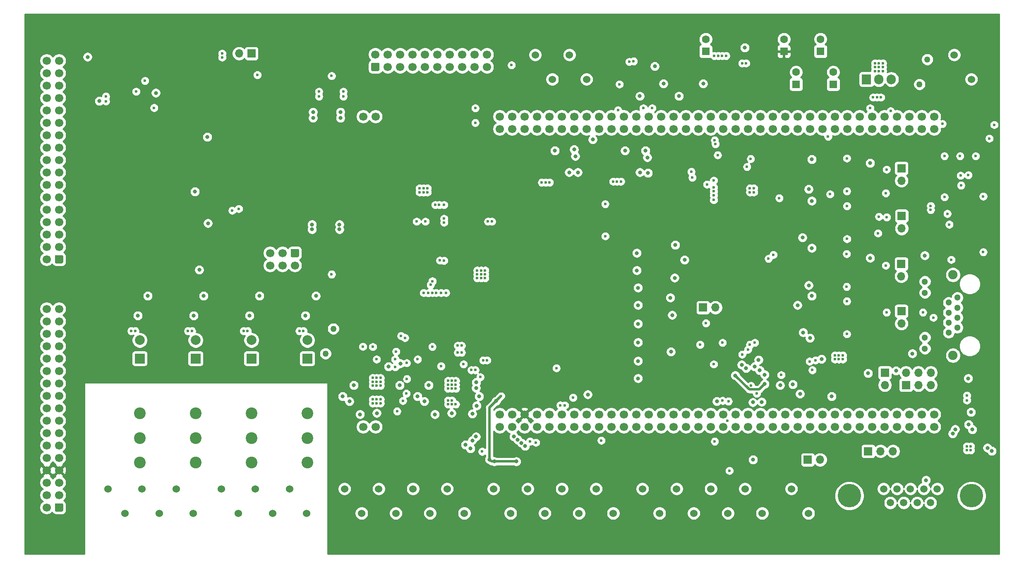
<source format=gbr>
%TF.GenerationSoftware,KiCad,Pcbnew,(5.1.9)-1*%
%TF.CreationDate,2021-05-20T16:46:48+02:00*%
%TF.ProjectId,AR2ISS_MainCTL_HW,41523249-5353-45f4-9d61-696e43544c5f,rev?*%
%TF.SameCoordinates,PXe448a9c0PYfd535690*%
%TF.FileFunction,Copper,L3,Inr*%
%TF.FilePolarity,Positive*%
%FSLAX46Y46*%
G04 Gerber Fmt 4.6, Leading zero omitted, Abs format (unit mm)*
G04 Created by KiCad (PCBNEW (5.1.9)-1) date 2021-05-20 16:46:48*
%MOMM*%
%LPD*%
G01*
G04 APERTURE LIST*
%TA.AperFunction,ComponentPad*%
%ADD10C,1.700000*%
%TD*%
%TA.AperFunction,ComponentPad*%
%ADD11O,1.700000X1.700000*%
%TD*%
%TA.AperFunction,ComponentPad*%
%ADD12R,1.700000X1.700000*%
%TD*%
%TA.AperFunction,ComponentPad*%
%ADD13C,1.524000*%
%TD*%
%TA.AperFunction,ComponentPad*%
%ADD14C,4.800000*%
%TD*%
%TA.AperFunction,ComponentPad*%
%ADD15C,1.500000*%
%TD*%
%TA.AperFunction,ComponentPad*%
%ADD16C,1.270000*%
%TD*%
%TA.AperFunction,ComponentPad*%
%ADD17C,1.900000*%
%TD*%
%TA.AperFunction,ComponentPad*%
%ADD18C,1.300000*%
%TD*%
%TA.AperFunction,ComponentPad*%
%ADD19C,2.000000*%
%TD*%
%TA.AperFunction,ComponentPad*%
%ADD20R,2.000000X2.000000*%
%TD*%
%TA.AperFunction,ComponentPad*%
%ADD21C,2.400000*%
%TD*%
%TA.AperFunction,ComponentPad*%
%ADD22R,1.600000X1.600000*%
%TD*%
%TA.AperFunction,ComponentPad*%
%ADD23C,1.600000*%
%TD*%
%TA.AperFunction,ComponentPad*%
%ADD24R,1.905000X2.000000*%
%TD*%
%TA.AperFunction,ComponentPad*%
%ADD25O,1.905000X2.000000*%
%TD*%
%TA.AperFunction,ViaPad*%
%ADD26C,0.600000*%
%TD*%
%TA.AperFunction,ViaPad*%
%ADD27C,0.800000*%
%TD*%
%TA.AperFunction,Conductor*%
%ADD28C,0.500000*%
%TD*%
%TA.AperFunction,Conductor*%
%ADD29C,0.254000*%
%TD*%
%TA.AperFunction,Conductor*%
%ADD30C,0.100000*%
%TD*%
G04 APERTURE END LIST*
D10*
%TO.N,/Controller/SCLK*%
%TO.C,U2*%
X97790000Y26670000D03*
%TO.N,/Controller/MISO*%
X97790000Y29210000D03*
%TO.N,/SDCard/CLK*%
X100330000Y26670000D03*
%TO.N,/SDCard/CMD*%
X100330000Y29210000D03*
%TO.N,Net-(U2-Pad5)*%
X102870000Y26670000D03*
%TO.N,+5V*%
X102870000Y29210000D03*
%TO.N,Net-(U2-Pad7)*%
X105410000Y26670000D03*
%TO.N,GND*%
X105410000Y29210000D03*
%TO.N,/ADIn/DA_IN_LL6*%
X107950000Y26670000D03*
%TO.N,Net-(U2-Pad10)*%
X107950000Y29210000D03*
%TO.N,/ADIn/DA_IN_LL3*%
X110490000Y26670000D03*
%TO.N,Net-(U2-Pad12)*%
X110490000Y29210000D03*
%TO.N,/Controller/SWDIO*%
X113030000Y26670000D03*
%TO.N,/Controller/NRST*%
X113030000Y29210000D03*
%TO.N,/Controller/SWCLK*%
X115570000Y26670000D03*
%TO.N,Net-(U2-Pad16)*%
X115570000Y29210000D03*
%TO.N,/Controller/Backlight*%
X118110000Y26670000D03*
%TO.N,Net-(U2-Pad18)*%
X118110000Y29210000D03*
%TO.N,GND*%
X120650000Y26670000D03*
X120650000Y29210000D03*
%TO.N,/Controller/SDA*%
X123190000Y26670000D03*
%TO.N,GND*%
X123190000Y29210000D03*
%TO.N,Net-(U2-Pad23)*%
X125730000Y26670000D03*
%TO.N,Net-(U2-Pad24)*%
X125730000Y29210000D03*
%TO.N,Net-(U2-Pad25)*%
X128270000Y26670000D03*
%TO.N,Net-(U2-Pad26)*%
X128270000Y29210000D03*
%TO.N,Net-(U2-Pad27)*%
X130810000Y26670000D03*
%TO.N,Net-(U2-Pad28)*%
X130810000Y29210000D03*
%TO.N,Net-(U2-Pad29)*%
X133350000Y26670000D03*
%TO.N,Net-(U2-Pad30)*%
X133350000Y29210000D03*
%TO.N,Net-(U2-Pad31)*%
X135890000Y26670000D03*
%TO.N,/AOut/DAC1*%
X135890000Y29210000D03*
%TO.N,/Controller/VBATT*%
X138430000Y26670000D03*
%TO.N,Net-(U2-Pad34)*%
X138430000Y29210000D03*
%TO.N,/ADIn/DA_IN_LL0*%
X140970000Y26670000D03*
%TO.N,Net-(U2-Pad36)*%
X140970000Y29210000D03*
%TO.N,/ADIn/DA_IN_LL1*%
X143510000Y26670000D03*
%TO.N,/ADIn/DA_IN_LL7*%
X143510000Y29210000D03*
%TO.N,Net-(U2-Pad39)*%
X146050000Y26670000D03*
%TO.N,/Controller/DisplayCLK*%
X146050000Y29210000D03*
%TO.N,/Controller/TX*%
X148590000Y26670000D03*
%TO.N,Net-(U2-Pad42)*%
X148590000Y29210000D03*
%TO.N,/Controller/RX*%
X151130000Y26670000D03*
%TO.N,Net-(U2-Pad44)*%
X151130000Y29210000D03*
%TO.N,Net-(U2-Pad45)*%
X153670000Y26670000D03*
%TO.N,Net-(U2-Pad46)*%
X153670000Y29210000D03*
%TO.N,/Controller/REL1*%
X156210000Y26670000D03*
%TO.N,/Controller/REL2*%
X156210000Y29210000D03*
%TO.N,GND*%
X158750000Y26670000D03*
%TO.N,/Controller/REL3*%
X158750000Y29210000D03*
%TO.N,Net-(U2-Pad51)*%
X161290000Y26670000D03*
%TO.N,Net-(U2-Pad52)*%
X161290000Y29210000D03*
%TO.N,Net-(U2-Pad53)*%
X163830000Y26670000D03*
%TO.N,/ADIn/DA_IN_LL5*%
X163830000Y29210000D03*
%TO.N,/CAN/FDCAN_TX*%
X166370000Y26670000D03*
%TO.N,/ADIn/DA_IN_LL2*%
X166370000Y29210000D03*
%TO.N,/CAN/FDCAN_RX*%
X168910000Y26670000D03*
%TO.N,Net-(U2-Pad58)*%
X168910000Y29210000D03*
%TO.N,Net-(U2-Pad59)*%
X171450000Y26670000D03*
%TO.N,GND*%
X171450000Y29210000D03*
%TO.N,Net-(U2-Pad61)*%
X173990000Y26670000D03*
%TO.N,/Controller/REL4*%
X173990000Y29210000D03*
%TO.N,/Controller/RX2*%
X176530000Y26670000D03*
%TO.N,Net-(U2-Pad64)*%
X176530000Y29210000D03*
%TO.N,Net-(U2-Pad65)*%
X179070000Y26670000D03*
%TO.N,Net-(U2-Pad66)*%
X179070000Y29210000D03*
%TO.N,Net-(U2-Pad67)*%
X181610000Y26670000D03*
%TO.N,Net-(U2-Pad68)*%
X181610000Y29210000D03*
%TO.N,Net-(U2-Pad69)*%
X184150000Y26670000D03*
%TO.N,Net-(U2-Pad70)*%
X184150000Y29210000D03*
%TO.N,GND*%
X186690000Y26670000D03*
X186690000Y29210000D03*
%TO.N,/Controller/CD*%
X97790000Y87630000D03*
%TO.N,/SDCard/D0*%
X97790000Y90170000D03*
%TO.N,/Controller/SCL*%
X100330000Y87630000D03*
%TO.N,/Controller/ONEWIRE*%
X100330000Y90170000D03*
%TO.N,/Controller/CE*%
X102870000Y87630000D03*
%TO.N,Net-(U2-Pad78)*%
X102870000Y90170000D03*
%TO.N,Net-(U2-Pad79)*%
X105410000Y87630000D03*
%TO.N,Net-(U2-Pad80)*%
X105410000Y90170000D03*
%TO.N,GND*%
X107950000Y87630000D03*
%TO.N,Net-(U2-Pad82)*%
X107950000Y90170000D03*
%TO.N,/AOut/DAC2*%
X110490000Y87630000D03*
%TO.N,Net-(U2-Pad84)*%
X110490000Y90170000D03*
%TO.N,/Controller/ADC3V3*%
X113030000Y87630000D03*
%TO.N,Net-(U2-Pad86)*%
X113030000Y90170000D03*
%TO.N,Net-(U2-Pad87)*%
X115570000Y87630000D03*
%TO.N,Net-(U2-Pad88)*%
X115570000Y90170000D03*
%TO.N,/Controller/COM_TX2*%
X118110000Y87630000D03*
%TO.N,/Controller/SDA_ext*%
X118110000Y90170000D03*
%TO.N,/Controller/PWM_DOUT5*%
X120650000Y87630000D03*
%TO.N,GND*%
X120650000Y90170000D03*
%TO.N,Net-(U2-Pad93)*%
X123190000Y87630000D03*
%TO.N,/Controller/MOSI*%
X123190000Y90170000D03*
%TO.N,Net-(U2-Pad95)*%
X125730000Y87630000D03*
%TO.N,/Controller/ADC12V*%
X125730000Y90170000D03*
%TO.N,/Controller/SCL_ext*%
X128270000Y87630000D03*
%TO.N,/Controller/DisplayData*%
X128270000Y90170000D03*
%TO.N,Net-(U2-Pad99)*%
X130810000Y87630000D03*
%TO.N,Net-(U2-Pad100)*%
X130810000Y90170000D03*
%TO.N,Net-(U2-Pad101)*%
X133350000Y87630000D03*
%TO.N,Net-(U2-Pad102)*%
X133350000Y90170000D03*
%TO.N,/Controller/SWO*%
X135890000Y87630000D03*
%TO.N,Net-(U2-Pad104)*%
X135890000Y90170000D03*
%TO.N,/Controller/COM_RX2*%
X138430000Y87630000D03*
%TO.N,Net-(U2-Pad106)*%
X138430000Y90170000D03*
%TO.N,Net-(U2-Pad107)*%
X140970000Y87630000D03*
%TO.N,Net-(U2-Pad108)*%
X140970000Y90170000D03*
%TO.N,/Controller/ADC5V*%
X143510000Y87630000D03*
%TO.N,Net-(U2-Pad110)*%
X143510000Y90170000D03*
%TO.N,GND*%
X146050000Y87630000D03*
%TO.N,/Controller/COM_TX1*%
X146050000Y90170000D03*
%TO.N,/Controller/EN1*%
X148590000Y87630000D03*
%TO.N,/ADIn/DA_IN_LL4*%
X148590000Y90170000D03*
%TO.N,/Controller/#CS2*%
X151130000Y87630000D03*
%TO.N,/Controller/COM_RX1*%
X151130000Y90170000D03*
%TO.N,/Controller/#CS1*%
X153670000Y87630000D03*
%TO.N,/Controller/PWM_DOUT2*%
X153670000Y90170000D03*
%TO.N,Net-(U2-Pad119)*%
X156210000Y87630000D03*
%TO.N,/Controller/PWM_DOUT3*%
X156210000Y90170000D03*
%TO.N,Net-(U2-Pad121)*%
X158750000Y87630000D03*
%TO.N,/Controller/LD1*%
X158750000Y90170000D03*
%TO.N,/Controller/PWM_DOUT1*%
X161290000Y87630000D03*
%TO.N,/Controller/ENC_A*%
X161290000Y90170000D03*
%TO.N,/SDCard/#CD*%
X163830000Y87630000D03*
%TO.N,GND*%
X163830000Y90170000D03*
%TO.N,/Controller/PWM_DOUT0*%
X166370000Y87630000D03*
%TO.N,/Controller/ENC_B*%
X166370000Y90170000D03*
%TO.N,Net-(U2-Pad129)*%
X168910000Y87630000D03*
%TO.N,Net-(U2-Pad130)*%
X168910000Y90170000D03*
%TO.N,Net-(U2-Pad131)*%
X171450000Y87630000D03*
%TO.N,/Controller/LD2*%
X171450000Y90170000D03*
%TO.N,/Controller/TX2*%
X173990000Y87630000D03*
%TO.N,/Controller/ADCPWR*%
X173990000Y90170000D03*
%TO.N,GND*%
X176530000Y87630000D03*
%TO.N,Net-(U2-Pad136)*%
X176530000Y90170000D03*
%TO.N,Net-(U2-Pad137)*%
X179070000Y87630000D03*
%TO.N,Net-(U2-Pad138)*%
X179070000Y90170000D03*
%TO.N,Net-(U2-Pad139)*%
X181610000Y87630000D03*
%TO.N,Net-(U2-Pad140)*%
X181610000Y90170000D03*
%TO.N,Net-(U2-Pad141)*%
X184150000Y87630000D03*
%TO.N,Net-(U2-Pad142)*%
X184150000Y90170000D03*
%TO.N,GND*%
X186690000Y87630000D03*
X186690000Y90170000D03*
%TO.N,N/C*%
X69850000Y26670000D03*
X72390000Y26670000D03*
X69850000Y90170000D03*
X72390000Y90170000D03*
%TD*%
D11*
%TO.N,GND*%
%TO.C,J7*%
X178280000Y21680000D03*
%TO.N,/RS232/sheet608DD623/A_ext*%
X175740000Y21680000D03*
D12*
%TO.N,/RS232/sheet608DD623/B_ext*%
X173200000Y21680000D03*
%TD*%
D13*
%TO.N,GND*%
%TO.C,J28*%
X105069996Y102790000D03*
%TO.N,Net-(J28-Pad3)*%
X108569996Y97790000D03*
%TO.N,GND*%
X112069997Y102790000D03*
%TO.N,Net-(J28-Pad1)*%
X115569997Y97790000D03*
%TD*%
%TO.N,Net-(J22-Pad8)*%
%TO.C,J22*%
X90540005Y8970000D03*
%TO.N,Net-(J22-Pad7)*%
X87040004Y13970000D03*
%TO.N,Net-(J22-Pad6)*%
X83540003Y8970000D03*
%TO.N,Net-(J22-Pad5)*%
X80040003Y13970000D03*
%TO.N,Net-(J22-Pad4)*%
X76540002Y8970000D03*
%TO.N,Net-(J22-Pad3)*%
X73040002Y13970000D03*
%TO.N,Net-(J22-Pad2)*%
X69540001Y8970000D03*
%TO.N,Net-(J22-Pad1)*%
X66040000Y13970000D03*
%TD*%
D14*
%TO.N,N/C*%
%TO.C,J8*%
X169350000Y12550000D03*
X194340000Y12550000D03*
D15*
%TO.N,Net-(J8-Pad9)*%
X177735000Y11130000D03*
%TO.N,Net-(J8-Pad8)*%
X180475000Y11130000D03*
%TO.N,Net-(J8-Pad7)*%
X183215000Y11130000D03*
%TO.N,Net-(J8-Pad6)*%
X185955000Y11130000D03*
%TO.N,GND*%
X176365000Y13970000D03*
%TO.N,Net-(J8-Pad4)*%
X179105000Y13970000D03*
%TO.N,Net-(J6-Pad3)*%
X181845000Y13970000D03*
%TO.N,Net-(J6-Pad4)*%
X184585000Y13970000D03*
%TO.N,Net-(J8-Pad1)*%
X187325000Y13970000D03*
%TD*%
D13*
%TO.N,Net-(D23-Pad2)*%
%TO.C,J17*%
X160980002Y8970000D03*
%TO.N,Net-(D23-Pad1)*%
X157479999Y13970000D03*
%TD*%
%TO.N,GND*%
%TO.C,J4*%
X190809998Y102790000D03*
%TO.N,Net-(F1-Pad2)*%
X194310001Y97790000D03*
%TD*%
D16*
%TO.N,+12VA*%
%TO.C,F2*%
X63754000Y46736000D03*
%TO.N,+12V*%
X62154000Y41636000D03*
%TD*%
D17*
%TO.N,Net-(C22-Pad2)*%
%TO.C,J15*%
X190560000Y41280000D03*
X190560000Y57780000D03*
D18*
%TO.N,/RS422/RS485Tranceiver1/A_in*%
X191450000Y53100000D03*
%TO.N,/RS422/RS485Tranceiver1/B_in*%
X189670000Y52080000D03*
%TO.N,/RS422/RS485Tranceiver2/A_in*%
X191450000Y51060000D03*
%TO.N,/RS422/RS485Tranceiver3/A_in*%
X189670000Y50040000D03*
%TO.N,/RS422/RS485Tranceiver3/B_in*%
X191450000Y49020000D03*
%TO.N,/RS422/RS485Tranceiver2/B_in*%
X189670000Y48000000D03*
%TO.N,/RS422/RS485Tranceiver4/A_in*%
X191450000Y46980000D03*
%TO.N,/RS422/RS485Tranceiver4/B_in*%
X189670000Y45960000D03*
%TO.N,/Controller/LD2*%
X184810000Y42670000D03*
%TO.N,Net-(J15-Pad9)*%
X184810000Y44960000D03*
%TO.N,/Controller/LD1*%
X184810000Y54100000D03*
%TO.N,Net-(J15-Pad11)*%
X184810000Y56390000D03*
%TD*%
D11*
%TO.N,/RS232/sheet608DD623/B_ext*%
%TO.C,J3*%
X141940000Y51080000D03*
D12*
%TO.N,Net-(J3-Pad1)*%
X139400000Y51080000D03*
%TD*%
D13*
%TO.N,Net-(J2-Pad6)*%
%TO.C,J2*%
X58300005Y8970000D03*
%TO.N,Net-(J2-Pad5)*%
X54800005Y13970000D03*
%TO.N,Net-(J2-Pad4)*%
X51300004Y8970000D03*
%TO.N,Net-(J2-Pad3)*%
X47800003Y13970000D03*
%TO.N,Net-(J2-Pad2)*%
X44300003Y8970000D03*
%TO.N,Net-(J2-Pad1)*%
X40800000Y13970000D03*
%TD*%
%TO.N,Net-(J1-Pad6)*%
%TO.C,J1*%
X35100000Y8970000D03*
%TO.N,Net-(J1-Pad5)*%
X31600000Y13970000D03*
%TO.N,Net-(J1-Pad4)*%
X28099999Y8970000D03*
%TO.N,Net-(J1-Pad3)*%
X24599998Y13970000D03*
%TO.N,Net-(J1-Pad2)*%
X21099998Y8970000D03*
%TO.N,Net-(J1-Pad1)*%
X17599995Y13970000D03*
%TD*%
D11*
%TO.N,GND*%
%TO.C,J26*%
X44460000Y103080000D03*
D12*
%TO.N,Net-(J26-Pad1)*%
X47000000Y103080000D03*
%TD*%
D10*
%TO.N,/Controller/SWO*%
%TO.C,J25*%
X50800000Y59690000D03*
%TO.N,/Controller/SWCLK*%
X53340000Y59690000D03*
%TO.N,/Controller/SWDIO*%
X55880000Y59690000D03*
%TO.N,GND*%
X50800000Y62230000D03*
%TO.N,/Controller/NRST*%
X53340000Y62230000D03*
%TO.N,+3V3*%
%TA.AperFunction,ComponentPad*%
G36*
G01*
X55280000Y63080000D02*
X56480000Y63080000D01*
G75*
G02*
X56730000Y62830000I0J-250000D01*
G01*
X56730000Y61630000D01*
G75*
G02*
X56480000Y61380000I-250000J0D01*
G01*
X55280000Y61380000D01*
G75*
G02*
X55030000Y61630000I0J250000D01*
G01*
X55030000Y62830000D01*
G75*
G02*
X55280000Y63080000I250000J0D01*
G01*
G37*
%TD.AperFunction*%
%TD*%
%TO.N,GND*%
%TO.C,J24*%
X95186500Y102870000D03*
%TO.N,/DOut/IO15*%
X92646500Y102870000D03*
%TO.N,/DOut/IO13*%
X90106500Y102870000D03*
%TO.N,/DOut/IO11*%
X87566500Y102870000D03*
%TO.N,/DOut/IO9*%
X85026500Y102870000D03*
%TO.N,/DOut/IO7*%
X82486500Y102870000D03*
%TO.N,/DOut/IO5*%
X79946500Y102870000D03*
%TO.N,/DOut/IO3*%
X77406500Y102870000D03*
%TO.N,/DOut/IO1*%
X74866500Y102870000D03*
%TO.N,Net-(J24-Pad1)*%
X72326500Y102870000D03*
%TO.N,GND*%
X95186500Y100330000D03*
%TO.N,/DOut/IO14*%
X92646500Y100330000D03*
%TO.N,/DOut/IO12*%
X90106500Y100330000D03*
%TO.N,/DOut/IO10*%
X87566500Y100330000D03*
%TO.N,/DOut/IO8*%
X85026500Y100330000D03*
%TO.N,/DOut/IO6*%
X82486500Y100330000D03*
%TO.N,/DOut/IO4*%
X79946500Y100330000D03*
%TO.N,/DOut/IO2*%
X77406500Y100330000D03*
%TO.N,/DOut/IO0*%
X74866500Y100330000D03*
%TO.N,Net-(J24-Pad1)*%
%TA.AperFunction,ComponentPad*%
G36*
G01*
X72926500Y99480000D02*
X71726500Y99480000D01*
G75*
G02*
X71476500Y99730000I0J250000D01*
G01*
X71476500Y100930000D01*
G75*
G02*
X71726500Y101180000I250000J0D01*
G01*
X72926500Y101180000D01*
G75*
G02*
X73176500Y100930000I0J-250000D01*
G01*
X73176500Y99730000D01*
G75*
G02*
X72926500Y99480000I-250000J0D01*
G01*
G37*
%TD.AperFunction*%
%TD*%
D13*
%TO.N,Net-(J23-Pad8)*%
%TO.C,J23*%
X121020005Y8970000D03*
%TO.N,Net-(J23-Pad7)*%
X117520004Y13970000D03*
%TO.N,Net-(J23-Pad6)*%
X114020003Y8970000D03*
%TO.N,Net-(J23-Pad5)*%
X110520003Y13970000D03*
%TO.N,Net-(J23-Pad4)*%
X107020002Y8970000D03*
%TO.N,Net-(J23-Pad3)*%
X103520002Y13970000D03*
%TO.N,Net-(J23-Pad2)*%
X100020001Y8970000D03*
%TO.N,Net-(J23-Pad1)*%
X96520000Y13970000D03*
%TD*%
D19*
%TO.N,Net-(D6-Pad1)*%
%TO.C,K4*%
X58420000Y44390000D03*
D20*
%TO.N,+12V*%
X58420000Y40640000D03*
D21*
%TO.N,Net-(J2-Pad4)*%
X58420000Y29390000D03*
%TO.N,Net-(J2-Pad5)*%
X58420000Y24390000D03*
%TO.N,Net-(J2-Pad6)*%
X58420000Y19390000D03*
%TD*%
D19*
%TO.N,Net-(D5-Pad1)*%
%TO.C,K3*%
X46990000Y44390000D03*
D20*
%TO.N,+12V*%
X46990000Y40640000D03*
D21*
%TO.N,Net-(J2-Pad1)*%
X46990000Y29390000D03*
%TO.N,Net-(J2-Pad2)*%
X46990000Y24390000D03*
%TO.N,Net-(J2-Pad3)*%
X46990000Y19390000D03*
%TD*%
D19*
%TO.N,Net-(D2-Pad1)*%
%TO.C,K2*%
X35560000Y44390000D03*
D20*
%TO.N,+12V*%
X35560000Y40640000D03*
D21*
%TO.N,Net-(J1-Pad4)*%
X35560000Y29390000D03*
%TO.N,Net-(J1-Pad5)*%
X35560000Y24390000D03*
%TO.N,Net-(J1-Pad6)*%
X35560000Y19390000D03*
%TD*%
D19*
%TO.N,Net-(D1-Pad1)*%
%TO.C,K1*%
X24130000Y44390000D03*
D20*
%TO.N,+12V*%
X24130000Y40640000D03*
D21*
%TO.N,Net-(J1-Pad1)*%
X24130000Y29390000D03*
%TO.N,Net-(J1-Pad2)*%
X24130000Y24390000D03*
%TO.N,Net-(J1-Pad3)*%
X24130000Y19390000D03*
%TD*%
D13*
%TO.N,/ADIn/DA_IN_7*%
%TO.C,J5*%
X151500005Y8970000D03*
%TO.N,/ADIn/DA_IN_6*%
X148000004Y13970000D03*
%TO.N,/ADIn/DA_IN_5*%
X144500003Y8970000D03*
%TO.N,/ADIn/DA_IN_4*%
X141000003Y13970000D03*
%TO.N,/ADIn/DA_IN_3*%
X137500002Y8970000D03*
%TO.N,/ADIn/DA_IN_2*%
X134000002Y13970000D03*
%TO.N,/ADIn/DA_IN_1*%
X130500001Y8970000D03*
%TO.N,/ADIn/DA_IN_0*%
X127000000Y13970000D03*
%TD*%
D11*
%TO.N,/RS232/RS232Filter_1/B_ext*%
%TO.C,J6*%
X186002000Y37758000D03*
%TO.N,/RS232/RS232Filter_1/A_ext*%
X186002000Y35218000D03*
%TO.N,Net-(J6-Pad4)*%
X183462000Y37758000D03*
%TO.N,Net-(J6-Pad3)*%
X183462000Y35218000D03*
%TO.N,/RS232/RS232Filter_1/A_ext*%
X180922000Y37758000D03*
D12*
%TO.N,/RS232/RS232Filter_1/B_ext*%
X180922000Y35218000D03*
%TD*%
D11*
%TO.N,Net-(D23-Pad2)*%
%TO.C,J16*%
X163363000Y19939000D03*
D12*
%TO.N,Net-(J16-Pad1)*%
X160823000Y19939000D03*
%TD*%
D11*
%TO.N,/RS232/RS232Filter_1/B_ext*%
%TO.C,J9*%
X176604000Y35218000D03*
D12*
%TO.N,Net-(J9-Pad1)*%
X176604000Y37758000D03*
%TD*%
D22*
%TO.N,+12V*%
%TO.C,C50*%
X163449000Y103505000D03*
D23*
%TO.N,GND*%
X163449000Y106005000D03*
%TD*%
D22*
%TO.N,+5V*%
%TO.C,C51*%
X155956000Y103505000D03*
D23*
%TO.N,GND*%
X155956000Y106005000D03*
%TD*%
%TO.N,GND*%
%TO.C,C55*%
X139954000Y106005000D03*
D22*
%TO.N,+3V3*%
X139954000Y103505000D03*
%TD*%
D23*
%TO.N,GND*%
%TO.C,C56*%
X166039800Y99248600D03*
D22*
%TO.N,Net-(C56-Pad1)*%
X166039800Y96748600D03*
%TD*%
%TO.N,Net-(C56-Pad1)*%
%TO.C,C59*%
X158445200Y96748600D03*
D23*
%TO.N,GND*%
X158445200Y99248600D03*
%TD*%
D16*
%TO.N,Net-(F1-Pad2)*%
%TO.C,F1*%
X183693000Y96754000D03*
%TO.N,Net-(F1-Pad1)*%
X185293000Y101854000D03*
%TD*%
D12*
%TO.N,Net-(J11-Pad1)*%
%TO.C,J11*%
X180012000Y79590000D03*
D11*
%TO.N,/RS422/RS485Tranceiver1/A_in*%
X180012000Y77050000D03*
%TD*%
D12*
%TO.N,Net-(J12-Pad1)*%
%TO.C,J12*%
X179972000Y60033000D03*
D11*
%TO.N,/RS422/RS485Tranceiver3/A_in*%
X179972000Y57493000D03*
%TD*%
%TO.N,/RS422/RS485Tranceiver4/A_in*%
%TO.C,J13*%
X180007800Y47808400D03*
D12*
%TO.N,Net-(J13-Pad1)*%
X180007800Y50348400D03*
%TD*%
D11*
%TO.N,/RS422/RS485Tranceiver2/A_in*%
%TO.C,J14*%
X180041000Y67277000D03*
D12*
%TO.N,Net-(J14-Pad1)*%
X180041000Y69817000D03*
%TD*%
D10*
%TO.N,/LCD/LED1*%
%TO.C,J18*%
X5080000Y50800000D03*
%TO.N,Net-(J18-Pad32)*%
X5080000Y48260000D03*
%TO.N,/LCD/BTN9*%
X5080000Y45720000D03*
%TO.N,/LCD/BTN11*%
X5080000Y43180000D03*
%TO.N,Net-(J18-Pad26)*%
X5080000Y40640000D03*
%TO.N,/LCD/BTN3*%
X5080000Y38100000D03*
%TO.N,/LCD/BTN1*%
X5080000Y35560000D03*
%TO.N,Net-(J18-Pad20)*%
X5080000Y33020000D03*
%TO.N,GND*%
X5080000Y30480000D03*
X5080000Y27940000D03*
%TO.N,Net-(J18-Pad14)*%
X5080000Y25400000D03*
%TO.N,GND*%
X5080000Y22860000D03*
X5080000Y20320000D03*
%TO.N,+5V*%
X5080000Y17780000D03*
%TO.N,GND*%
X5080000Y15240000D03*
X5080000Y12700000D03*
%TO.N,Net-(J18-Pad2)*%
X5080000Y10160000D03*
%TO.N,/Controller/Backlight*%
X7620000Y50800000D03*
%TO.N,/LCD/BTN8*%
X7620000Y48260000D03*
%TO.N,/LCD/BTN10*%
X7620000Y45720000D03*
%TO.N,/LCD/BTN12*%
X7620000Y43180000D03*
%TO.N,/LCD/BTN4*%
X7620000Y40640000D03*
%TO.N,/LCD/BTN2*%
X7620000Y38100000D03*
%TO.N,/LCD/BTN0*%
X7620000Y35560000D03*
%TO.N,GND*%
X7620000Y33020000D03*
X7620000Y30480000D03*
%TO.N,/Controller/ENC_A*%
X7620000Y27940000D03*
%TO.N,GND*%
X7620000Y25400000D03*
X7620000Y22860000D03*
%TO.N,/Controller/ENC_B*%
X7620000Y20320000D03*
%TO.N,+5V*%
X7620000Y17780000D03*
%TO.N,GND*%
X7620000Y15240000D03*
X7620000Y12700000D03*
%TO.N,Net-(J18-Pad1)*%
%TA.AperFunction,ComponentPad*%
G36*
G01*
X8470000Y10760000D02*
X8470000Y9560000D01*
G75*
G02*
X8220000Y9310000I-250000J0D01*
G01*
X7020000Y9310000D01*
G75*
G02*
X6770000Y9560000I0J250000D01*
G01*
X6770000Y10760000D01*
G75*
G02*
X7020000Y11010000I250000J0D01*
G01*
X8220000Y11010000D01*
G75*
G02*
X8470000Y10760000I0J-250000D01*
G01*
G37*
%TD.AperFunction*%
%TD*%
%TO.N,/LCD/LED2*%
%TO.C,J19*%
%TA.AperFunction,ComponentPad*%
G36*
G01*
X8470000Y61560000D02*
X8470000Y60360000D01*
G75*
G02*
X8220000Y60110000I-250000J0D01*
G01*
X7020000Y60110000D01*
G75*
G02*
X6770000Y60360000I0J250000D01*
G01*
X6770000Y61560000D01*
G75*
G02*
X7020000Y61810000I250000J0D01*
G01*
X8220000Y61810000D01*
G75*
G02*
X8470000Y61560000I0J-250000D01*
G01*
G37*
%TD.AperFunction*%
%TO.N,/LCD/LED4*%
X7620000Y63500000D03*
%TO.N,/LCD/LED6*%
X7620000Y66040000D03*
%TO.N,/LCD/LED7*%
X7620000Y68580000D03*
%TO.N,/LCD/LED11*%
X7620000Y71120000D03*
%TO.N,/LCD/LED13*%
X7620000Y73660000D03*
%TO.N,/LCD/LED15*%
X7620000Y76200000D03*
%TO.N,/LCD/LED17*%
X7620000Y78740000D03*
%TO.N,/LCD/LED19*%
X7620000Y81280000D03*
%TO.N,/LCD/LED9*%
X7620000Y83820000D03*
%TO.N,Net-(J19-Pad21)*%
X7620000Y86360000D03*
%TO.N,Net-(J19-Pad23)*%
X7620000Y88900000D03*
%TO.N,/Controller/CE*%
X7620000Y91440000D03*
%TO.N,/LCD/D7*%
X7620000Y93980000D03*
%TO.N,/LCD/D5*%
X7620000Y96520000D03*
%TO.N,/LCD/D3*%
X7620000Y99060000D03*
%TO.N,/LCD/D1*%
X7620000Y101600000D03*
%TO.N,/LCD/LED3*%
X5080000Y60960000D03*
%TO.N,/LCD/LED5*%
X5080000Y63500000D03*
%TO.N,/LCD/LED8*%
X5080000Y66040000D03*
%TO.N,/LCD/LED10*%
X5080000Y68580000D03*
%TO.N,/LCD/LED12*%
X5080000Y71120000D03*
%TO.N,/LCD/LED14*%
X5080000Y73660000D03*
%TO.N,/LCD/LED16*%
X5080000Y76200000D03*
%TO.N,/LCD/LED18*%
X5080000Y78740000D03*
%TO.N,/LCD/LED20*%
X5080000Y81280000D03*
%TO.N,/LCD/LED21*%
X5080000Y83820000D03*
%TO.N,/LCD/LED22*%
X5080000Y86360000D03*
%TO.N,/LCD/WR*%
X5080000Y88900000D03*
%TO.N,/Controller/CD*%
X5080000Y91440000D03*
%TO.N,/LCD/D6*%
X5080000Y93980000D03*
%TO.N,/LCD/D4*%
X5080000Y96520000D03*
%TO.N,/LCD/D2*%
X5080000Y99060000D03*
%TO.N,/LCD/D0*%
X5080000Y101600000D03*
%TD*%
D24*
%TO.N,+12V*%
%TO.C,U11*%
X172847000Y97790000D03*
D25*
%TO.N,GND*%
X175387000Y97790000D03*
%TO.N,Net-(C56-Pad1)*%
X177927000Y97790000D03*
%TD*%
D26*
%TO.N,GND*%
X73400000Y32280000D03*
X72600000Y32280000D03*
X71800000Y32280000D03*
X73400000Y31480000D03*
X72600000Y31480000D03*
X88000000Y32080000D03*
X87200000Y32080000D03*
X88000000Y31280000D03*
X71800000Y35080000D03*
X73400000Y35080000D03*
X72600000Y35080000D03*
X73400000Y35880000D03*
X72600000Y35880000D03*
X71800000Y35880000D03*
X71800000Y31480000D03*
X88800000Y31280000D03*
X87200000Y31280000D03*
X88800000Y34480000D03*
X88000000Y34480000D03*
X87200000Y34480000D03*
X88800000Y35280000D03*
X88000000Y35280000D03*
X87200000Y35280000D03*
X88800000Y36080000D03*
X88000000Y36080000D03*
X87200000Y36080000D03*
X73400000Y36680000D03*
X72600000Y36680000D03*
X71800000Y36680000D03*
D27*
X83262000Y35186000D03*
X87961000Y29471000D03*
X185039000Y15748000D03*
D26*
X168836000Y81622000D03*
D27*
X23747000Y49416000D03*
X35177000Y49416000D03*
X46607000Y49416000D03*
X58037000Y49416000D03*
X125858000Y62233000D03*
X125858000Y58677000D03*
X126112000Y55121000D03*
X126112000Y51565000D03*
X126112000Y47755000D03*
X126112000Y43945000D03*
X126112000Y40135000D03*
X126112000Y36579000D03*
D26*
X168836000Y74891000D03*
X176964000Y79336000D03*
X168865000Y71849000D03*
X168865000Y65118000D03*
X176993000Y69563000D03*
X168796000Y62065000D03*
X168796000Y55334000D03*
X168831800Y52380400D03*
X168831800Y45649400D03*
X176959800Y50094400D03*
X168865000Y71849000D03*
X168865000Y65118000D03*
X176993000Y69563000D03*
X168796000Y62065000D03*
X168796000Y55334000D03*
X168831800Y52380400D03*
X168831800Y45649400D03*
X176959800Y50094400D03*
D27*
X173175000Y37631000D03*
X194490000Y26123000D03*
X194236000Y29679000D03*
X27432000Y94996000D03*
X165735000Y32893000D03*
X155194000Y35179000D03*
X193675000Y36576000D03*
X182245000Y41656000D03*
X184785000Y61722000D03*
X149647000Y19939000D03*
X67945000Y35179000D03*
X72644000Y29464000D03*
X77470000Y39624000D03*
X112014000Y78740000D03*
X126492000Y78740000D03*
X127635000Y83185000D03*
X113030000Y83439000D03*
X159893000Y45974000D03*
X161036000Y75311000D03*
X161671000Y72898000D03*
X159766000Y65405000D03*
X161671000Y63246000D03*
X161036000Y55626000D03*
X161671000Y53467000D03*
X161671000Y81407000D03*
X36322000Y58801000D03*
X38100000Y68326000D03*
X35433000Y74803000D03*
X37973000Y85979000D03*
X15875000Y93345000D03*
X147955000Y104267000D03*
X13462000Y102362000D03*
X126479000Y94348000D03*
X134480000Y94348000D03*
D26*
X141600000Y39480000D03*
X140000000Y47880000D03*
X23400000Y95280000D03*
X90000000Y41880000D03*
X89200000Y41880000D03*
X89200000Y43280000D03*
X90000000Y43280000D03*
X94400000Y40280000D03*
X95200000Y40280000D03*
X76600000Y42080000D03*
X198000000Y85680000D03*
X199000000Y88480000D03*
X81400000Y74680000D03*
X84600000Y72080000D03*
X85400000Y72080000D03*
X86400000Y72080000D03*
X176800000Y59680000D03*
X93200000Y57880000D03*
X94000000Y57880000D03*
X93200000Y57080000D03*
X94000000Y57080000D03*
X94800000Y57080000D03*
X94800000Y57880000D03*
X94800000Y58680000D03*
X94000000Y58680000D03*
X93200000Y58680000D03*
X155000000Y73480000D03*
X149000000Y75480000D03*
X149800000Y75480000D03*
X149000000Y74680000D03*
X149800000Y74680000D03*
X186000000Y71880000D03*
X186000000Y71080000D03*
X189400000Y70280000D03*
X121000000Y76880000D03*
X121800000Y76880000D03*
X122600000Y76880000D03*
X106400000Y76680000D03*
X107200000Y76680000D03*
X108000000Y76680000D03*
X95400000Y68680000D03*
X96200000Y68680000D03*
X86400000Y68480000D03*
X86400000Y69280000D03*
X82200000Y74680000D03*
X81400000Y75480000D03*
X82200000Y75480000D03*
X83000000Y75480000D03*
X83000000Y74680000D03*
X166400000Y40480000D03*
X167200000Y40480000D03*
X167200000Y41280000D03*
X166400000Y41280000D03*
X168000000Y41280000D03*
X168000000Y40480000D03*
X193400000Y22680000D03*
X194200000Y22680000D03*
X194200000Y21880000D03*
X193400000Y21880000D03*
X57600000Y46280000D03*
X56800000Y46280000D03*
X46200000Y46280000D03*
X45400000Y46280000D03*
X34800000Y46280000D03*
X34000000Y46280000D03*
X23200000Y46280000D03*
X22400000Y46280000D03*
X41000000Y103080000D03*
X41000000Y102280000D03*
X147400000Y101080000D03*
X148200000Y101080000D03*
X174200000Y94080000D03*
X175000000Y94080000D03*
X175800000Y94080000D03*
X174600000Y99480000D03*
X175400000Y99480000D03*
X176200000Y99480000D03*
X176200000Y100280000D03*
X175400000Y100280000D03*
X174600000Y100280000D03*
X174600000Y101080000D03*
X175400000Y101080000D03*
X176200000Y101080000D03*
D27*
X163661994Y40538820D03*
D26*
X193700000Y78180000D03*
D27*
%TO.N,+3V3*%
X193728000Y27139000D03*
X75057000Y38989000D03*
X152019000Y35433000D03*
D26*
X27075000Y91955000D03*
X25200000Y97480000D03*
X48200000Y98680000D03*
X90400000Y39480000D03*
X144800000Y17680000D03*
X189800000Y68080000D03*
X188800000Y82080000D03*
X195200000Y82080000D03*
X192000000Y82080000D03*
X144111000Y102591000D03*
X143311000Y102591000D03*
X142511000Y102591000D03*
X141711000Y102591000D03*
X124302000Y101378000D03*
X125193000Y101473000D03*
D27*
%TO.N,Net-(C13-Pad2)*%
X159258000Y33412500D03*
X157786312Y35340284D03*
%TO.N,+3V3*%
X59400000Y68080000D03*
X65000000Y68080000D03*
X59400000Y67080000D03*
X65000000Y67080000D03*
X59600000Y89880000D03*
X65200000Y89880000D03*
%TO.N,+5V*%
X33600000Y74880000D03*
X32200000Y58280000D03*
D26*
X16600000Y91480000D03*
X16570000Y95250000D03*
X23400000Y97880000D03*
X30400000Y97680000D03*
X43400000Y91880000D03*
X40800000Y89680000D03*
X194000000Y85680000D03*
X162000000Y83880000D03*
X136400000Y100080000D03*
X138780500Y100299500D03*
X72400000Y93080000D03*
X76400000Y77080000D03*
X75600000Y72280000D03*
X93000000Y73880000D03*
D27*
%TO.N,+3V3*%
X65200000Y91080000D03*
X59600000Y91080000D03*
D26*
X192100000Y78080000D03*
X192200000Y76080000D03*
D27*
X97050000Y31930000D03*
X101200000Y19580000D03*
X96700000Y19580000D03*
X95700000Y19980000D03*
X146000000Y37169998D03*
D26*
%TO.N,+5V*%
X42400000Y74280000D03*
X40798563Y71682981D03*
X154625000Y103505000D03*
X153786000Y103494000D03*
X153286000Y102994000D03*
X153035000Y102315000D03*
X152549000Y103229000D03*
X151949000Y103829000D03*
X151349000Y104429000D03*
D27*
%TO.N,+12V*%
X116840000Y85471000D03*
X129540000Y100457000D03*
%TO.N,Net-(D23-Pad1)*%
X198501000Y21717000D03*
%TO.N,Net-(D23-Pad2)*%
X197612000Y22352000D03*
D26*
%TO.N,/Controller/Backlight*%
X104000000Y23680000D03*
X94213951Y21600000D03*
X118600000Y23880000D03*
%TO.N,/Controller/ENC_A*%
X141600000Y74054997D03*
X77600000Y45280000D03*
X85558051Y60721949D03*
%TO.N,/Controller/ENC_B*%
X141600000Y73080000D03*
X78400000Y44880000D03*
X86400000Y60680036D03*
%TO.N,/Controller/CE*%
X65800000Y94280000D03*
X60800000Y94280000D03*
X17200000Y93280000D03*
%TO.N,/Controller/CD*%
X65800000Y95280000D03*
X60800000Y95280000D03*
X17200000Y94280000D03*
D27*
%TO.N,/RS422/RS485Tranceiver1/B_in*%
X173609000Y80645000D03*
D26*
X176800000Y74480000D03*
D27*
%TO.N,/RS422/RS485Tranceiver3/B_in*%
X173609000Y61214000D03*
D26*
X186540000Y49020000D03*
%TO.N,/RS422/RS485Tranceiver3/A_in*%
X184400000Y50080000D03*
%TO.N,/RS422/RS485Tranceiver2/B_in*%
X175200000Y66280000D03*
X175400000Y69680000D03*
%TO.N,/Controller/SCL*%
X44400000Y71280000D03*
X43053000Y70933000D03*
%TO.N,/Controller/SDA*%
X110200000Y31080000D03*
D27*
%TO.N,/Controller/REL1*%
X100692332Y24653557D03*
X92948443Y24653557D03*
X25781000Y53467000D03*
%TO.N,/Controller/REL2*%
X101460555Y24013371D03*
X92202000Y23876000D03*
X37211000Y53467000D03*
%TO.N,/Controller/REL3*%
X102228777Y23373186D03*
X90805000Y22987000D03*
X48641000Y53467000D03*
%TO.N,/Controller/REL4*%
X102997000Y22733000D03*
X91821000Y22225000D03*
X60198000Y53467000D03*
%TO.N,/ADIn/DA_IN_LL0*%
X133731000Y63880000D03*
%TO.N,/ADIn/DA_IN_LL1*%
X135636000Y60833000D03*
%TO.N,/ADIn/DA_IN_LL2*%
X133096000Y49530000D03*
X133604000Y57150000D03*
%TO.N,/ADIn/DA_IN_LL3*%
X132715000Y53086000D03*
X115824000Y33274000D03*
D26*
%TO.N,/ADIn/DA_IN_LL4*%
X141942000Y84538000D03*
D27*
%TO.N,/ADIn/DA_IN_LL5*%
X142239990Y31877010D03*
%TO.N,/ADIn/DA_IN_LL6*%
X132842000Y42037000D03*
D26*
%TO.N,/Controller/#CS1*%
X137000000Y78880000D03*
X82225000Y54080000D03*
X72600000Y40480000D03*
X76400000Y40480000D03*
X81000000Y40480000D03*
%TO.N,/Controller/#CS2*%
X137200000Y77680000D03*
X85800000Y39080000D03*
X83158051Y54038051D03*
%TO.N,/Controller/MOSI*%
X84000000Y43055000D03*
X69800000Y43080000D03*
X71829442Y43025558D03*
X84000000Y54080000D03*
%TO.N,/Controller/EN1*%
X78800000Y36480000D03*
X93825000Y36855000D03*
X86800000Y54080000D03*
X142400000Y82280000D03*
%TO.N,/Controller/ONEWIRE*%
X100223853Y100681447D03*
%TO.N,/AOut/DAC1*%
X111134990Y31068197D03*
X119400000Y65680000D03*
X119380000Y72260000D03*
D27*
%TO.N,Net-(R137-Pad1)*%
X123444000Y83185000D03*
X128143000Y78613000D03*
%TO.N,Net-(R138-Pad1)*%
X109093000Y83185000D03*
X113792000Y78740000D03*
%TO.N,Net-(J28-Pad1)*%
X128016000Y81788000D03*
%TO.N,Net-(J28-Pad3)*%
X113284000Y82042000D03*
%TO.N,/Controller/TX*%
X147320000Y39360000D03*
X149600000Y31680000D03*
%TO.N,/CAN/FDCAN_TX*%
X190500000Y25273000D03*
%TO.N,/CAN/FDCAN_RX*%
X191008000Y26162000D03*
D26*
%TO.N,/Controller/DisplayCLK*%
X63400000Y98480000D03*
X63400000Y57880000D03*
X105200000Y23455000D03*
X141800000Y23680000D03*
X144400000Y27880000D03*
D27*
%TO.N,Net-(J23-Pad4)*%
X93091000Y30988000D03*
%TO.N,Net-(J23-Pad2)*%
X93599000Y32893000D03*
D26*
%TO.N,/Controller/RX*%
X152796558Y61076558D03*
X153800000Y61880000D03*
D27*
X148200000Y38680000D03*
X151399988Y31750000D03*
D26*
%TO.N,/Controller/LD1*%
X165400000Y74280000D03*
X165000000Y86080000D03*
D27*
%TO.N,/RS232/RS232Filter_1/B_ext*%
X178890000Y38139000D03*
D26*
%TO.N,/RS232/sheet608DD623/B_ext*%
X144600000Y31880000D03*
X143400000Y43880000D03*
%TO.N,/RS232/sheet608DD623/A_ext*%
X138800000Y43480000D03*
X143400000Y32014000D03*
%TO.N,/RS232/RS232Filter_1/A_int*%
X161774990Y38280000D03*
X155400000Y37280000D03*
%TO.N,/RS232/sheet608DD623/A_int*%
X162400000Y40280000D03*
X150400000Y33480000D03*
%TO.N,/RS232/sheet608DD623/B_int*%
X149200000Y35080000D03*
X161200000Y40055000D03*
%TO.N,/Controller/SWO*%
X80800000Y68680000D03*
X82599940Y68680000D03*
D27*
%TO.N,/Controller/ADC5V*%
X139446000Y96901000D03*
%TO.N,/Controller/ADC12V*%
X131318000Y96901000D03*
%TO.N,+12VA*%
X84532000Y29217000D03*
X82373000Y31884000D03*
X80976000Y32900000D03*
D26*
X76797000Y29845000D03*
X78701428Y33484945D03*
D27*
X77343000Y35179000D03*
D26*
X77978000Y32004000D03*
D27*
X69215000Y29210000D03*
X67056000Y31877000D03*
X65659000Y32893000D03*
X92202000Y29337000D03*
X93000909Y35777091D03*
D26*
%TO.N,/Controller/ADC3V3*%
X122301000Y96779000D03*
X122000000Y91480000D03*
%TO.N,/DOut/IO14*%
X92800000Y88880000D03*
X92800000Y91880000D03*
%TO.N,/Controller/NRST*%
X112800000Y32649000D03*
X109400000Y38680000D03*
%TO.N,/SDCard/D0*%
X177800000Y91280000D03*
X173600000Y91880000D03*
X129000000Y91880000D03*
X127200000Y91880000D03*
%TO.N,/SDCard/#CD*%
X188400000Y88680000D03*
%TO.N,/SDCard/CMD*%
X193400000Y32080000D03*
%TO.N,/Controller/COM_RX2*%
X148600000Y42480000D03*
D27*
X150769799Y40365201D03*
%TO.N,/Controller/COM_TX2*%
X149987000Y38989000D03*
D26*
X141791629Y85323743D03*
X147400000Y41480000D03*
D27*
%TO.N,/Controller/COM_TX1*%
X151003000Y38227000D03*
D26*
X149000000Y43480000D03*
D27*
%TO.N,/Controller/COM_RX1*%
X152019000Y37338000D03*
D26*
X150000000Y43880000D03*
%TO.N,/SDCard/CLK*%
X193400000Y33080000D03*
%TO.N,/Controller/PWM_DOUT2*%
X92000000Y38280000D03*
X141600000Y75680000D03*
X84800000Y54080000D03*
%TO.N,/Controller/PWM_DOUT3*%
X141600000Y74855000D03*
X85800000Y54080000D03*
X92800000Y38280000D03*
%TO.N,/Controller/PWM_DOUT1*%
X149158058Y81521942D03*
X140200000Y76280000D03*
X78758058Y39721942D03*
X84025051Y56480000D03*
%TO.N,/Controller/PWM_DOUT0*%
X148400000Y79880000D03*
X83641942Y55721942D03*
X76400000Y38880000D03*
X141600000Y77080000D03*
D27*
%TO.N,Net-(J23-Pad8)*%
X92963999Y34608795D03*
%TO.N,/RS422/VCC_RS422*%
X158750000Y51562000D03*
X161290000Y44831000D03*
D26*
%TO.N,Net-(J27-Pad9)*%
X190200000Y60880000D03*
X196750000Y62430000D03*
X188800000Y73680000D03*
X196750000Y73830000D03*
%TD*%
D28*
%TO.N,+3V3*%
X95700000Y23380000D02*
X95700000Y30580000D01*
X95700000Y30580000D02*
X97050000Y31930000D01*
X97050000Y31930000D02*
X98100000Y32980000D01*
X95700000Y23380000D02*
X95700000Y19980000D01*
X95700000Y19980000D02*
X96100000Y19580000D01*
X96100000Y19580000D02*
X96700000Y19580000D01*
X101200000Y19580000D02*
X101200000Y19580000D01*
X96700000Y19580000D02*
X101200000Y19580000D01*
X95700000Y19980000D02*
X95700000Y19980000D01*
X152019000Y35433000D02*
X150915999Y34329999D01*
X148839999Y34329999D02*
X146000000Y37169998D01*
X150915999Y34329999D02*
X148839999Y34329999D01*
X146000000Y37169998D02*
X146000000Y37169998D01*
%TD*%
D29*
%TO.N,+5V*%
X200000000Y660000D02*
X62611000Y660000D01*
X62611000Y9107592D01*
X68143001Y9107592D01*
X68143001Y8832408D01*
X68196687Y8562510D01*
X68301996Y8308273D01*
X68454881Y8079465D01*
X68649466Y7884880D01*
X68878274Y7731995D01*
X69132511Y7626686D01*
X69402409Y7573000D01*
X69677593Y7573000D01*
X69947491Y7626686D01*
X70201728Y7731995D01*
X70430536Y7884880D01*
X70625121Y8079465D01*
X70778006Y8308273D01*
X70883315Y8562510D01*
X70937001Y8832408D01*
X70937001Y9107592D01*
X75143002Y9107592D01*
X75143002Y8832408D01*
X75196688Y8562510D01*
X75301997Y8308273D01*
X75454882Y8079465D01*
X75649467Y7884880D01*
X75878275Y7731995D01*
X76132512Y7626686D01*
X76402410Y7573000D01*
X76677594Y7573000D01*
X76947492Y7626686D01*
X77201729Y7731995D01*
X77430537Y7884880D01*
X77625122Y8079465D01*
X77778007Y8308273D01*
X77883316Y8562510D01*
X77937002Y8832408D01*
X77937002Y9107592D01*
X82143003Y9107592D01*
X82143003Y8832408D01*
X82196689Y8562510D01*
X82301998Y8308273D01*
X82454883Y8079465D01*
X82649468Y7884880D01*
X82878276Y7731995D01*
X83132513Y7626686D01*
X83402411Y7573000D01*
X83677595Y7573000D01*
X83947493Y7626686D01*
X84201730Y7731995D01*
X84430538Y7884880D01*
X84625123Y8079465D01*
X84778008Y8308273D01*
X84883317Y8562510D01*
X84937003Y8832408D01*
X84937003Y9107592D01*
X89143005Y9107592D01*
X89143005Y8832408D01*
X89196691Y8562510D01*
X89302000Y8308273D01*
X89454885Y8079465D01*
X89649470Y7884880D01*
X89878278Y7731995D01*
X90132515Y7626686D01*
X90402413Y7573000D01*
X90677597Y7573000D01*
X90947495Y7626686D01*
X91201732Y7731995D01*
X91430540Y7884880D01*
X91625125Y8079465D01*
X91778010Y8308273D01*
X91883319Y8562510D01*
X91937005Y8832408D01*
X91937005Y9107592D01*
X98623001Y9107592D01*
X98623001Y8832408D01*
X98676687Y8562510D01*
X98781996Y8308273D01*
X98934881Y8079465D01*
X99129466Y7884880D01*
X99358274Y7731995D01*
X99612511Y7626686D01*
X99882409Y7573000D01*
X100157593Y7573000D01*
X100427491Y7626686D01*
X100681728Y7731995D01*
X100910536Y7884880D01*
X101105121Y8079465D01*
X101258006Y8308273D01*
X101363315Y8562510D01*
X101417001Y8832408D01*
X101417001Y9107592D01*
X105623002Y9107592D01*
X105623002Y8832408D01*
X105676688Y8562510D01*
X105781997Y8308273D01*
X105934882Y8079465D01*
X106129467Y7884880D01*
X106358275Y7731995D01*
X106612512Y7626686D01*
X106882410Y7573000D01*
X107157594Y7573000D01*
X107427492Y7626686D01*
X107681729Y7731995D01*
X107910537Y7884880D01*
X108105122Y8079465D01*
X108258007Y8308273D01*
X108363316Y8562510D01*
X108417002Y8832408D01*
X108417002Y9107592D01*
X112623003Y9107592D01*
X112623003Y8832408D01*
X112676689Y8562510D01*
X112781998Y8308273D01*
X112934883Y8079465D01*
X113129468Y7884880D01*
X113358276Y7731995D01*
X113612513Y7626686D01*
X113882411Y7573000D01*
X114157595Y7573000D01*
X114427493Y7626686D01*
X114681730Y7731995D01*
X114910538Y7884880D01*
X115105123Y8079465D01*
X115258008Y8308273D01*
X115363317Y8562510D01*
X115417003Y8832408D01*
X115417003Y9107592D01*
X119623005Y9107592D01*
X119623005Y8832408D01*
X119676691Y8562510D01*
X119782000Y8308273D01*
X119934885Y8079465D01*
X120129470Y7884880D01*
X120358278Y7731995D01*
X120612515Y7626686D01*
X120882413Y7573000D01*
X121157597Y7573000D01*
X121427495Y7626686D01*
X121681732Y7731995D01*
X121910540Y7884880D01*
X122105125Y8079465D01*
X122258010Y8308273D01*
X122363319Y8562510D01*
X122417005Y8832408D01*
X122417005Y9107592D01*
X129103001Y9107592D01*
X129103001Y8832408D01*
X129156687Y8562510D01*
X129261996Y8308273D01*
X129414881Y8079465D01*
X129609466Y7884880D01*
X129838274Y7731995D01*
X130092511Y7626686D01*
X130362409Y7573000D01*
X130637593Y7573000D01*
X130907491Y7626686D01*
X131161728Y7731995D01*
X131390536Y7884880D01*
X131585121Y8079465D01*
X131738006Y8308273D01*
X131843315Y8562510D01*
X131897001Y8832408D01*
X131897001Y9107592D01*
X136103002Y9107592D01*
X136103002Y8832408D01*
X136156688Y8562510D01*
X136261997Y8308273D01*
X136414882Y8079465D01*
X136609467Y7884880D01*
X136838275Y7731995D01*
X137092512Y7626686D01*
X137362410Y7573000D01*
X137637594Y7573000D01*
X137907492Y7626686D01*
X138161729Y7731995D01*
X138390537Y7884880D01*
X138585122Y8079465D01*
X138738007Y8308273D01*
X138843316Y8562510D01*
X138897002Y8832408D01*
X138897002Y9107592D01*
X143103003Y9107592D01*
X143103003Y8832408D01*
X143156689Y8562510D01*
X143261998Y8308273D01*
X143414883Y8079465D01*
X143609468Y7884880D01*
X143838276Y7731995D01*
X144092513Y7626686D01*
X144362411Y7573000D01*
X144637595Y7573000D01*
X144907493Y7626686D01*
X145161730Y7731995D01*
X145390538Y7884880D01*
X145585123Y8079465D01*
X145738008Y8308273D01*
X145843317Y8562510D01*
X145897003Y8832408D01*
X145897003Y9107592D01*
X150103005Y9107592D01*
X150103005Y8832408D01*
X150156691Y8562510D01*
X150262000Y8308273D01*
X150414885Y8079465D01*
X150609470Y7884880D01*
X150838278Y7731995D01*
X151092515Y7626686D01*
X151362413Y7573000D01*
X151637597Y7573000D01*
X151907495Y7626686D01*
X152161732Y7731995D01*
X152390540Y7884880D01*
X152585125Y8079465D01*
X152738010Y8308273D01*
X152843319Y8562510D01*
X152897005Y8832408D01*
X152897005Y9107592D01*
X159583002Y9107592D01*
X159583002Y8832408D01*
X159636688Y8562510D01*
X159741997Y8308273D01*
X159894882Y8079465D01*
X160089467Y7884880D01*
X160318275Y7731995D01*
X160572512Y7626686D01*
X160842410Y7573000D01*
X161117594Y7573000D01*
X161387492Y7626686D01*
X161641729Y7731995D01*
X161870537Y7884880D01*
X162065122Y8079465D01*
X162218007Y8308273D01*
X162323316Y8562510D01*
X162377002Y8832408D01*
X162377002Y9107592D01*
X162323316Y9377490D01*
X162218007Y9631727D01*
X162065122Y9860535D01*
X161870537Y10055120D01*
X161641729Y10208005D01*
X161387492Y10313314D01*
X161117594Y10367000D01*
X160842410Y10367000D01*
X160572512Y10313314D01*
X160318275Y10208005D01*
X160089467Y10055120D01*
X159894882Y9860535D01*
X159741997Y9631727D01*
X159636688Y9377490D01*
X159583002Y9107592D01*
X152897005Y9107592D01*
X152843319Y9377490D01*
X152738010Y9631727D01*
X152585125Y9860535D01*
X152390540Y10055120D01*
X152161732Y10208005D01*
X151907495Y10313314D01*
X151637597Y10367000D01*
X151362413Y10367000D01*
X151092515Y10313314D01*
X150838278Y10208005D01*
X150609470Y10055120D01*
X150414885Y9860535D01*
X150262000Y9631727D01*
X150156691Y9377490D01*
X150103005Y9107592D01*
X145897003Y9107592D01*
X145843317Y9377490D01*
X145738008Y9631727D01*
X145585123Y9860535D01*
X145390538Y10055120D01*
X145161730Y10208005D01*
X144907493Y10313314D01*
X144637595Y10367000D01*
X144362411Y10367000D01*
X144092513Y10313314D01*
X143838276Y10208005D01*
X143609468Y10055120D01*
X143414883Y9860535D01*
X143261998Y9631727D01*
X143156689Y9377490D01*
X143103003Y9107592D01*
X138897002Y9107592D01*
X138843316Y9377490D01*
X138738007Y9631727D01*
X138585122Y9860535D01*
X138390537Y10055120D01*
X138161729Y10208005D01*
X137907492Y10313314D01*
X137637594Y10367000D01*
X137362410Y10367000D01*
X137092512Y10313314D01*
X136838275Y10208005D01*
X136609467Y10055120D01*
X136414882Y9860535D01*
X136261997Y9631727D01*
X136156688Y9377490D01*
X136103002Y9107592D01*
X131897001Y9107592D01*
X131843315Y9377490D01*
X131738006Y9631727D01*
X131585121Y9860535D01*
X131390536Y10055120D01*
X131161728Y10208005D01*
X130907491Y10313314D01*
X130637593Y10367000D01*
X130362409Y10367000D01*
X130092511Y10313314D01*
X129838274Y10208005D01*
X129609466Y10055120D01*
X129414881Y9860535D01*
X129261996Y9631727D01*
X129156687Y9377490D01*
X129103001Y9107592D01*
X122417005Y9107592D01*
X122363319Y9377490D01*
X122258010Y9631727D01*
X122105125Y9860535D01*
X121910540Y10055120D01*
X121681732Y10208005D01*
X121427495Y10313314D01*
X121157597Y10367000D01*
X120882413Y10367000D01*
X120612515Y10313314D01*
X120358278Y10208005D01*
X120129470Y10055120D01*
X119934885Y9860535D01*
X119782000Y9631727D01*
X119676691Y9377490D01*
X119623005Y9107592D01*
X115417003Y9107592D01*
X115363317Y9377490D01*
X115258008Y9631727D01*
X115105123Y9860535D01*
X114910538Y10055120D01*
X114681730Y10208005D01*
X114427493Y10313314D01*
X114157595Y10367000D01*
X113882411Y10367000D01*
X113612513Y10313314D01*
X113358276Y10208005D01*
X113129468Y10055120D01*
X112934883Y9860535D01*
X112781998Y9631727D01*
X112676689Y9377490D01*
X112623003Y9107592D01*
X108417002Y9107592D01*
X108363316Y9377490D01*
X108258007Y9631727D01*
X108105122Y9860535D01*
X107910537Y10055120D01*
X107681729Y10208005D01*
X107427492Y10313314D01*
X107157594Y10367000D01*
X106882410Y10367000D01*
X106612512Y10313314D01*
X106358275Y10208005D01*
X106129467Y10055120D01*
X105934882Y9860535D01*
X105781997Y9631727D01*
X105676688Y9377490D01*
X105623002Y9107592D01*
X101417001Y9107592D01*
X101363315Y9377490D01*
X101258006Y9631727D01*
X101105121Y9860535D01*
X100910536Y10055120D01*
X100681728Y10208005D01*
X100427491Y10313314D01*
X100157593Y10367000D01*
X99882409Y10367000D01*
X99612511Y10313314D01*
X99358274Y10208005D01*
X99129466Y10055120D01*
X98934881Y9860535D01*
X98781996Y9631727D01*
X98676687Y9377490D01*
X98623001Y9107592D01*
X91937005Y9107592D01*
X91883319Y9377490D01*
X91778010Y9631727D01*
X91625125Y9860535D01*
X91430540Y10055120D01*
X91201732Y10208005D01*
X90947495Y10313314D01*
X90677597Y10367000D01*
X90402413Y10367000D01*
X90132515Y10313314D01*
X89878278Y10208005D01*
X89649470Y10055120D01*
X89454885Y9860535D01*
X89302000Y9631727D01*
X89196691Y9377490D01*
X89143005Y9107592D01*
X84937003Y9107592D01*
X84883317Y9377490D01*
X84778008Y9631727D01*
X84625123Y9860535D01*
X84430538Y10055120D01*
X84201730Y10208005D01*
X83947493Y10313314D01*
X83677595Y10367000D01*
X83402411Y10367000D01*
X83132513Y10313314D01*
X82878276Y10208005D01*
X82649468Y10055120D01*
X82454883Y9860535D01*
X82301998Y9631727D01*
X82196689Y9377490D01*
X82143003Y9107592D01*
X77937002Y9107592D01*
X77883316Y9377490D01*
X77778007Y9631727D01*
X77625122Y9860535D01*
X77430537Y10055120D01*
X77201729Y10208005D01*
X76947492Y10313314D01*
X76677594Y10367000D01*
X76402410Y10367000D01*
X76132512Y10313314D01*
X75878275Y10208005D01*
X75649467Y10055120D01*
X75454882Y9860535D01*
X75301997Y9631727D01*
X75196688Y9377490D01*
X75143002Y9107592D01*
X70937001Y9107592D01*
X70883315Y9377490D01*
X70778006Y9631727D01*
X70625121Y9860535D01*
X70430536Y10055120D01*
X70201728Y10208005D01*
X69947491Y10313314D01*
X69677593Y10367000D01*
X69402409Y10367000D01*
X69132511Y10313314D01*
X68878274Y10208005D01*
X68649466Y10055120D01*
X68454881Y9860535D01*
X68301996Y9631727D01*
X68196687Y9377490D01*
X68143001Y9107592D01*
X62611000Y9107592D01*
X62611000Y14107592D01*
X64643000Y14107592D01*
X64643000Y13832408D01*
X64696686Y13562510D01*
X64801995Y13308273D01*
X64954880Y13079465D01*
X65149465Y12884880D01*
X65378273Y12731995D01*
X65632510Y12626686D01*
X65902408Y12573000D01*
X66177592Y12573000D01*
X66447490Y12626686D01*
X66701727Y12731995D01*
X66930535Y12884880D01*
X67125120Y13079465D01*
X67278005Y13308273D01*
X67383314Y13562510D01*
X67437000Y13832408D01*
X67437000Y14107592D01*
X71643002Y14107592D01*
X71643002Y13832408D01*
X71696688Y13562510D01*
X71801997Y13308273D01*
X71954882Y13079465D01*
X72149467Y12884880D01*
X72378275Y12731995D01*
X72632512Y12626686D01*
X72902410Y12573000D01*
X73177594Y12573000D01*
X73447492Y12626686D01*
X73701729Y12731995D01*
X73930537Y12884880D01*
X74125122Y13079465D01*
X74278007Y13308273D01*
X74383316Y13562510D01*
X74437002Y13832408D01*
X74437002Y14107592D01*
X78643003Y14107592D01*
X78643003Y13832408D01*
X78696689Y13562510D01*
X78801998Y13308273D01*
X78954883Y13079465D01*
X79149468Y12884880D01*
X79378276Y12731995D01*
X79632513Y12626686D01*
X79902411Y12573000D01*
X80177595Y12573000D01*
X80447493Y12626686D01*
X80701730Y12731995D01*
X80930538Y12884880D01*
X81125123Y13079465D01*
X81278008Y13308273D01*
X81383317Y13562510D01*
X81437003Y13832408D01*
X81437003Y14107592D01*
X85643004Y14107592D01*
X85643004Y13832408D01*
X85696690Y13562510D01*
X85801999Y13308273D01*
X85954884Y13079465D01*
X86149469Y12884880D01*
X86378277Y12731995D01*
X86632514Y12626686D01*
X86902412Y12573000D01*
X87177596Y12573000D01*
X87447494Y12626686D01*
X87701731Y12731995D01*
X87930539Y12884880D01*
X88125124Y13079465D01*
X88278009Y13308273D01*
X88383318Y13562510D01*
X88437004Y13832408D01*
X88437004Y14107592D01*
X95123000Y14107592D01*
X95123000Y13832408D01*
X95176686Y13562510D01*
X95281995Y13308273D01*
X95434880Y13079465D01*
X95629465Y12884880D01*
X95858273Y12731995D01*
X96112510Y12626686D01*
X96382408Y12573000D01*
X96657592Y12573000D01*
X96927490Y12626686D01*
X97181727Y12731995D01*
X97410535Y12884880D01*
X97605120Y13079465D01*
X97758005Y13308273D01*
X97863314Y13562510D01*
X97917000Y13832408D01*
X97917000Y14107592D01*
X102123002Y14107592D01*
X102123002Y13832408D01*
X102176688Y13562510D01*
X102281997Y13308273D01*
X102434882Y13079465D01*
X102629467Y12884880D01*
X102858275Y12731995D01*
X103112512Y12626686D01*
X103382410Y12573000D01*
X103657594Y12573000D01*
X103927492Y12626686D01*
X104181729Y12731995D01*
X104410537Y12884880D01*
X104605122Y13079465D01*
X104758007Y13308273D01*
X104863316Y13562510D01*
X104917002Y13832408D01*
X104917002Y14107592D01*
X109123003Y14107592D01*
X109123003Y13832408D01*
X109176689Y13562510D01*
X109281998Y13308273D01*
X109434883Y13079465D01*
X109629468Y12884880D01*
X109858276Y12731995D01*
X110112513Y12626686D01*
X110382411Y12573000D01*
X110657595Y12573000D01*
X110927493Y12626686D01*
X111181730Y12731995D01*
X111410538Y12884880D01*
X111605123Y13079465D01*
X111758008Y13308273D01*
X111863317Y13562510D01*
X111917003Y13832408D01*
X111917003Y14107592D01*
X116123004Y14107592D01*
X116123004Y13832408D01*
X116176690Y13562510D01*
X116281999Y13308273D01*
X116434884Y13079465D01*
X116629469Y12884880D01*
X116858277Y12731995D01*
X117112514Y12626686D01*
X117382412Y12573000D01*
X117657596Y12573000D01*
X117927494Y12626686D01*
X118181731Y12731995D01*
X118410539Y12884880D01*
X118605124Y13079465D01*
X118758009Y13308273D01*
X118863318Y13562510D01*
X118917004Y13832408D01*
X118917004Y14107592D01*
X125603000Y14107592D01*
X125603000Y13832408D01*
X125656686Y13562510D01*
X125761995Y13308273D01*
X125914880Y13079465D01*
X126109465Y12884880D01*
X126338273Y12731995D01*
X126592510Y12626686D01*
X126862408Y12573000D01*
X127137592Y12573000D01*
X127407490Y12626686D01*
X127661727Y12731995D01*
X127890535Y12884880D01*
X128085120Y13079465D01*
X128238005Y13308273D01*
X128343314Y13562510D01*
X128397000Y13832408D01*
X128397000Y14107592D01*
X132603002Y14107592D01*
X132603002Y13832408D01*
X132656688Y13562510D01*
X132761997Y13308273D01*
X132914882Y13079465D01*
X133109467Y12884880D01*
X133338275Y12731995D01*
X133592512Y12626686D01*
X133862410Y12573000D01*
X134137594Y12573000D01*
X134407492Y12626686D01*
X134661729Y12731995D01*
X134890537Y12884880D01*
X135085122Y13079465D01*
X135238007Y13308273D01*
X135343316Y13562510D01*
X135397002Y13832408D01*
X135397002Y14107592D01*
X139603003Y14107592D01*
X139603003Y13832408D01*
X139656689Y13562510D01*
X139761998Y13308273D01*
X139914883Y13079465D01*
X140109468Y12884880D01*
X140338276Y12731995D01*
X140592513Y12626686D01*
X140862411Y12573000D01*
X141137595Y12573000D01*
X141407493Y12626686D01*
X141661730Y12731995D01*
X141890538Y12884880D01*
X142085123Y13079465D01*
X142238008Y13308273D01*
X142343317Y13562510D01*
X142397003Y13832408D01*
X142397003Y14107592D01*
X146603004Y14107592D01*
X146603004Y13832408D01*
X146656690Y13562510D01*
X146761999Y13308273D01*
X146914884Y13079465D01*
X147109469Y12884880D01*
X147338277Y12731995D01*
X147592514Y12626686D01*
X147862412Y12573000D01*
X148137596Y12573000D01*
X148407494Y12626686D01*
X148661731Y12731995D01*
X148890539Y12884880D01*
X149085124Y13079465D01*
X149238009Y13308273D01*
X149343318Y13562510D01*
X149397004Y13832408D01*
X149397004Y14107592D01*
X156082999Y14107592D01*
X156082999Y13832408D01*
X156136685Y13562510D01*
X156241994Y13308273D01*
X156394879Y13079465D01*
X156589464Y12884880D01*
X156818272Y12731995D01*
X157072509Y12626686D01*
X157342407Y12573000D01*
X157617591Y12573000D01*
X157887489Y12626686D01*
X158141726Y12731995D01*
X158316717Y12848921D01*
X166315000Y12848921D01*
X166315000Y12251079D01*
X166431633Y11664723D01*
X166660418Y11112388D01*
X166992562Y10615300D01*
X167415300Y10192562D01*
X167912388Y9860418D01*
X168464723Y9631633D01*
X169051079Y9515000D01*
X169648921Y9515000D01*
X170235277Y9631633D01*
X170787612Y9860418D01*
X171284700Y10192562D01*
X171707438Y10615300D01*
X172039582Y11112388D01*
X172103380Y11266411D01*
X176350000Y11266411D01*
X176350000Y10993589D01*
X176403225Y10726011D01*
X176507629Y10473957D01*
X176659201Y10247114D01*
X176852114Y10054201D01*
X177078957Y9902629D01*
X177331011Y9798225D01*
X177598589Y9745000D01*
X177871411Y9745000D01*
X178138989Y9798225D01*
X178391043Y9902629D01*
X178617886Y10054201D01*
X178810799Y10247114D01*
X178962371Y10473957D01*
X179066775Y10726011D01*
X179105000Y10918180D01*
X179143225Y10726011D01*
X179247629Y10473957D01*
X179399201Y10247114D01*
X179592114Y10054201D01*
X179818957Y9902629D01*
X180071011Y9798225D01*
X180338589Y9745000D01*
X180611411Y9745000D01*
X180878989Y9798225D01*
X181131043Y9902629D01*
X181357886Y10054201D01*
X181550799Y10247114D01*
X181702371Y10473957D01*
X181806775Y10726011D01*
X181845000Y10918180D01*
X181883225Y10726011D01*
X181987629Y10473957D01*
X182139201Y10247114D01*
X182332114Y10054201D01*
X182558957Y9902629D01*
X182811011Y9798225D01*
X183078589Y9745000D01*
X183351411Y9745000D01*
X183618989Y9798225D01*
X183871043Y9902629D01*
X184097886Y10054201D01*
X184290799Y10247114D01*
X184442371Y10473957D01*
X184546775Y10726011D01*
X184585000Y10918180D01*
X184623225Y10726011D01*
X184727629Y10473957D01*
X184879201Y10247114D01*
X185072114Y10054201D01*
X185298957Y9902629D01*
X185551011Y9798225D01*
X185818589Y9745000D01*
X186091411Y9745000D01*
X186358989Y9798225D01*
X186611043Y9902629D01*
X186837886Y10054201D01*
X187030799Y10247114D01*
X187182371Y10473957D01*
X187286775Y10726011D01*
X187340000Y10993589D01*
X187340000Y11266411D01*
X187286775Y11533989D01*
X187182371Y11786043D01*
X187030799Y12012886D01*
X186837886Y12205799D01*
X186611043Y12357371D01*
X186358989Y12461775D01*
X186091411Y12515000D01*
X185818589Y12515000D01*
X185551011Y12461775D01*
X185298957Y12357371D01*
X185072114Y12205799D01*
X184879201Y12012886D01*
X184727629Y11786043D01*
X184623225Y11533989D01*
X184585000Y11341820D01*
X184546775Y11533989D01*
X184442371Y11786043D01*
X184290799Y12012886D01*
X184097886Y12205799D01*
X183871043Y12357371D01*
X183618989Y12461775D01*
X183351411Y12515000D01*
X183078589Y12515000D01*
X182811011Y12461775D01*
X182558957Y12357371D01*
X182332114Y12205799D01*
X182139201Y12012886D01*
X181987629Y11786043D01*
X181883225Y11533989D01*
X181845000Y11341820D01*
X181806775Y11533989D01*
X181702371Y11786043D01*
X181550799Y12012886D01*
X181357886Y12205799D01*
X181131043Y12357371D01*
X180878989Y12461775D01*
X180611411Y12515000D01*
X180338589Y12515000D01*
X180071011Y12461775D01*
X179818957Y12357371D01*
X179592114Y12205799D01*
X179399201Y12012886D01*
X179247629Y11786043D01*
X179143225Y11533989D01*
X179105000Y11341820D01*
X179066775Y11533989D01*
X178962371Y11786043D01*
X178810799Y12012886D01*
X178617886Y12205799D01*
X178391043Y12357371D01*
X178138989Y12461775D01*
X177871411Y12515000D01*
X177598589Y12515000D01*
X177331011Y12461775D01*
X177078957Y12357371D01*
X176852114Y12205799D01*
X176659201Y12012886D01*
X176507629Y11786043D01*
X176403225Y11533989D01*
X176350000Y11266411D01*
X172103380Y11266411D01*
X172268367Y11664723D01*
X172385000Y12251079D01*
X172385000Y12848921D01*
X172268367Y13435277D01*
X172039582Y13987612D01*
X171960203Y14106411D01*
X174980000Y14106411D01*
X174980000Y13833589D01*
X175033225Y13566011D01*
X175137629Y13313957D01*
X175289201Y13087114D01*
X175482114Y12894201D01*
X175708957Y12742629D01*
X175961011Y12638225D01*
X176228589Y12585000D01*
X176501411Y12585000D01*
X176768989Y12638225D01*
X177021043Y12742629D01*
X177247886Y12894201D01*
X177440799Y13087114D01*
X177592371Y13313957D01*
X177696775Y13566011D01*
X177735000Y13758180D01*
X177773225Y13566011D01*
X177877629Y13313957D01*
X178029201Y13087114D01*
X178222114Y12894201D01*
X178448957Y12742629D01*
X178701011Y12638225D01*
X178968589Y12585000D01*
X179241411Y12585000D01*
X179508989Y12638225D01*
X179761043Y12742629D01*
X179987886Y12894201D01*
X180180799Y13087114D01*
X180332371Y13313957D01*
X180436775Y13566011D01*
X180475000Y13758180D01*
X180513225Y13566011D01*
X180617629Y13313957D01*
X180769201Y13087114D01*
X180962114Y12894201D01*
X181188957Y12742629D01*
X181441011Y12638225D01*
X181708589Y12585000D01*
X181981411Y12585000D01*
X182248989Y12638225D01*
X182501043Y12742629D01*
X182727886Y12894201D01*
X182920799Y13087114D01*
X183072371Y13313957D01*
X183176775Y13566011D01*
X183215000Y13758180D01*
X183253225Y13566011D01*
X183357629Y13313957D01*
X183509201Y13087114D01*
X183702114Y12894201D01*
X183928957Y12742629D01*
X184181011Y12638225D01*
X184448589Y12585000D01*
X184721411Y12585000D01*
X184988989Y12638225D01*
X185241043Y12742629D01*
X185467886Y12894201D01*
X185660799Y13087114D01*
X185812371Y13313957D01*
X185916775Y13566011D01*
X185955000Y13758180D01*
X185993225Y13566011D01*
X186097629Y13313957D01*
X186249201Y13087114D01*
X186442114Y12894201D01*
X186668957Y12742629D01*
X186921011Y12638225D01*
X187188589Y12585000D01*
X187461411Y12585000D01*
X187728989Y12638225D01*
X187981043Y12742629D01*
X188140119Y12848921D01*
X191305000Y12848921D01*
X191305000Y12251079D01*
X191421633Y11664723D01*
X191650418Y11112388D01*
X191982562Y10615300D01*
X192405300Y10192562D01*
X192902388Y9860418D01*
X193454723Y9631633D01*
X194041079Y9515000D01*
X194638921Y9515000D01*
X195225277Y9631633D01*
X195777612Y9860418D01*
X196274700Y10192562D01*
X196697438Y10615300D01*
X197029582Y11112388D01*
X197258367Y11664723D01*
X197375000Y12251079D01*
X197375000Y12848921D01*
X197258367Y13435277D01*
X197029582Y13987612D01*
X196697438Y14484700D01*
X196274700Y14907438D01*
X195777612Y15239582D01*
X195225277Y15468367D01*
X194638921Y15585000D01*
X194041079Y15585000D01*
X193454723Y15468367D01*
X192902388Y15239582D01*
X192405300Y14907438D01*
X191982562Y14484700D01*
X191650418Y13987612D01*
X191421633Y13435277D01*
X191305000Y12848921D01*
X188140119Y12848921D01*
X188207886Y12894201D01*
X188400799Y13087114D01*
X188552371Y13313957D01*
X188656775Y13566011D01*
X188710000Y13833589D01*
X188710000Y14106411D01*
X188656775Y14373989D01*
X188552371Y14626043D01*
X188400799Y14852886D01*
X188207886Y15045799D01*
X187981043Y15197371D01*
X187728989Y15301775D01*
X187461411Y15355000D01*
X187188589Y15355000D01*
X186921011Y15301775D01*
X186668957Y15197371D01*
X186442114Y15045799D01*
X186249201Y14852886D01*
X186097629Y14626043D01*
X185993225Y14373989D01*
X185955000Y14181820D01*
X185916775Y14373989D01*
X185812371Y14626043D01*
X185660799Y14852886D01*
X185621353Y14892332D01*
X185698774Y14944063D01*
X185842937Y15088226D01*
X185956205Y15257744D01*
X186034226Y15446102D01*
X186074000Y15646061D01*
X186074000Y15849939D01*
X186034226Y16049898D01*
X185956205Y16238256D01*
X185842937Y16407774D01*
X185698774Y16551937D01*
X185529256Y16665205D01*
X185340898Y16743226D01*
X185140939Y16783000D01*
X184937061Y16783000D01*
X184737102Y16743226D01*
X184548744Y16665205D01*
X184379226Y16551937D01*
X184235063Y16407774D01*
X184121795Y16238256D01*
X184043774Y16049898D01*
X184004000Y15849939D01*
X184004000Y15646061D01*
X184043774Y15446102D01*
X184114900Y15274391D01*
X183928957Y15197371D01*
X183702114Y15045799D01*
X183509201Y14852886D01*
X183357629Y14626043D01*
X183253225Y14373989D01*
X183215000Y14181820D01*
X183176775Y14373989D01*
X183072371Y14626043D01*
X182920799Y14852886D01*
X182727886Y15045799D01*
X182501043Y15197371D01*
X182248989Y15301775D01*
X181981411Y15355000D01*
X181708589Y15355000D01*
X181441011Y15301775D01*
X181188957Y15197371D01*
X180962114Y15045799D01*
X180769201Y14852886D01*
X180617629Y14626043D01*
X180513225Y14373989D01*
X180475000Y14181820D01*
X180436775Y14373989D01*
X180332371Y14626043D01*
X180180799Y14852886D01*
X179987886Y15045799D01*
X179761043Y15197371D01*
X179508989Y15301775D01*
X179241411Y15355000D01*
X178968589Y15355000D01*
X178701011Y15301775D01*
X178448957Y15197371D01*
X178222114Y15045799D01*
X178029201Y14852886D01*
X177877629Y14626043D01*
X177773225Y14373989D01*
X177735000Y14181820D01*
X177696775Y14373989D01*
X177592371Y14626043D01*
X177440799Y14852886D01*
X177247886Y15045799D01*
X177021043Y15197371D01*
X176768989Y15301775D01*
X176501411Y15355000D01*
X176228589Y15355000D01*
X175961011Y15301775D01*
X175708957Y15197371D01*
X175482114Y15045799D01*
X175289201Y14852886D01*
X175137629Y14626043D01*
X175033225Y14373989D01*
X174980000Y14106411D01*
X171960203Y14106411D01*
X171707438Y14484700D01*
X171284700Y14907438D01*
X170787612Y15239582D01*
X170235277Y15468367D01*
X169648921Y15585000D01*
X169051079Y15585000D01*
X168464723Y15468367D01*
X167912388Y15239582D01*
X167415300Y14907438D01*
X166992562Y14484700D01*
X166660418Y13987612D01*
X166431633Y13435277D01*
X166315000Y12848921D01*
X158316717Y12848921D01*
X158370534Y12884880D01*
X158565119Y13079465D01*
X158718004Y13308273D01*
X158823313Y13562510D01*
X158876999Y13832408D01*
X158876999Y14107592D01*
X158823313Y14377490D01*
X158718004Y14631727D01*
X158565119Y14860535D01*
X158370534Y15055120D01*
X158141726Y15208005D01*
X157887489Y15313314D01*
X157617591Y15367000D01*
X157342407Y15367000D01*
X157072509Y15313314D01*
X156818272Y15208005D01*
X156589464Y15055120D01*
X156394879Y14860535D01*
X156241994Y14631727D01*
X156136685Y14377490D01*
X156082999Y14107592D01*
X149397004Y14107592D01*
X149343318Y14377490D01*
X149238009Y14631727D01*
X149085124Y14860535D01*
X148890539Y15055120D01*
X148661731Y15208005D01*
X148407494Y15313314D01*
X148137596Y15367000D01*
X147862412Y15367000D01*
X147592514Y15313314D01*
X147338277Y15208005D01*
X147109469Y15055120D01*
X146914884Y14860535D01*
X146761999Y14631727D01*
X146656690Y14377490D01*
X146603004Y14107592D01*
X142397003Y14107592D01*
X142343317Y14377490D01*
X142238008Y14631727D01*
X142085123Y14860535D01*
X141890538Y15055120D01*
X141661730Y15208005D01*
X141407493Y15313314D01*
X141137595Y15367000D01*
X140862411Y15367000D01*
X140592513Y15313314D01*
X140338276Y15208005D01*
X140109468Y15055120D01*
X139914883Y14860535D01*
X139761998Y14631727D01*
X139656689Y14377490D01*
X139603003Y14107592D01*
X135397002Y14107592D01*
X135343316Y14377490D01*
X135238007Y14631727D01*
X135085122Y14860535D01*
X134890537Y15055120D01*
X134661729Y15208005D01*
X134407492Y15313314D01*
X134137594Y15367000D01*
X133862410Y15367000D01*
X133592512Y15313314D01*
X133338275Y15208005D01*
X133109467Y15055120D01*
X132914882Y14860535D01*
X132761997Y14631727D01*
X132656688Y14377490D01*
X132603002Y14107592D01*
X128397000Y14107592D01*
X128343314Y14377490D01*
X128238005Y14631727D01*
X128085120Y14860535D01*
X127890535Y15055120D01*
X127661727Y15208005D01*
X127407490Y15313314D01*
X127137592Y15367000D01*
X126862408Y15367000D01*
X126592510Y15313314D01*
X126338273Y15208005D01*
X126109465Y15055120D01*
X125914880Y14860535D01*
X125761995Y14631727D01*
X125656686Y14377490D01*
X125603000Y14107592D01*
X118917004Y14107592D01*
X118863318Y14377490D01*
X118758009Y14631727D01*
X118605124Y14860535D01*
X118410539Y15055120D01*
X118181731Y15208005D01*
X117927494Y15313314D01*
X117657596Y15367000D01*
X117382412Y15367000D01*
X117112514Y15313314D01*
X116858277Y15208005D01*
X116629469Y15055120D01*
X116434884Y14860535D01*
X116281999Y14631727D01*
X116176690Y14377490D01*
X116123004Y14107592D01*
X111917003Y14107592D01*
X111863317Y14377490D01*
X111758008Y14631727D01*
X111605123Y14860535D01*
X111410538Y15055120D01*
X111181730Y15208005D01*
X110927493Y15313314D01*
X110657595Y15367000D01*
X110382411Y15367000D01*
X110112513Y15313314D01*
X109858276Y15208005D01*
X109629468Y15055120D01*
X109434883Y14860535D01*
X109281998Y14631727D01*
X109176689Y14377490D01*
X109123003Y14107592D01*
X104917002Y14107592D01*
X104863316Y14377490D01*
X104758007Y14631727D01*
X104605122Y14860535D01*
X104410537Y15055120D01*
X104181729Y15208005D01*
X103927492Y15313314D01*
X103657594Y15367000D01*
X103382410Y15367000D01*
X103112512Y15313314D01*
X102858275Y15208005D01*
X102629467Y15055120D01*
X102434882Y14860535D01*
X102281997Y14631727D01*
X102176688Y14377490D01*
X102123002Y14107592D01*
X97917000Y14107592D01*
X97863314Y14377490D01*
X97758005Y14631727D01*
X97605120Y14860535D01*
X97410535Y15055120D01*
X97181727Y15208005D01*
X96927490Y15313314D01*
X96657592Y15367000D01*
X96382408Y15367000D01*
X96112510Y15313314D01*
X95858273Y15208005D01*
X95629465Y15055120D01*
X95434880Y14860535D01*
X95281995Y14631727D01*
X95176686Y14377490D01*
X95123000Y14107592D01*
X88437004Y14107592D01*
X88383318Y14377490D01*
X88278009Y14631727D01*
X88125124Y14860535D01*
X87930539Y15055120D01*
X87701731Y15208005D01*
X87447494Y15313314D01*
X87177596Y15367000D01*
X86902412Y15367000D01*
X86632514Y15313314D01*
X86378277Y15208005D01*
X86149469Y15055120D01*
X85954884Y14860535D01*
X85801999Y14631727D01*
X85696690Y14377490D01*
X85643004Y14107592D01*
X81437003Y14107592D01*
X81383317Y14377490D01*
X81278008Y14631727D01*
X81125123Y14860535D01*
X80930538Y15055120D01*
X80701730Y15208005D01*
X80447493Y15313314D01*
X80177595Y15367000D01*
X79902411Y15367000D01*
X79632513Y15313314D01*
X79378276Y15208005D01*
X79149468Y15055120D01*
X78954883Y14860535D01*
X78801998Y14631727D01*
X78696689Y14377490D01*
X78643003Y14107592D01*
X74437002Y14107592D01*
X74383316Y14377490D01*
X74278007Y14631727D01*
X74125122Y14860535D01*
X73930537Y15055120D01*
X73701729Y15208005D01*
X73447492Y15313314D01*
X73177594Y15367000D01*
X72902410Y15367000D01*
X72632512Y15313314D01*
X72378275Y15208005D01*
X72149467Y15055120D01*
X71954882Y14860535D01*
X71801997Y14631727D01*
X71696688Y14377490D01*
X71643002Y14107592D01*
X67437000Y14107592D01*
X67383314Y14377490D01*
X67278005Y14631727D01*
X67125120Y14860535D01*
X66930535Y15055120D01*
X66701727Y15208005D01*
X66447490Y15313314D01*
X66177592Y15367000D01*
X65902408Y15367000D01*
X65632510Y15313314D01*
X65378273Y15208005D01*
X65149465Y15055120D01*
X64954880Y14860535D01*
X64801995Y14631727D01*
X64696686Y14377490D01*
X64643000Y14107592D01*
X62611000Y14107592D01*
X62611000Y17772089D01*
X143865000Y17772089D01*
X143865000Y17587911D01*
X143900932Y17407271D01*
X143971414Y17237111D01*
X144073738Y17083972D01*
X144203972Y16953738D01*
X144357111Y16851414D01*
X144527271Y16780932D01*
X144707911Y16745000D01*
X144892089Y16745000D01*
X145072729Y16780932D01*
X145242889Y16851414D01*
X145396028Y16953738D01*
X145526262Y17083972D01*
X145628586Y17237111D01*
X145699068Y17407271D01*
X145735000Y17587911D01*
X145735000Y17772089D01*
X145699068Y17952729D01*
X145628586Y18122889D01*
X145526262Y18276028D01*
X145396028Y18406262D01*
X145242889Y18508586D01*
X145072729Y18579068D01*
X144892089Y18615000D01*
X144707911Y18615000D01*
X144527271Y18579068D01*
X144357111Y18508586D01*
X144203972Y18406262D01*
X144073738Y18276028D01*
X143971414Y18122889D01*
X143900932Y17952729D01*
X143865000Y17772089D01*
X62611000Y17772089D01*
X62611000Y23088939D01*
X89770000Y23088939D01*
X89770000Y22885061D01*
X89809774Y22685102D01*
X89887795Y22496744D01*
X90001063Y22327226D01*
X90145226Y22183063D01*
X90314744Y22069795D01*
X90503102Y21991774D01*
X90703061Y21952000D01*
X90820026Y21952000D01*
X90825774Y21923102D01*
X90903795Y21734744D01*
X91017063Y21565226D01*
X91161226Y21421063D01*
X91330744Y21307795D01*
X91519102Y21229774D01*
X91719061Y21190000D01*
X91922939Y21190000D01*
X92122898Y21229774D01*
X92311256Y21307795D01*
X92480774Y21421063D01*
X92624937Y21565226D01*
X92709703Y21692089D01*
X93278951Y21692089D01*
X93278951Y21507911D01*
X93314883Y21327271D01*
X93385365Y21157111D01*
X93487689Y21003972D01*
X93617923Y20873738D01*
X93771062Y20771414D01*
X93941222Y20700932D01*
X94121862Y20665000D01*
X94306040Y20665000D01*
X94486680Y20700932D01*
X94656840Y20771414D01*
X94809979Y20873738D01*
X94815001Y20878760D01*
X94815001Y20518456D01*
X94782795Y20470256D01*
X94704774Y20281898D01*
X94665000Y20081939D01*
X94665000Y19878061D01*
X94704774Y19678102D01*
X94782795Y19489744D01*
X94896063Y19320226D01*
X95040226Y19176063D01*
X95209744Y19062795D01*
X95398102Y18984774D01*
X95452495Y18973955D01*
X95471183Y18951183D01*
X95605941Y18840589D01*
X95759687Y18758411D01*
X95926510Y18707805D01*
X96056523Y18695000D01*
X96056533Y18695000D01*
X96099999Y18690719D01*
X96143465Y18695000D01*
X96161546Y18695000D01*
X96209744Y18662795D01*
X96398102Y18584774D01*
X96598061Y18545000D01*
X96801939Y18545000D01*
X97001898Y18584774D01*
X97190256Y18662795D01*
X97238454Y18695000D01*
X100661546Y18695000D01*
X100709744Y18662795D01*
X100898102Y18584774D01*
X101098061Y18545000D01*
X101301939Y18545000D01*
X101501898Y18584774D01*
X101690256Y18662795D01*
X101859774Y18776063D01*
X102003937Y18920226D01*
X102117205Y19089744D01*
X102195226Y19278102D01*
X102235000Y19478061D01*
X102235000Y19681939D01*
X102195226Y19881898D01*
X102129349Y20040939D01*
X148612000Y20040939D01*
X148612000Y19837061D01*
X148651774Y19637102D01*
X148729795Y19448744D01*
X148843063Y19279226D01*
X148987226Y19135063D01*
X149156744Y19021795D01*
X149345102Y18943774D01*
X149545061Y18904000D01*
X149748939Y18904000D01*
X149948898Y18943774D01*
X150137256Y19021795D01*
X150306774Y19135063D01*
X150450937Y19279226D01*
X150564205Y19448744D01*
X150642226Y19637102D01*
X150682000Y19837061D01*
X150682000Y20040939D01*
X150642226Y20240898D01*
X150564205Y20429256D01*
X150450937Y20598774D01*
X150306774Y20742937D01*
X150237836Y20789000D01*
X159334928Y20789000D01*
X159334928Y19089000D01*
X159347188Y18964518D01*
X159383498Y18844820D01*
X159442463Y18734506D01*
X159521815Y18637815D01*
X159618506Y18558463D01*
X159728820Y18499498D01*
X159848518Y18463188D01*
X159973000Y18450928D01*
X161673000Y18450928D01*
X161797482Y18463188D01*
X161917180Y18499498D01*
X162027494Y18558463D01*
X162124185Y18637815D01*
X162203537Y18734506D01*
X162262502Y18844820D01*
X162284513Y18917380D01*
X162416368Y18785525D01*
X162659589Y18623010D01*
X162929842Y18511068D01*
X163216740Y18454000D01*
X163509260Y18454000D01*
X163796158Y18511068D01*
X164066411Y18623010D01*
X164309632Y18785525D01*
X164516475Y18992368D01*
X164678990Y19235589D01*
X164790932Y19505842D01*
X164848000Y19792740D01*
X164848000Y20085260D01*
X164790932Y20372158D01*
X164678990Y20642411D01*
X164516475Y20885632D01*
X164309632Y21092475D01*
X164066411Y21254990D01*
X163796158Y21366932D01*
X163509260Y21424000D01*
X163216740Y21424000D01*
X162929842Y21366932D01*
X162659589Y21254990D01*
X162416368Y21092475D01*
X162284513Y20960620D01*
X162262502Y21033180D01*
X162203537Y21143494D01*
X162124185Y21240185D01*
X162027494Y21319537D01*
X161917180Y21378502D01*
X161797482Y21414812D01*
X161673000Y21427072D01*
X159973000Y21427072D01*
X159848518Y21414812D01*
X159728820Y21378502D01*
X159618506Y21319537D01*
X159521815Y21240185D01*
X159442463Y21143494D01*
X159383498Y21033180D01*
X159347188Y20913482D01*
X159334928Y20789000D01*
X150237836Y20789000D01*
X150137256Y20856205D01*
X149948898Y20934226D01*
X149748939Y20974000D01*
X149545061Y20974000D01*
X149345102Y20934226D01*
X149156744Y20856205D01*
X148987226Y20742937D01*
X148843063Y20598774D01*
X148729795Y20429256D01*
X148651774Y20240898D01*
X148612000Y20040939D01*
X102129349Y20040939D01*
X102117205Y20070256D01*
X102003937Y20239774D01*
X101859774Y20383937D01*
X101690256Y20497205D01*
X101501898Y20575226D01*
X101301939Y20615000D01*
X101098061Y20615000D01*
X100898102Y20575226D01*
X100709744Y20497205D01*
X100661546Y20465000D01*
X97238454Y20465000D01*
X97190256Y20497205D01*
X97001898Y20575226D01*
X96801939Y20615000D01*
X96598061Y20615000D01*
X96585000Y20612402D01*
X96585000Y25800481D01*
X96636525Y25723368D01*
X96843368Y25516525D01*
X97086589Y25354010D01*
X97356842Y25242068D01*
X97643740Y25185000D01*
X97936260Y25185000D01*
X98223158Y25242068D01*
X98493411Y25354010D01*
X98736632Y25516525D01*
X98943475Y25723368D01*
X99060000Y25897760D01*
X99176525Y25723368D01*
X99383368Y25516525D01*
X99626589Y25354010D01*
X99852932Y25260256D01*
X99775127Y25143813D01*
X99697106Y24955455D01*
X99657332Y24755496D01*
X99657332Y24551618D01*
X99697106Y24351659D01*
X99775127Y24163301D01*
X99888395Y23993783D01*
X100032558Y23849620D01*
X100202076Y23736352D01*
X100390434Y23658331D01*
X100496043Y23637324D01*
X100543350Y23523115D01*
X100656618Y23353597D01*
X100800781Y23209434D01*
X100970299Y23096166D01*
X101158657Y23018145D01*
X101264265Y22997138D01*
X101311572Y22882930D01*
X101424840Y22713412D01*
X101569003Y22569249D01*
X101738521Y22455981D01*
X101926879Y22377960D01*
X102032488Y22356953D01*
X102079795Y22242744D01*
X102193063Y22073226D01*
X102337226Y21929063D01*
X102506744Y21815795D01*
X102695102Y21737774D01*
X102895061Y21698000D01*
X103098939Y21698000D01*
X103298898Y21737774D01*
X103487256Y21815795D01*
X103656774Y21929063D01*
X103800937Y22073226D01*
X103914205Y22242744D01*
X103992226Y22431102D01*
X104032000Y22631061D01*
X104032000Y22745000D01*
X104092089Y22745000D01*
X104272729Y22780932D01*
X104442889Y22851414D01*
X104467708Y22867997D01*
X104473738Y22858972D01*
X104603972Y22728738D01*
X104757111Y22626414D01*
X104927271Y22555932D01*
X105107911Y22520000D01*
X105292089Y22520000D01*
X105342361Y22530000D01*
X171711928Y22530000D01*
X171711928Y20830000D01*
X171724188Y20705518D01*
X171760498Y20585820D01*
X171819463Y20475506D01*
X171898815Y20378815D01*
X171995506Y20299463D01*
X172105820Y20240498D01*
X172225518Y20204188D01*
X172350000Y20191928D01*
X174050000Y20191928D01*
X174174482Y20204188D01*
X174294180Y20240498D01*
X174404494Y20299463D01*
X174501185Y20378815D01*
X174580537Y20475506D01*
X174639502Y20585820D01*
X174661513Y20658380D01*
X174793368Y20526525D01*
X175036589Y20364010D01*
X175306842Y20252068D01*
X175593740Y20195000D01*
X175886260Y20195000D01*
X176173158Y20252068D01*
X176443411Y20364010D01*
X176686632Y20526525D01*
X176893475Y20733368D01*
X177010000Y20907760D01*
X177126525Y20733368D01*
X177333368Y20526525D01*
X177576589Y20364010D01*
X177846842Y20252068D01*
X178133740Y20195000D01*
X178426260Y20195000D01*
X178713158Y20252068D01*
X178983411Y20364010D01*
X179226632Y20526525D01*
X179433475Y20733368D01*
X179595990Y20976589D01*
X179707932Y21246842D01*
X179765000Y21533740D01*
X179765000Y21826260D01*
X179707932Y22113158D01*
X179595990Y22383411D01*
X179433475Y22626632D01*
X179288018Y22772089D01*
X192465000Y22772089D01*
X192465000Y22587911D01*
X192500932Y22407271D01*
X192553649Y22280000D01*
X192500932Y22152729D01*
X192465000Y21972089D01*
X192465000Y21787911D01*
X192500932Y21607271D01*
X192571414Y21437111D01*
X192673738Y21283972D01*
X192803972Y21153738D01*
X192957111Y21051414D01*
X193127271Y20980932D01*
X193307911Y20945000D01*
X193492089Y20945000D01*
X193672729Y20980932D01*
X193800000Y21033649D01*
X193927271Y20980932D01*
X194107911Y20945000D01*
X194292089Y20945000D01*
X194472729Y20980932D01*
X194642889Y21051414D01*
X194796028Y21153738D01*
X194926262Y21283972D01*
X195028586Y21437111D01*
X195099068Y21607271D01*
X195135000Y21787911D01*
X195135000Y21972089D01*
X195099068Y22152729D01*
X195046351Y22280000D01*
X195099068Y22407271D01*
X195108350Y22453939D01*
X196577000Y22453939D01*
X196577000Y22250061D01*
X196616774Y22050102D01*
X196694795Y21861744D01*
X196808063Y21692226D01*
X196952226Y21548063D01*
X197121744Y21434795D01*
X197310102Y21356774D01*
X197510061Y21317000D01*
X197546409Y21317000D01*
X197583795Y21226744D01*
X197697063Y21057226D01*
X197841226Y20913063D01*
X198010744Y20799795D01*
X198199102Y20721774D01*
X198399061Y20682000D01*
X198602939Y20682000D01*
X198802898Y20721774D01*
X198991256Y20799795D01*
X199160774Y20913063D01*
X199304937Y21057226D01*
X199418205Y21226744D01*
X199496226Y21415102D01*
X199536000Y21615061D01*
X199536000Y21818939D01*
X199496226Y22018898D01*
X199418205Y22207256D01*
X199304937Y22376774D01*
X199160774Y22520937D01*
X198991256Y22634205D01*
X198802898Y22712226D01*
X198602939Y22752000D01*
X198566591Y22752000D01*
X198529205Y22842256D01*
X198415937Y23011774D01*
X198271774Y23155937D01*
X198102256Y23269205D01*
X197913898Y23347226D01*
X197713939Y23387000D01*
X197510061Y23387000D01*
X197310102Y23347226D01*
X197121744Y23269205D01*
X196952226Y23155937D01*
X196808063Y23011774D01*
X196694795Y22842256D01*
X196616774Y22653898D01*
X196577000Y22453939D01*
X195108350Y22453939D01*
X195135000Y22587911D01*
X195135000Y22772089D01*
X195099068Y22952729D01*
X195028586Y23122889D01*
X194926262Y23276028D01*
X194796028Y23406262D01*
X194642889Y23508586D01*
X194472729Y23579068D01*
X194292089Y23615000D01*
X194107911Y23615000D01*
X193927271Y23579068D01*
X193800000Y23526351D01*
X193672729Y23579068D01*
X193492089Y23615000D01*
X193307911Y23615000D01*
X193127271Y23579068D01*
X192957111Y23508586D01*
X192803972Y23406262D01*
X192673738Y23276028D01*
X192571414Y23122889D01*
X192500932Y22952729D01*
X192465000Y22772089D01*
X179288018Y22772089D01*
X179226632Y22833475D01*
X178983411Y22995990D01*
X178713158Y23107932D01*
X178426260Y23165000D01*
X178133740Y23165000D01*
X177846842Y23107932D01*
X177576589Y22995990D01*
X177333368Y22833475D01*
X177126525Y22626632D01*
X177010000Y22452240D01*
X176893475Y22626632D01*
X176686632Y22833475D01*
X176443411Y22995990D01*
X176173158Y23107932D01*
X175886260Y23165000D01*
X175593740Y23165000D01*
X175306842Y23107932D01*
X175036589Y22995990D01*
X174793368Y22833475D01*
X174661513Y22701620D01*
X174639502Y22774180D01*
X174580537Y22884494D01*
X174501185Y22981185D01*
X174404494Y23060537D01*
X174294180Y23119502D01*
X174174482Y23155812D01*
X174050000Y23168072D01*
X172350000Y23168072D01*
X172225518Y23155812D01*
X172105820Y23119502D01*
X171995506Y23060537D01*
X171898815Y22981185D01*
X171819463Y22884494D01*
X171760498Y22774180D01*
X171724188Y22654482D01*
X171711928Y22530000D01*
X105342361Y22530000D01*
X105472729Y22555932D01*
X105642889Y22626414D01*
X105796028Y22728738D01*
X105926262Y22858972D01*
X106028586Y23012111D01*
X106099068Y23182271D01*
X106135000Y23362911D01*
X106135000Y23547089D01*
X106099068Y23727729D01*
X106028586Y23897889D01*
X105979008Y23972089D01*
X117665000Y23972089D01*
X117665000Y23787911D01*
X117700932Y23607271D01*
X117771414Y23437111D01*
X117873738Y23283972D01*
X118003972Y23153738D01*
X118157111Y23051414D01*
X118327271Y22980932D01*
X118507911Y22945000D01*
X118692089Y22945000D01*
X118872729Y22980932D01*
X119042889Y23051414D01*
X119196028Y23153738D01*
X119326262Y23283972D01*
X119428586Y23437111D01*
X119499068Y23607271D01*
X119531852Y23772089D01*
X140865000Y23772089D01*
X140865000Y23587911D01*
X140900932Y23407271D01*
X140971414Y23237111D01*
X141073738Y23083972D01*
X141203972Y22953738D01*
X141357111Y22851414D01*
X141527271Y22780932D01*
X141707911Y22745000D01*
X141892089Y22745000D01*
X142072729Y22780932D01*
X142242889Y22851414D01*
X142396028Y22953738D01*
X142526262Y23083972D01*
X142628586Y23237111D01*
X142699068Y23407271D01*
X142735000Y23587911D01*
X142735000Y23772089D01*
X142699068Y23952729D01*
X142628586Y24122889D01*
X142526262Y24276028D01*
X142396028Y24406262D01*
X142242889Y24508586D01*
X142072729Y24579068D01*
X141892089Y24615000D01*
X141707911Y24615000D01*
X141527271Y24579068D01*
X141357111Y24508586D01*
X141203972Y24406262D01*
X141073738Y24276028D01*
X140971414Y24122889D01*
X140900932Y23952729D01*
X140865000Y23772089D01*
X119531852Y23772089D01*
X119535000Y23787911D01*
X119535000Y23972089D01*
X119499068Y24152729D01*
X119428586Y24322889D01*
X119326262Y24476028D01*
X119196028Y24606262D01*
X119042889Y24708586D01*
X118872729Y24779068D01*
X118692089Y24815000D01*
X118507911Y24815000D01*
X118327271Y24779068D01*
X118157111Y24708586D01*
X118003972Y24606262D01*
X117873738Y24476028D01*
X117771414Y24322889D01*
X117700932Y24152729D01*
X117665000Y23972089D01*
X105979008Y23972089D01*
X105926262Y24051028D01*
X105796028Y24181262D01*
X105642889Y24283586D01*
X105472729Y24354068D01*
X105292089Y24390000D01*
X105107911Y24390000D01*
X104927271Y24354068D01*
X104757111Y24283586D01*
X104732292Y24267003D01*
X104726262Y24276028D01*
X104596028Y24406262D01*
X104442889Y24508586D01*
X104272729Y24579068D01*
X104092089Y24615000D01*
X103907911Y24615000D01*
X103727271Y24579068D01*
X103557111Y24508586D01*
X103403972Y24406262D01*
X103273738Y24276028D01*
X103171414Y24122889D01*
X103100932Y23952729D01*
X103097581Y23935880D01*
X103032714Y24032960D01*
X102888551Y24177123D01*
X102719033Y24290391D01*
X102530675Y24368412D01*
X102425067Y24389419D01*
X102377760Y24503627D01*
X102264492Y24673145D01*
X102120329Y24817308D01*
X101950811Y24930576D01*
X101762453Y25008597D01*
X101656844Y25029604D01*
X101609537Y25143813D01*
X101496269Y25313331D01*
X101352106Y25457494D01*
X101270196Y25512224D01*
X101276632Y25516525D01*
X101483475Y25723368D01*
X101600000Y25897760D01*
X101716525Y25723368D01*
X101923368Y25516525D01*
X102166589Y25354010D01*
X102436842Y25242068D01*
X102723740Y25185000D01*
X103016260Y25185000D01*
X103303158Y25242068D01*
X103573411Y25354010D01*
X103816632Y25516525D01*
X104023475Y25723368D01*
X104140000Y25897760D01*
X104256525Y25723368D01*
X104463368Y25516525D01*
X104706589Y25354010D01*
X104976842Y25242068D01*
X105263740Y25185000D01*
X105556260Y25185000D01*
X105843158Y25242068D01*
X106113411Y25354010D01*
X106356632Y25516525D01*
X106563475Y25723368D01*
X106680000Y25897760D01*
X106796525Y25723368D01*
X107003368Y25516525D01*
X107246589Y25354010D01*
X107516842Y25242068D01*
X107803740Y25185000D01*
X108096260Y25185000D01*
X108383158Y25242068D01*
X108653411Y25354010D01*
X108896632Y25516525D01*
X109103475Y25723368D01*
X109220000Y25897760D01*
X109336525Y25723368D01*
X109543368Y25516525D01*
X109786589Y25354010D01*
X110056842Y25242068D01*
X110343740Y25185000D01*
X110636260Y25185000D01*
X110923158Y25242068D01*
X111193411Y25354010D01*
X111436632Y25516525D01*
X111643475Y25723368D01*
X111760000Y25897760D01*
X111876525Y25723368D01*
X112083368Y25516525D01*
X112326589Y25354010D01*
X112596842Y25242068D01*
X112883740Y25185000D01*
X113176260Y25185000D01*
X113463158Y25242068D01*
X113733411Y25354010D01*
X113976632Y25516525D01*
X114183475Y25723368D01*
X114300000Y25897760D01*
X114416525Y25723368D01*
X114623368Y25516525D01*
X114866589Y25354010D01*
X115136842Y25242068D01*
X115423740Y25185000D01*
X115716260Y25185000D01*
X116003158Y25242068D01*
X116273411Y25354010D01*
X116516632Y25516525D01*
X116723475Y25723368D01*
X116840000Y25897760D01*
X116956525Y25723368D01*
X117163368Y25516525D01*
X117406589Y25354010D01*
X117676842Y25242068D01*
X117963740Y25185000D01*
X118256260Y25185000D01*
X118543158Y25242068D01*
X118813411Y25354010D01*
X119056632Y25516525D01*
X119263475Y25723368D01*
X119380000Y25897760D01*
X119496525Y25723368D01*
X119703368Y25516525D01*
X119946589Y25354010D01*
X120216842Y25242068D01*
X120503740Y25185000D01*
X120796260Y25185000D01*
X121083158Y25242068D01*
X121353411Y25354010D01*
X121596632Y25516525D01*
X121803475Y25723368D01*
X121920000Y25897760D01*
X122036525Y25723368D01*
X122243368Y25516525D01*
X122486589Y25354010D01*
X122756842Y25242068D01*
X123043740Y25185000D01*
X123336260Y25185000D01*
X123623158Y25242068D01*
X123893411Y25354010D01*
X124136632Y25516525D01*
X124343475Y25723368D01*
X124460000Y25897760D01*
X124576525Y25723368D01*
X124783368Y25516525D01*
X125026589Y25354010D01*
X125296842Y25242068D01*
X125583740Y25185000D01*
X125876260Y25185000D01*
X126163158Y25242068D01*
X126433411Y25354010D01*
X126676632Y25516525D01*
X126883475Y25723368D01*
X127000000Y25897760D01*
X127116525Y25723368D01*
X127323368Y25516525D01*
X127566589Y25354010D01*
X127836842Y25242068D01*
X128123740Y25185000D01*
X128416260Y25185000D01*
X128703158Y25242068D01*
X128973411Y25354010D01*
X129216632Y25516525D01*
X129423475Y25723368D01*
X129540000Y25897760D01*
X129656525Y25723368D01*
X129863368Y25516525D01*
X130106589Y25354010D01*
X130376842Y25242068D01*
X130663740Y25185000D01*
X130956260Y25185000D01*
X131243158Y25242068D01*
X131513411Y25354010D01*
X131756632Y25516525D01*
X131963475Y25723368D01*
X132080000Y25897760D01*
X132196525Y25723368D01*
X132403368Y25516525D01*
X132646589Y25354010D01*
X132916842Y25242068D01*
X133203740Y25185000D01*
X133496260Y25185000D01*
X133783158Y25242068D01*
X134053411Y25354010D01*
X134296632Y25516525D01*
X134503475Y25723368D01*
X134620000Y25897760D01*
X134736525Y25723368D01*
X134943368Y25516525D01*
X135186589Y25354010D01*
X135456842Y25242068D01*
X135743740Y25185000D01*
X136036260Y25185000D01*
X136323158Y25242068D01*
X136593411Y25354010D01*
X136836632Y25516525D01*
X137043475Y25723368D01*
X137160000Y25897760D01*
X137276525Y25723368D01*
X137483368Y25516525D01*
X137726589Y25354010D01*
X137996842Y25242068D01*
X138283740Y25185000D01*
X138576260Y25185000D01*
X138863158Y25242068D01*
X139133411Y25354010D01*
X139376632Y25516525D01*
X139583475Y25723368D01*
X139700000Y25897760D01*
X139816525Y25723368D01*
X140023368Y25516525D01*
X140266589Y25354010D01*
X140536842Y25242068D01*
X140823740Y25185000D01*
X141116260Y25185000D01*
X141403158Y25242068D01*
X141673411Y25354010D01*
X141916632Y25516525D01*
X142123475Y25723368D01*
X142240000Y25897760D01*
X142356525Y25723368D01*
X142563368Y25516525D01*
X142806589Y25354010D01*
X143076842Y25242068D01*
X143363740Y25185000D01*
X143656260Y25185000D01*
X143943158Y25242068D01*
X144213411Y25354010D01*
X144456632Y25516525D01*
X144663475Y25723368D01*
X144780000Y25897760D01*
X144896525Y25723368D01*
X145103368Y25516525D01*
X145346589Y25354010D01*
X145616842Y25242068D01*
X145903740Y25185000D01*
X146196260Y25185000D01*
X146483158Y25242068D01*
X146753411Y25354010D01*
X146996632Y25516525D01*
X147203475Y25723368D01*
X147320000Y25897760D01*
X147436525Y25723368D01*
X147643368Y25516525D01*
X147886589Y25354010D01*
X148156842Y25242068D01*
X148443740Y25185000D01*
X148736260Y25185000D01*
X149023158Y25242068D01*
X149293411Y25354010D01*
X149536632Y25516525D01*
X149743475Y25723368D01*
X149860000Y25897760D01*
X149976525Y25723368D01*
X150183368Y25516525D01*
X150426589Y25354010D01*
X150696842Y25242068D01*
X150983740Y25185000D01*
X151276260Y25185000D01*
X151563158Y25242068D01*
X151833411Y25354010D01*
X152076632Y25516525D01*
X152283475Y25723368D01*
X152400000Y25897760D01*
X152516525Y25723368D01*
X152723368Y25516525D01*
X152966589Y25354010D01*
X153236842Y25242068D01*
X153523740Y25185000D01*
X153816260Y25185000D01*
X154103158Y25242068D01*
X154373411Y25354010D01*
X154616632Y25516525D01*
X154823475Y25723368D01*
X154940000Y25897760D01*
X155056525Y25723368D01*
X155263368Y25516525D01*
X155506589Y25354010D01*
X155776842Y25242068D01*
X156063740Y25185000D01*
X156356260Y25185000D01*
X156643158Y25242068D01*
X156913411Y25354010D01*
X157156632Y25516525D01*
X157363475Y25723368D01*
X157480000Y25897760D01*
X157596525Y25723368D01*
X157803368Y25516525D01*
X158046589Y25354010D01*
X158316842Y25242068D01*
X158603740Y25185000D01*
X158896260Y25185000D01*
X159183158Y25242068D01*
X159453411Y25354010D01*
X159696632Y25516525D01*
X159903475Y25723368D01*
X160020000Y25897760D01*
X160136525Y25723368D01*
X160343368Y25516525D01*
X160586589Y25354010D01*
X160856842Y25242068D01*
X161143740Y25185000D01*
X161436260Y25185000D01*
X161723158Y25242068D01*
X161993411Y25354010D01*
X162236632Y25516525D01*
X162443475Y25723368D01*
X162560000Y25897760D01*
X162676525Y25723368D01*
X162883368Y25516525D01*
X163126589Y25354010D01*
X163396842Y25242068D01*
X163683740Y25185000D01*
X163976260Y25185000D01*
X164263158Y25242068D01*
X164533411Y25354010D01*
X164776632Y25516525D01*
X164983475Y25723368D01*
X165100000Y25897760D01*
X165216525Y25723368D01*
X165423368Y25516525D01*
X165666589Y25354010D01*
X165936842Y25242068D01*
X166223740Y25185000D01*
X166516260Y25185000D01*
X166803158Y25242068D01*
X167073411Y25354010D01*
X167316632Y25516525D01*
X167523475Y25723368D01*
X167640000Y25897760D01*
X167756525Y25723368D01*
X167963368Y25516525D01*
X168206589Y25354010D01*
X168476842Y25242068D01*
X168763740Y25185000D01*
X169056260Y25185000D01*
X169343158Y25242068D01*
X169613411Y25354010D01*
X169856632Y25516525D01*
X170063475Y25723368D01*
X170180000Y25897760D01*
X170296525Y25723368D01*
X170503368Y25516525D01*
X170746589Y25354010D01*
X171016842Y25242068D01*
X171303740Y25185000D01*
X171596260Y25185000D01*
X171883158Y25242068D01*
X172153411Y25354010D01*
X172396632Y25516525D01*
X172603475Y25723368D01*
X172720000Y25897760D01*
X172836525Y25723368D01*
X173043368Y25516525D01*
X173286589Y25354010D01*
X173556842Y25242068D01*
X173843740Y25185000D01*
X174136260Y25185000D01*
X174423158Y25242068D01*
X174693411Y25354010D01*
X174936632Y25516525D01*
X175143475Y25723368D01*
X175260000Y25897760D01*
X175376525Y25723368D01*
X175583368Y25516525D01*
X175826589Y25354010D01*
X176096842Y25242068D01*
X176383740Y25185000D01*
X176676260Y25185000D01*
X176963158Y25242068D01*
X177233411Y25354010D01*
X177476632Y25516525D01*
X177683475Y25723368D01*
X177800000Y25897760D01*
X177916525Y25723368D01*
X178123368Y25516525D01*
X178366589Y25354010D01*
X178636842Y25242068D01*
X178923740Y25185000D01*
X179216260Y25185000D01*
X179503158Y25242068D01*
X179773411Y25354010D01*
X180016632Y25516525D01*
X180223475Y25723368D01*
X180340000Y25897760D01*
X180456525Y25723368D01*
X180663368Y25516525D01*
X180906589Y25354010D01*
X181176842Y25242068D01*
X181463740Y25185000D01*
X181756260Y25185000D01*
X182043158Y25242068D01*
X182313411Y25354010D01*
X182556632Y25516525D01*
X182763475Y25723368D01*
X182880000Y25897760D01*
X182996525Y25723368D01*
X183203368Y25516525D01*
X183446589Y25354010D01*
X183716842Y25242068D01*
X184003740Y25185000D01*
X184296260Y25185000D01*
X184583158Y25242068D01*
X184853411Y25354010D01*
X185096632Y25516525D01*
X185303475Y25723368D01*
X185420000Y25897760D01*
X185536525Y25723368D01*
X185743368Y25516525D01*
X185986589Y25354010D01*
X186256842Y25242068D01*
X186543740Y25185000D01*
X186836260Y25185000D01*
X187123158Y25242068D01*
X187393411Y25354010D01*
X187424733Y25374939D01*
X189465000Y25374939D01*
X189465000Y25171061D01*
X189504774Y24971102D01*
X189582795Y24782744D01*
X189696063Y24613226D01*
X189840226Y24469063D01*
X190009744Y24355795D01*
X190198102Y24277774D01*
X190398061Y24238000D01*
X190601939Y24238000D01*
X190801898Y24277774D01*
X190990256Y24355795D01*
X191159774Y24469063D01*
X191303937Y24613226D01*
X191417205Y24782744D01*
X191495226Y24971102D01*
X191535000Y25171061D01*
X191535000Y25269346D01*
X191667774Y25358063D01*
X191811937Y25502226D01*
X191925205Y25671744D01*
X192003226Y25860102D01*
X192043000Y26060061D01*
X192043000Y26263939D01*
X192003226Y26463898D01*
X191925205Y26652256D01*
X191811937Y26821774D01*
X191667774Y26965937D01*
X191498256Y27079205D01*
X191309898Y27157226D01*
X191109939Y27197000D01*
X190906061Y27197000D01*
X190706102Y27157226D01*
X190517744Y27079205D01*
X190348226Y26965937D01*
X190204063Y26821774D01*
X190090795Y26652256D01*
X190012774Y26463898D01*
X189973000Y26263939D01*
X189973000Y26165654D01*
X189840226Y26076937D01*
X189696063Y25932774D01*
X189582795Y25763256D01*
X189504774Y25574898D01*
X189465000Y25374939D01*
X187424733Y25374939D01*
X187636632Y25516525D01*
X187843475Y25723368D01*
X188005990Y25966589D01*
X188117932Y26236842D01*
X188175000Y26523740D01*
X188175000Y26816260D01*
X188117932Y27103158D01*
X188060862Y27240939D01*
X192693000Y27240939D01*
X192693000Y27037061D01*
X192732774Y26837102D01*
X192810795Y26648744D01*
X192924063Y26479226D01*
X193068226Y26335063D01*
X193237744Y26221795D01*
X193426102Y26143774D01*
X193455000Y26138026D01*
X193455000Y26021061D01*
X193494774Y25821102D01*
X193572795Y25632744D01*
X193686063Y25463226D01*
X193830226Y25319063D01*
X193999744Y25205795D01*
X194188102Y25127774D01*
X194388061Y25088000D01*
X194591939Y25088000D01*
X194791898Y25127774D01*
X194980256Y25205795D01*
X195149774Y25319063D01*
X195293937Y25463226D01*
X195407205Y25632744D01*
X195485226Y25821102D01*
X195525000Y26021061D01*
X195525000Y26224939D01*
X195485226Y26424898D01*
X195407205Y26613256D01*
X195293937Y26782774D01*
X195149774Y26926937D01*
X194980256Y27040205D01*
X194791898Y27118226D01*
X194763000Y27123974D01*
X194763000Y27240939D01*
X194723226Y27440898D01*
X194645205Y27629256D01*
X194531937Y27798774D01*
X194387774Y27942937D01*
X194218256Y28056205D01*
X194029898Y28134226D01*
X193829939Y28174000D01*
X193626061Y28174000D01*
X193426102Y28134226D01*
X193237744Y28056205D01*
X193068226Y27942937D01*
X192924063Y27798774D01*
X192810795Y27629256D01*
X192732774Y27440898D01*
X192693000Y27240939D01*
X188060862Y27240939D01*
X188005990Y27373411D01*
X187843475Y27616632D01*
X187636632Y27823475D01*
X187462240Y27940000D01*
X187636632Y28056525D01*
X187843475Y28263368D01*
X188005990Y28506589D01*
X188117932Y28776842D01*
X188175000Y29063740D01*
X188175000Y29356260D01*
X188117932Y29643158D01*
X188060862Y29780939D01*
X193201000Y29780939D01*
X193201000Y29577061D01*
X193240774Y29377102D01*
X193318795Y29188744D01*
X193432063Y29019226D01*
X193576226Y28875063D01*
X193745744Y28761795D01*
X193934102Y28683774D01*
X194134061Y28644000D01*
X194337939Y28644000D01*
X194537898Y28683774D01*
X194726256Y28761795D01*
X194895774Y28875063D01*
X195039937Y29019226D01*
X195153205Y29188744D01*
X195231226Y29377102D01*
X195271000Y29577061D01*
X195271000Y29780939D01*
X195231226Y29980898D01*
X195153205Y30169256D01*
X195039937Y30338774D01*
X194895774Y30482937D01*
X194726256Y30596205D01*
X194537898Y30674226D01*
X194337939Y30714000D01*
X194134061Y30714000D01*
X193934102Y30674226D01*
X193745744Y30596205D01*
X193576226Y30482937D01*
X193432063Y30338774D01*
X193318795Y30169256D01*
X193240774Y29980898D01*
X193201000Y29780939D01*
X188060862Y29780939D01*
X188005990Y29913411D01*
X187843475Y30156632D01*
X187636632Y30363475D01*
X187393411Y30525990D01*
X187123158Y30637932D01*
X186836260Y30695000D01*
X186543740Y30695000D01*
X186256842Y30637932D01*
X185986589Y30525990D01*
X185743368Y30363475D01*
X185536525Y30156632D01*
X185420000Y29982240D01*
X185303475Y30156632D01*
X185096632Y30363475D01*
X184853411Y30525990D01*
X184583158Y30637932D01*
X184296260Y30695000D01*
X184003740Y30695000D01*
X183716842Y30637932D01*
X183446589Y30525990D01*
X183203368Y30363475D01*
X182996525Y30156632D01*
X182880000Y29982240D01*
X182763475Y30156632D01*
X182556632Y30363475D01*
X182313411Y30525990D01*
X182043158Y30637932D01*
X181756260Y30695000D01*
X181463740Y30695000D01*
X181176842Y30637932D01*
X180906589Y30525990D01*
X180663368Y30363475D01*
X180456525Y30156632D01*
X180340000Y29982240D01*
X180223475Y30156632D01*
X180016632Y30363475D01*
X179773411Y30525990D01*
X179503158Y30637932D01*
X179216260Y30695000D01*
X178923740Y30695000D01*
X178636842Y30637932D01*
X178366589Y30525990D01*
X178123368Y30363475D01*
X177916525Y30156632D01*
X177800000Y29982240D01*
X177683475Y30156632D01*
X177476632Y30363475D01*
X177233411Y30525990D01*
X176963158Y30637932D01*
X176676260Y30695000D01*
X176383740Y30695000D01*
X176096842Y30637932D01*
X175826589Y30525990D01*
X175583368Y30363475D01*
X175376525Y30156632D01*
X175260000Y29982240D01*
X175143475Y30156632D01*
X174936632Y30363475D01*
X174693411Y30525990D01*
X174423158Y30637932D01*
X174136260Y30695000D01*
X173843740Y30695000D01*
X173556842Y30637932D01*
X173286589Y30525990D01*
X173043368Y30363475D01*
X172836525Y30156632D01*
X172720000Y29982240D01*
X172603475Y30156632D01*
X172396632Y30363475D01*
X172153411Y30525990D01*
X171883158Y30637932D01*
X171596260Y30695000D01*
X171303740Y30695000D01*
X171016842Y30637932D01*
X170746589Y30525990D01*
X170503368Y30363475D01*
X170296525Y30156632D01*
X170180000Y29982240D01*
X170063475Y30156632D01*
X169856632Y30363475D01*
X169613411Y30525990D01*
X169343158Y30637932D01*
X169056260Y30695000D01*
X168763740Y30695000D01*
X168476842Y30637932D01*
X168206589Y30525990D01*
X167963368Y30363475D01*
X167756525Y30156632D01*
X167640000Y29982240D01*
X167523475Y30156632D01*
X167316632Y30363475D01*
X167073411Y30525990D01*
X166803158Y30637932D01*
X166516260Y30695000D01*
X166223740Y30695000D01*
X165936842Y30637932D01*
X165666589Y30525990D01*
X165423368Y30363475D01*
X165216525Y30156632D01*
X165100000Y29982240D01*
X164983475Y30156632D01*
X164776632Y30363475D01*
X164533411Y30525990D01*
X164263158Y30637932D01*
X163976260Y30695000D01*
X163683740Y30695000D01*
X163396842Y30637932D01*
X163126589Y30525990D01*
X162883368Y30363475D01*
X162676525Y30156632D01*
X162560000Y29982240D01*
X162443475Y30156632D01*
X162236632Y30363475D01*
X161993411Y30525990D01*
X161723158Y30637932D01*
X161436260Y30695000D01*
X161143740Y30695000D01*
X160856842Y30637932D01*
X160586589Y30525990D01*
X160343368Y30363475D01*
X160136525Y30156632D01*
X160020000Y29982240D01*
X159903475Y30156632D01*
X159696632Y30363475D01*
X159453411Y30525990D01*
X159183158Y30637932D01*
X158896260Y30695000D01*
X158603740Y30695000D01*
X158316842Y30637932D01*
X158046589Y30525990D01*
X157803368Y30363475D01*
X157596525Y30156632D01*
X157480000Y29982240D01*
X157363475Y30156632D01*
X157156632Y30363475D01*
X156913411Y30525990D01*
X156643158Y30637932D01*
X156356260Y30695000D01*
X156063740Y30695000D01*
X155776842Y30637932D01*
X155506589Y30525990D01*
X155263368Y30363475D01*
X155056525Y30156632D01*
X154940000Y29982240D01*
X154823475Y30156632D01*
X154616632Y30363475D01*
X154373411Y30525990D01*
X154103158Y30637932D01*
X153816260Y30695000D01*
X153523740Y30695000D01*
X153236842Y30637932D01*
X152966589Y30525990D01*
X152723368Y30363475D01*
X152516525Y30156632D01*
X152400000Y29982240D01*
X152283475Y30156632D01*
X152076632Y30363475D01*
X151833411Y30525990D01*
X151563158Y30637932D01*
X151276260Y30695000D01*
X150983740Y30695000D01*
X150696842Y30637932D01*
X150426589Y30525990D01*
X150183368Y30363475D01*
X149976525Y30156632D01*
X149860000Y29982240D01*
X149743475Y30156632D01*
X149536632Y30363475D01*
X149293411Y30525990D01*
X149023158Y30637932D01*
X148736260Y30695000D01*
X148443740Y30695000D01*
X148156842Y30637932D01*
X147886589Y30525990D01*
X147643368Y30363475D01*
X147436525Y30156632D01*
X147320000Y29982240D01*
X147203475Y30156632D01*
X146996632Y30363475D01*
X146753411Y30525990D01*
X146483158Y30637932D01*
X146196260Y30695000D01*
X145903740Y30695000D01*
X145616842Y30637932D01*
X145346589Y30525990D01*
X145103368Y30363475D01*
X144896525Y30156632D01*
X144780000Y29982240D01*
X144663475Y30156632D01*
X144456632Y30363475D01*
X144213411Y30525990D01*
X143943158Y30637932D01*
X143656260Y30695000D01*
X143363740Y30695000D01*
X143076842Y30637932D01*
X142806589Y30525990D01*
X142563368Y30363475D01*
X142356525Y30156632D01*
X142240000Y29982240D01*
X142123475Y30156632D01*
X141916632Y30363475D01*
X141673411Y30525990D01*
X141403158Y30637932D01*
X141116260Y30695000D01*
X140823740Y30695000D01*
X140536842Y30637932D01*
X140266589Y30525990D01*
X140023368Y30363475D01*
X139816525Y30156632D01*
X139700000Y29982240D01*
X139583475Y30156632D01*
X139376632Y30363475D01*
X139133411Y30525990D01*
X138863158Y30637932D01*
X138576260Y30695000D01*
X138283740Y30695000D01*
X137996842Y30637932D01*
X137726589Y30525990D01*
X137483368Y30363475D01*
X137276525Y30156632D01*
X137160000Y29982240D01*
X137043475Y30156632D01*
X136836632Y30363475D01*
X136593411Y30525990D01*
X136323158Y30637932D01*
X136036260Y30695000D01*
X135743740Y30695000D01*
X135456842Y30637932D01*
X135186589Y30525990D01*
X134943368Y30363475D01*
X134736525Y30156632D01*
X134620000Y29982240D01*
X134503475Y30156632D01*
X134296632Y30363475D01*
X134053411Y30525990D01*
X133783158Y30637932D01*
X133496260Y30695000D01*
X133203740Y30695000D01*
X132916842Y30637932D01*
X132646589Y30525990D01*
X132403368Y30363475D01*
X132196525Y30156632D01*
X132080000Y29982240D01*
X131963475Y30156632D01*
X131756632Y30363475D01*
X131513411Y30525990D01*
X131243158Y30637932D01*
X130956260Y30695000D01*
X130663740Y30695000D01*
X130376842Y30637932D01*
X130106589Y30525990D01*
X129863368Y30363475D01*
X129656525Y30156632D01*
X129540000Y29982240D01*
X129423475Y30156632D01*
X129216632Y30363475D01*
X128973411Y30525990D01*
X128703158Y30637932D01*
X128416260Y30695000D01*
X128123740Y30695000D01*
X127836842Y30637932D01*
X127566589Y30525990D01*
X127323368Y30363475D01*
X127116525Y30156632D01*
X127000000Y29982240D01*
X126883475Y30156632D01*
X126676632Y30363475D01*
X126433411Y30525990D01*
X126163158Y30637932D01*
X125876260Y30695000D01*
X125583740Y30695000D01*
X125296842Y30637932D01*
X125026589Y30525990D01*
X124783368Y30363475D01*
X124576525Y30156632D01*
X124460000Y29982240D01*
X124343475Y30156632D01*
X124136632Y30363475D01*
X123893411Y30525990D01*
X123623158Y30637932D01*
X123336260Y30695000D01*
X123043740Y30695000D01*
X122756842Y30637932D01*
X122486589Y30525990D01*
X122243368Y30363475D01*
X122036525Y30156632D01*
X121920000Y29982240D01*
X121803475Y30156632D01*
X121596632Y30363475D01*
X121353411Y30525990D01*
X121083158Y30637932D01*
X120796260Y30695000D01*
X120503740Y30695000D01*
X120216842Y30637932D01*
X119946589Y30525990D01*
X119703368Y30363475D01*
X119496525Y30156632D01*
X119380000Y29982240D01*
X119263475Y30156632D01*
X119056632Y30363475D01*
X118813411Y30525990D01*
X118543158Y30637932D01*
X118256260Y30695000D01*
X117963740Y30695000D01*
X117676842Y30637932D01*
X117406589Y30525990D01*
X117163368Y30363475D01*
X116956525Y30156632D01*
X116840000Y29982240D01*
X116723475Y30156632D01*
X116516632Y30363475D01*
X116273411Y30525990D01*
X116003158Y30637932D01*
X115716260Y30695000D01*
X115423740Y30695000D01*
X115136842Y30637932D01*
X114866589Y30525990D01*
X114623368Y30363475D01*
X114416525Y30156632D01*
X114300000Y29982240D01*
X114183475Y30156632D01*
X113976632Y30363475D01*
X113733411Y30525990D01*
X113463158Y30637932D01*
X113176260Y30695000D01*
X112883740Y30695000D01*
X112596842Y30637932D01*
X112326589Y30525990D01*
X112083368Y30363475D01*
X111876525Y30156632D01*
X111760000Y29982240D01*
X111643475Y30156632D01*
X111565587Y30234520D01*
X111577879Y30239611D01*
X111731018Y30341935D01*
X111861252Y30472169D01*
X111963576Y30625308D01*
X112034058Y30795468D01*
X112069990Y30976108D01*
X112069990Y31160286D01*
X112034058Y31340926D01*
X111963576Y31511086D01*
X111861252Y31664225D01*
X111731018Y31794459D01*
X111577879Y31896783D01*
X111407719Y31967265D01*
X111227079Y32003197D01*
X111042901Y32003197D01*
X110862261Y31967265D01*
X110692101Y31896783D01*
X110676327Y31886243D01*
X110642889Y31908586D01*
X110472729Y31979068D01*
X110292089Y32015000D01*
X110107911Y32015000D01*
X109927271Y31979068D01*
X109757111Y31908586D01*
X109603972Y31806262D01*
X109473738Y31676028D01*
X109371414Y31522889D01*
X109300932Y31352729D01*
X109265000Y31172089D01*
X109265000Y30987911D01*
X109300932Y30807271D01*
X109371414Y30637111D01*
X109473738Y30483972D01*
X109573861Y30383849D01*
X109543368Y30363475D01*
X109336525Y30156632D01*
X109220000Y29982240D01*
X109103475Y30156632D01*
X108896632Y30363475D01*
X108653411Y30525990D01*
X108383158Y30637932D01*
X108096260Y30695000D01*
X107803740Y30695000D01*
X107516842Y30637932D01*
X107246589Y30525990D01*
X107003368Y30363475D01*
X106796525Y30156632D01*
X106680000Y29982240D01*
X106563475Y30156632D01*
X106356632Y30363475D01*
X106113411Y30525990D01*
X105843158Y30637932D01*
X105556260Y30695000D01*
X105263740Y30695000D01*
X104976842Y30637932D01*
X104706589Y30525990D01*
X104463368Y30363475D01*
X104256525Y30156632D01*
X104140689Y29983271D01*
X103898397Y30058792D01*
X103049605Y29210000D01*
X103898397Y28361208D01*
X104140689Y28436729D01*
X104256525Y28263368D01*
X104463368Y28056525D01*
X104637760Y27940000D01*
X104463368Y27823475D01*
X104256525Y27616632D01*
X104140000Y27442240D01*
X104023475Y27616632D01*
X103816632Y27823475D01*
X103643271Y27939311D01*
X103718792Y28181603D01*
X102870000Y29030395D01*
X102021208Y28181603D01*
X102096729Y27939311D01*
X101923368Y27823475D01*
X101716525Y27616632D01*
X101600000Y27442240D01*
X101483475Y27616632D01*
X101276632Y27823475D01*
X101102240Y27940000D01*
X101276632Y28056525D01*
X101483475Y28263368D01*
X101599311Y28436729D01*
X101841603Y28361208D01*
X102690395Y29210000D01*
X101841603Y30058792D01*
X101599311Y29983271D01*
X101483475Y30156632D01*
X101401710Y30238397D01*
X102021208Y30238397D01*
X102870000Y29389605D01*
X103718792Y30238397D01*
X103641157Y30487472D01*
X103377117Y30613371D01*
X103093589Y30685339D01*
X102801469Y30700611D01*
X102511981Y30658599D01*
X102236253Y30560919D01*
X102098843Y30487472D01*
X102021208Y30238397D01*
X101401710Y30238397D01*
X101276632Y30363475D01*
X101033411Y30525990D01*
X100763158Y30637932D01*
X100476260Y30695000D01*
X100183740Y30695000D01*
X99896842Y30637932D01*
X99626589Y30525990D01*
X99383368Y30363475D01*
X99176525Y30156632D01*
X99060000Y29982240D01*
X98943475Y30156632D01*
X98736632Y30363475D01*
X98493411Y30525990D01*
X98223158Y30637932D01*
X97936260Y30695000D01*
X97643740Y30695000D01*
X97356842Y30637932D01*
X97086589Y30525990D01*
X96843368Y30363475D01*
X96636525Y30156632D01*
X96585000Y30079519D01*
X96585000Y30213422D01*
X97295044Y30923465D01*
X97351898Y30934774D01*
X97540256Y31012795D01*
X97709774Y31126063D01*
X97853937Y31270226D01*
X97967205Y31439744D01*
X98045226Y31628102D01*
X98056535Y31684957D01*
X98756532Y32384953D01*
X98839410Y32485940D01*
X98921588Y32639686D01*
X98952348Y32741089D01*
X111865000Y32741089D01*
X111865000Y32556911D01*
X111900932Y32376271D01*
X111971414Y32206111D01*
X112073738Y32052972D01*
X112203972Y31922738D01*
X112357111Y31820414D01*
X112527271Y31749932D01*
X112707911Y31714000D01*
X112892089Y31714000D01*
X113072729Y31749932D01*
X113242889Y31820414D01*
X113396028Y31922738D01*
X113452239Y31978949D01*
X141204990Y31978949D01*
X141204990Y31775071D01*
X141244764Y31575112D01*
X141322785Y31386754D01*
X141436053Y31217236D01*
X141580216Y31073073D01*
X141749734Y30959805D01*
X141938092Y30881784D01*
X142138051Y30842010D01*
X142341929Y30842010D01*
X142541888Y30881784D01*
X142730246Y30959805D01*
X142899764Y31073073D01*
X142995998Y31169307D01*
X143127271Y31114932D01*
X143307911Y31079000D01*
X143492089Y31079000D01*
X143672729Y31114932D01*
X143842889Y31185414D01*
X143920463Y31237247D01*
X144003972Y31153738D01*
X144157111Y31051414D01*
X144327271Y30980932D01*
X144507911Y30945000D01*
X144692089Y30945000D01*
X144872729Y30980932D01*
X145042889Y31051414D01*
X145196028Y31153738D01*
X145326262Y31283972D01*
X145428586Y31437111D01*
X145499068Y31607271D01*
X145535000Y31787911D01*
X145535000Y31972089D01*
X145499068Y32152729D01*
X145428586Y32322889D01*
X145326262Y32476028D01*
X145196028Y32606262D01*
X145042889Y32708586D01*
X144872729Y32779068D01*
X144692089Y32815000D01*
X144507911Y32815000D01*
X144327271Y32779068D01*
X144157111Y32708586D01*
X144079537Y32656753D01*
X143996028Y32740262D01*
X143842889Y32842586D01*
X143672729Y32913068D01*
X143492089Y32949000D01*
X143307911Y32949000D01*
X143127271Y32913068D01*
X142957111Y32842586D01*
X142807482Y32742607D01*
X142730246Y32794215D01*
X142541888Y32872236D01*
X142341929Y32912010D01*
X142138051Y32912010D01*
X141938092Y32872236D01*
X141749734Y32794215D01*
X141580216Y32680947D01*
X141436053Y32536784D01*
X141322785Y32367266D01*
X141244764Y32178908D01*
X141204990Y31978949D01*
X113452239Y31978949D01*
X113526262Y32052972D01*
X113628586Y32206111D01*
X113699068Y32376271D01*
X113735000Y32556911D01*
X113735000Y32741089D01*
X113699068Y32921729D01*
X113628586Y33091889D01*
X113526262Y33245028D01*
X113396028Y33375262D01*
X113395015Y33375939D01*
X114789000Y33375939D01*
X114789000Y33172061D01*
X114828774Y32972102D01*
X114906795Y32783744D01*
X115020063Y32614226D01*
X115164226Y32470063D01*
X115333744Y32356795D01*
X115522102Y32278774D01*
X115722061Y32239000D01*
X115925939Y32239000D01*
X116125898Y32278774D01*
X116314256Y32356795D01*
X116483774Y32470063D01*
X116627937Y32614226D01*
X116741205Y32783744D01*
X116819226Y32972102D01*
X116859000Y33172061D01*
X116859000Y33375939D01*
X116819226Y33575898D01*
X116741205Y33764256D01*
X116627937Y33933774D01*
X116483774Y34077937D01*
X116314256Y34191205D01*
X116125898Y34269226D01*
X115925939Y34309000D01*
X115722061Y34309000D01*
X115522102Y34269226D01*
X115333744Y34191205D01*
X115164226Y34077937D01*
X115020063Y33933774D01*
X114906795Y33764256D01*
X114828774Y33575898D01*
X114789000Y33375939D01*
X113395015Y33375939D01*
X113242889Y33477586D01*
X113072729Y33548068D01*
X112892089Y33584000D01*
X112707911Y33584000D01*
X112527271Y33548068D01*
X112357111Y33477586D01*
X112203972Y33375262D01*
X112073738Y33245028D01*
X111971414Y33091889D01*
X111900932Y32921729D01*
X111865000Y32741089D01*
X98952348Y32741089D01*
X98972194Y32806509D01*
X98989281Y32979999D01*
X98972194Y33153489D01*
X98921588Y33320313D01*
X98839410Y33474058D01*
X98728817Y33608817D01*
X98594058Y33719410D01*
X98440313Y33801588D01*
X98273489Y33852194D01*
X98099999Y33869281D01*
X97926509Y33852194D01*
X97759686Y33801588D01*
X97605940Y33719410D01*
X97504953Y33636532D01*
X96804957Y32936535D01*
X96748102Y32925226D01*
X96559744Y32847205D01*
X96390226Y32733937D01*
X96246063Y32589774D01*
X96132795Y32420256D01*
X96054774Y32231898D01*
X96043465Y32175044D01*
X95104951Y31236529D01*
X95071184Y31208817D01*
X95043471Y31175049D01*
X95043468Y31175046D01*
X94960590Y31074059D01*
X94878412Y30920313D01*
X94827805Y30753490D01*
X94810719Y30580000D01*
X94815001Y30536521D01*
X94815000Y23423477D01*
X94815000Y22321241D01*
X94809979Y22326262D01*
X94656840Y22428586D01*
X94486680Y22499068D01*
X94306040Y22535000D01*
X94121862Y22535000D01*
X93941222Y22499068D01*
X93771062Y22428586D01*
X93617923Y22326262D01*
X93487689Y22196028D01*
X93385365Y22042889D01*
X93314883Y21872729D01*
X93278951Y21692089D01*
X92709703Y21692089D01*
X92738205Y21734744D01*
X92816226Y21923102D01*
X92856000Y22123061D01*
X92856000Y22326939D01*
X92816226Y22526898D01*
X92738205Y22715256D01*
X92624937Y22884774D01*
X92592314Y22917397D01*
X92692256Y22958795D01*
X92861774Y23072063D01*
X93005937Y23216226D01*
X93119205Y23385744D01*
X93197226Y23574102D01*
X93212482Y23650800D01*
X93250341Y23658331D01*
X93438699Y23736352D01*
X93608217Y23849620D01*
X93752380Y23993783D01*
X93865648Y24163301D01*
X93943669Y24351659D01*
X93983443Y24551618D01*
X93983443Y24755496D01*
X93943669Y24955455D01*
X93865648Y25143813D01*
X93752380Y25313331D01*
X93608217Y25457494D01*
X93438699Y25570762D01*
X93250341Y25648783D01*
X93050382Y25688557D01*
X92846504Y25688557D01*
X92646545Y25648783D01*
X92458187Y25570762D01*
X92288669Y25457494D01*
X92144506Y25313331D01*
X92031238Y25143813D01*
X91953217Y24955455D01*
X91937961Y24878757D01*
X91900102Y24871226D01*
X91711744Y24793205D01*
X91542226Y24679937D01*
X91398063Y24535774D01*
X91284795Y24366256D01*
X91206774Y24177898D01*
X91167000Y23977939D01*
X91167000Y23957331D01*
X91106898Y23982226D01*
X90906939Y24022000D01*
X90703061Y24022000D01*
X90503102Y23982226D01*
X90314744Y23904205D01*
X90145226Y23790937D01*
X90001063Y23646774D01*
X89887795Y23477256D01*
X89809774Y23288898D01*
X89770000Y23088939D01*
X62611000Y23088939D01*
X62611000Y26816260D01*
X68365000Y26816260D01*
X68365000Y26523740D01*
X68422068Y26236842D01*
X68534010Y25966589D01*
X68696525Y25723368D01*
X68903368Y25516525D01*
X69146589Y25354010D01*
X69416842Y25242068D01*
X69703740Y25185000D01*
X69996260Y25185000D01*
X70283158Y25242068D01*
X70553411Y25354010D01*
X70796632Y25516525D01*
X71003475Y25723368D01*
X71120000Y25897760D01*
X71236525Y25723368D01*
X71443368Y25516525D01*
X71686589Y25354010D01*
X71956842Y25242068D01*
X72243740Y25185000D01*
X72536260Y25185000D01*
X72823158Y25242068D01*
X73093411Y25354010D01*
X73336632Y25516525D01*
X73543475Y25723368D01*
X73705990Y25966589D01*
X73817932Y26236842D01*
X73875000Y26523740D01*
X73875000Y26816260D01*
X73817932Y27103158D01*
X73705990Y27373411D01*
X73543475Y27616632D01*
X73336632Y27823475D01*
X73093411Y27985990D01*
X72823158Y28097932D01*
X72536260Y28155000D01*
X72243740Y28155000D01*
X71956842Y28097932D01*
X71686589Y27985990D01*
X71443368Y27823475D01*
X71236525Y27616632D01*
X71120000Y27442240D01*
X71003475Y27616632D01*
X70796632Y27823475D01*
X70553411Y27985990D01*
X70283158Y28097932D01*
X69996260Y28155000D01*
X69703740Y28155000D01*
X69416842Y28097932D01*
X69146589Y27985990D01*
X68903368Y27823475D01*
X68696525Y27616632D01*
X68534010Y27373411D01*
X68422068Y27103158D01*
X68365000Y26816260D01*
X62611000Y26816260D01*
X62611000Y29311939D01*
X68180000Y29311939D01*
X68180000Y29108061D01*
X68219774Y28908102D01*
X68297795Y28719744D01*
X68411063Y28550226D01*
X68555226Y28406063D01*
X68724744Y28292795D01*
X68913102Y28214774D01*
X69113061Y28175000D01*
X69316939Y28175000D01*
X69516898Y28214774D01*
X69705256Y28292795D01*
X69874774Y28406063D01*
X70018937Y28550226D01*
X70132205Y28719744D01*
X70210226Y28908102D01*
X70250000Y29108061D01*
X70250000Y29311939D01*
X70210226Y29511898D01*
X70187842Y29565939D01*
X71609000Y29565939D01*
X71609000Y29362061D01*
X71648774Y29162102D01*
X71726795Y28973744D01*
X71840063Y28804226D01*
X71984226Y28660063D01*
X72153744Y28546795D01*
X72342102Y28468774D01*
X72542061Y28429000D01*
X72745939Y28429000D01*
X72945898Y28468774D01*
X73134256Y28546795D01*
X73303774Y28660063D01*
X73447937Y28804226D01*
X73561205Y28973744D01*
X73639226Y29162102D01*
X73679000Y29362061D01*
X73679000Y29565939D01*
X73639226Y29765898D01*
X73568316Y29937089D01*
X75862000Y29937089D01*
X75862000Y29752911D01*
X75897932Y29572271D01*
X75968414Y29402111D01*
X76070738Y29248972D01*
X76200972Y29118738D01*
X76354111Y29016414D01*
X76524271Y28945932D01*
X76704911Y28910000D01*
X76889089Y28910000D01*
X77069729Y28945932D01*
X77239889Y29016414D01*
X77393028Y29118738D01*
X77523262Y29248972D01*
X77570012Y29318939D01*
X83497000Y29318939D01*
X83497000Y29115061D01*
X83536774Y28915102D01*
X83614795Y28726744D01*
X83728063Y28557226D01*
X83872226Y28413063D01*
X84041744Y28299795D01*
X84230102Y28221774D01*
X84430061Y28182000D01*
X84633939Y28182000D01*
X84833898Y28221774D01*
X85022256Y28299795D01*
X85191774Y28413063D01*
X85335937Y28557226D01*
X85449205Y28726744D01*
X85527226Y28915102D01*
X85567000Y29115061D01*
X85567000Y29318939D01*
X85527226Y29518898D01*
X85449205Y29707256D01*
X85335937Y29876774D01*
X85191774Y30020937D01*
X85022256Y30134205D01*
X84833898Y30212226D01*
X84633939Y30252000D01*
X84430061Y30252000D01*
X84230102Y30212226D01*
X84041744Y30134205D01*
X83872226Y30020937D01*
X83728063Y29876774D01*
X83614795Y29707256D01*
X83536774Y29518898D01*
X83497000Y29318939D01*
X77570012Y29318939D01*
X77625586Y29402111D01*
X77696068Y29572271D01*
X77732000Y29752911D01*
X77732000Y29937089D01*
X77696068Y30117729D01*
X77625586Y30287889D01*
X77523262Y30441028D01*
X77393028Y30571262D01*
X77239889Y30673586D01*
X77069729Y30744068D01*
X76889089Y30780000D01*
X76704911Y30780000D01*
X76524271Y30744068D01*
X76354111Y30673586D01*
X76200972Y30571262D01*
X76070738Y30441028D01*
X75968414Y30287889D01*
X75897932Y30117729D01*
X75862000Y29937089D01*
X73568316Y29937089D01*
X73561205Y29954256D01*
X73447937Y30123774D01*
X73303774Y30267937D01*
X73134256Y30381205D01*
X72945898Y30459226D01*
X72745939Y30499000D01*
X72542061Y30499000D01*
X72342102Y30459226D01*
X72153744Y30381205D01*
X71984226Y30267937D01*
X71840063Y30123774D01*
X71726795Y29954256D01*
X71648774Y29765898D01*
X71609000Y29565939D01*
X70187842Y29565939D01*
X70132205Y29700256D01*
X70018937Y29869774D01*
X69874774Y30013937D01*
X69705256Y30127205D01*
X69516898Y30205226D01*
X69316939Y30245000D01*
X69113061Y30245000D01*
X68913102Y30205226D01*
X68724744Y30127205D01*
X68555226Y30013937D01*
X68411063Y29869774D01*
X68297795Y29700256D01*
X68219774Y29511898D01*
X68180000Y29311939D01*
X62611000Y29311939D01*
X62611000Y32994939D01*
X64624000Y32994939D01*
X64624000Y32791061D01*
X64663774Y32591102D01*
X64741795Y32402744D01*
X64855063Y32233226D01*
X64999226Y32089063D01*
X65168744Y31975795D01*
X65357102Y31897774D01*
X65557061Y31858000D01*
X65760939Y31858000D01*
X65960898Y31897774D01*
X66021000Y31922669D01*
X66021000Y31775061D01*
X66060774Y31575102D01*
X66138795Y31386744D01*
X66252063Y31217226D01*
X66396226Y31073063D01*
X66565744Y30959795D01*
X66754102Y30881774D01*
X66954061Y30842000D01*
X67157939Y30842000D01*
X67357898Y30881774D01*
X67546256Y30959795D01*
X67715774Y31073063D01*
X67859937Y31217226D01*
X67973205Y31386744D01*
X68051226Y31575102D01*
X68091000Y31775061D01*
X68091000Y31978939D01*
X68051226Y32178898D01*
X67973205Y32367256D01*
X67969976Y32372089D01*
X70865000Y32372089D01*
X70865000Y32187911D01*
X70900932Y32007271D01*
X70953649Y31880000D01*
X70900932Y31752729D01*
X70865000Y31572089D01*
X70865000Y31387911D01*
X70900932Y31207271D01*
X70971414Y31037111D01*
X71073738Y30883972D01*
X71203972Y30753738D01*
X71357111Y30651414D01*
X71527271Y30580932D01*
X71707911Y30545000D01*
X71892089Y30545000D01*
X72072729Y30580932D01*
X72200000Y30633649D01*
X72327271Y30580932D01*
X72507911Y30545000D01*
X72692089Y30545000D01*
X72872729Y30580932D01*
X73000000Y30633649D01*
X73127271Y30580932D01*
X73307911Y30545000D01*
X73492089Y30545000D01*
X73672729Y30580932D01*
X73842889Y30651414D01*
X73996028Y30753738D01*
X74126262Y30883972D01*
X74228586Y31037111D01*
X74299068Y31207271D01*
X74335000Y31387911D01*
X74335000Y31572089D01*
X74299068Y31752729D01*
X74246351Y31880000D01*
X74299068Y32007271D01*
X74316735Y32096089D01*
X77043000Y32096089D01*
X77043000Y31911911D01*
X77078932Y31731271D01*
X77149414Y31561111D01*
X77251738Y31407972D01*
X77381972Y31277738D01*
X77535111Y31175414D01*
X77705271Y31104932D01*
X77885911Y31069000D01*
X78070089Y31069000D01*
X78250729Y31104932D01*
X78420889Y31175414D01*
X78574028Y31277738D01*
X78704262Y31407972D01*
X78806586Y31561111D01*
X78877068Y31731271D01*
X78913000Y31911911D01*
X78913000Y32096089D01*
X78877068Y32276729D01*
X78806586Y32446889D01*
X78737726Y32549945D01*
X78793517Y32549945D01*
X78974157Y32585877D01*
X79144317Y32656359D01*
X79297456Y32758683D01*
X79427690Y32888917D01*
X79503208Y33001939D01*
X79941000Y33001939D01*
X79941000Y32798061D01*
X79980774Y32598102D01*
X80058795Y32409744D01*
X80172063Y32240226D01*
X80316226Y32096063D01*
X80485744Y31982795D01*
X80674102Y31904774D01*
X80874061Y31865000D01*
X81077939Y31865000D01*
X81277898Y31904774D01*
X81338000Y31929669D01*
X81338000Y31782061D01*
X81377774Y31582102D01*
X81455795Y31393744D01*
X81569063Y31224226D01*
X81713226Y31080063D01*
X81882744Y30966795D01*
X82071102Y30888774D01*
X82271061Y30849000D01*
X82474939Y30849000D01*
X82674898Y30888774D01*
X82863256Y30966795D01*
X83032774Y31080063D01*
X83176937Y31224226D01*
X83290205Y31393744D01*
X83368226Y31582102D01*
X83408000Y31782061D01*
X83408000Y31985939D01*
X83370973Y32172089D01*
X86265000Y32172089D01*
X86265000Y31987911D01*
X86300932Y31807271D01*
X86353649Y31680000D01*
X86300932Y31552729D01*
X86265000Y31372089D01*
X86265000Y31187911D01*
X86300932Y31007271D01*
X86371414Y30837111D01*
X86473738Y30683972D01*
X86603972Y30553738D01*
X86757111Y30451414D01*
X86927271Y30380932D01*
X87107911Y30345000D01*
X87292089Y30345000D01*
X87454404Y30377287D01*
X87301226Y30274937D01*
X87157063Y30130774D01*
X87043795Y29961256D01*
X86965774Y29772898D01*
X86926000Y29572939D01*
X86926000Y29369061D01*
X86965774Y29169102D01*
X87043795Y28980744D01*
X87157063Y28811226D01*
X87301226Y28667063D01*
X87470744Y28553795D01*
X87659102Y28475774D01*
X87859061Y28436000D01*
X88062939Y28436000D01*
X88262898Y28475774D01*
X88451256Y28553795D01*
X88620774Y28667063D01*
X88764937Y28811226D01*
X88878205Y28980744D01*
X88956226Y29169102D01*
X88996000Y29369061D01*
X88996000Y29572939D01*
X88956226Y29772898D01*
X88878205Y29961256D01*
X88764937Y30130774D01*
X88620774Y30274937D01*
X88451256Y30388205D01*
X88370772Y30421543D01*
X88400000Y30433649D01*
X88527271Y30380932D01*
X88707911Y30345000D01*
X88892089Y30345000D01*
X89072729Y30380932D01*
X89242889Y30451414D01*
X89396028Y30553738D01*
X89526262Y30683972D01*
X89628586Y30837111D01*
X89699068Y31007271D01*
X89735000Y31187911D01*
X89735000Y31372089D01*
X89699068Y31552729D01*
X89628586Y31722889D01*
X89526262Y31876028D01*
X89396028Y32006262D01*
X89242889Y32108586D01*
X89072729Y32179068D01*
X88927881Y32207881D01*
X88899068Y32352729D01*
X88828586Y32522889D01*
X88726262Y32676028D01*
X88596028Y32806262D01*
X88442889Y32908586D01*
X88272729Y32979068D01*
X88092089Y33015000D01*
X87907911Y33015000D01*
X87727271Y32979068D01*
X87600000Y32926351D01*
X87472729Y32979068D01*
X87292089Y33015000D01*
X87107911Y33015000D01*
X86927271Y32979068D01*
X86757111Y32908586D01*
X86603972Y32806262D01*
X86473738Y32676028D01*
X86371414Y32522889D01*
X86300932Y32352729D01*
X86265000Y32172089D01*
X83370973Y32172089D01*
X83368226Y32185898D01*
X83290205Y32374256D01*
X83176937Y32543774D01*
X83032774Y32687937D01*
X82863256Y32801205D01*
X82674898Y32879226D01*
X82474939Y32919000D01*
X82271061Y32919000D01*
X82071102Y32879226D01*
X82011000Y32854331D01*
X82011000Y33001939D01*
X81971226Y33201898D01*
X81893205Y33390256D01*
X81779937Y33559774D01*
X81635774Y33703937D01*
X81466256Y33817205D01*
X81277898Y33895226D01*
X81077939Y33935000D01*
X80874061Y33935000D01*
X80674102Y33895226D01*
X80485744Y33817205D01*
X80316226Y33703937D01*
X80172063Y33559774D01*
X80058795Y33390256D01*
X79980774Y33201898D01*
X79941000Y33001939D01*
X79503208Y33001939D01*
X79530014Y33042056D01*
X79600496Y33212216D01*
X79636428Y33392856D01*
X79636428Y33577034D01*
X79600496Y33757674D01*
X79530014Y33927834D01*
X79427690Y34080973D01*
X79297456Y34211207D01*
X79144317Y34313531D01*
X78974157Y34384013D01*
X78793517Y34419945D01*
X78609339Y34419945D01*
X78428699Y34384013D01*
X78258539Y34313531D01*
X78105400Y34211207D01*
X77975166Y34080973D01*
X77872842Y33927834D01*
X77802360Y33757674D01*
X77766428Y33577034D01*
X77766428Y33392856D01*
X77802360Y33212216D01*
X77872842Y33042056D01*
X77941702Y32939000D01*
X77885911Y32939000D01*
X77705271Y32903068D01*
X77535111Y32832586D01*
X77381972Y32730262D01*
X77251738Y32600028D01*
X77149414Y32446889D01*
X77078932Y32276729D01*
X77043000Y32096089D01*
X74316735Y32096089D01*
X74335000Y32187911D01*
X74335000Y32372089D01*
X74299068Y32552729D01*
X74228586Y32722889D01*
X74126262Y32876028D01*
X73996028Y33006262D01*
X73842889Y33108586D01*
X73672729Y33179068D01*
X73492089Y33215000D01*
X73307911Y33215000D01*
X73127271Y33179068D01*
X73000000Y33126351D01*
X72872729Y33179068D01*
X72692089Y33215000D01*
X72507911Y33215000D01*
X72327271Y33179068D01*
X72200000Y33126351D01*
X72072729Y33179068D01*
X71892089Y33215000D01*
X71707911Y33215000D01*
X71527271Y33179068D01*
X71357111Y33108586D01*
X71203972Y33006262D01*
X71073738Y32876028D01*
X70971414Y32722889D01*
X70900932Y32552729D01*
X70865000Y32372089D01*
X67969976Y32372089D01*
X67859937Y32536774D01*
X67715774Y32680937D01*
X67546256Y32794205D01*
X67357898Y32872226D01*
X67157939Y32912000D01*
X66954061Y32912000D01*
X66754102Y32872226D01*
X66694000Y32847331D01*
X66694000Y32994939D01*
X66654226Y33194898D01*
X66576205Y33383256D01*
X66462937Y33552774D01*
X66318774Y33696937D01*
X66149256Y33810205D01*
X65960898Y33888226D01*
X65760939Y33928000D01*
X65557061Y33928000D01*
X65357102Y33888226D01*
X65168744Y33810205D01*
X64999226Y33696937D01*
X64855063Y33552774D01*
X64741795Y33383256D01*
X64663774Y33194898D01*
X64624000Y32994939D01*
X62611000Y32994939D01*
X62611000Y35280939D01*
X66910000Y35280939D01*
X66910000Y35077061D01*
X66949774Y34877102D01*
X67027795Y34688744D01*
X67141063Y34519226D01*
X67285226Y34375063D01*
X67454744Y34261795D01*
X67643102Y34183774D01*
X67843061Y34144000D01*
X68046939Y34144000D01*
X68246898Y34183774D01*
X68435256Y34261795D01*
X68604774Y34375063D01*
X68748937Y34519226D01*
X68862205Y34688744D01*
X68940226Y34877102D01*
X68980000Y35077061D01*
X68980000Y35280939D01*
X68940226Y35480898D01*
X68862205Y35669256D01*
X68748937Y35838774D01*
X68604774Y35982937D01*
X68435256Y36096205D01*
X68246898Y36174226D01*
X68046939Y36214000D01*
X67843061Y36214000D01*
X67643102Y36174226D01*
X67454744Y36096205D01*
X67285226Y35982937D01*
X67141063Y35838774D01*
X67027795Y35669256D01*
X66949774Y35480898D01*
X66910000Y35280939D01*
X62611000Y35280939D01*
X62611000Y35560000D01*
X62608560Y35584776D01*
X62601333Y35608601D01*
X62589597Y35630557D01*
X62573803Y35649803D01*
X62554557Y35665597D01*
X62532601Y35677333D01*
X62508776Y35684560D01*
X62484000Y35687000D01*
X12954000Y35687000D01*
X12929224Y35684560D01*
X12905399Y35677333D01*
X12883443Y35665597D01*
X12864197Y35649803D01*
X12848403Y35630557D01*
X12836667Y35608601D01*
X12829440Y35584776D01*
X12827000Y35560000D01*
X12827000Y660000D01*
X660000Y660000D01*
X660000Y15386260D01*
X3595000Y15386260D01*
X3595000Y15093740D01*
X3652068Y14806842D01*
X3764010Y14536589D01*
X3926525Y14293368D01*
X4133368Y14086525D01*
X4307760Y13970000D01*
X4133368Y13853475D01*
X3926525Y13646632D01*
X3764010Y13403411D01*
X3652068Y13133158D01*
X3595000Y12846260D01*
X3595000Y12553740D01*
X3652068Y12266842D01*
X3764010Y11996589D01*
X3926525Y11753368D01*
X4133368Y11546525D01*
X4307760Y11430000D01*
X4133368Y11313475D01*
X3926525Y11106632D01*
X3764010Y10863411D01*
X3652068Y10593158D01*
X3595000Y10306260D01*
X3595000Y10013740D01*
X3652068Y9726842D01*
X3764010Y9456589D01*
X3926525Y9213368D01*
X4133368Y9006525D01*
X4376589Y8844010D01*
X4646842Y8732068D01*
X4933740Y8675000D01*
X5226260Y8675000D01*
X5513158Y8732068D01*
X5783411Y8844010D01*
X6026632Y9006525D01*
X6213715Y9193608D01*
X6281595Y9066614D01*
X6392038Y8932038D01*
X6526614Y8821595D01*
X6680150Y8739528D01*
X6846746Y8688992D01*
X7020000Y8671928D01*
X8220000Y8671928D01*
X8393254Y8688992D01*
X8559850Y8739528D01*
X8713386Y8821595D01*
X8847962Y8932038D01*
X8958405Y9066614D01*
X9040472Y9220150D01*
X9091008Y9386746D01*
X9108072Y9560000D01*
X9108072Y10760000D01*
X9091008Y10933254D01*
X9040472Y11099850D01*
X8958405Y11253386D01*
X8847962Y11387962D01*
X8713386Y11498405D01*
X8586392Y11566285D01*
X8773475Y11753368D01*
X8935990Y11996589D01*
X9047932Y12266842D01*
X9105000Y12553740D01*
X9105000Y12846260D01*
X9047932Y13133158D01*
X8935990Y13403411D01*
X8773475Y13646632D01*
X8566632Y13853475D01*
X8392240Y13970000D01*
X8566632Y14086525D01*
X8773475Y14293368D01*
X8935990Y14536589D01*
X9047932Y14806842D01*
X9105000Y15093740D01*
X9105000Y15386260D01*
X9047932Y15673158D01*
X8935990Y15943411D01*
X8773475Y16186632D01*
X8566632Y16393475D01*
X8393271Y16509311D01*
X8468792Y16751603D01*
X7620000Y17600395D01*
X6771208Y16751603D01*
X6846729Y16509311D01*
X6673368Y16393475D01*
X6466525Y16186632D01*
X6350000Y16012240D01*
X6233475Y16186632D01*
X6026632Y16393475D01*
X5853271Y16509311D01*
X5928792Y16751603D01*
X5080000Y17600395D01*
X4231208Y16751603D01*
X4306729Y16509311D01*
X4133368Y16393475D01*
X3926525Y16186632D01*
X3764010Y15943411D01*
X3652068Y15673158D01*
X3595000Y15386260D01*
X660000Y15386260D01*
X660000Y17711469D01*
X3589389Y17711469D01*
X3631401Y17421981D01*
X3729081Y17146253D01*
X3802528Y17008843D01*
X4051603Y16931208D01*
X4900395Y17780000D01*
X5259605Y17780000D01*
X6108397Y16931208D01*
X6350000Y17006514D01*
X6591603Y16931208D01*
X7440395Y17780000D01*
X7799605Y17780000D01*
X8648397Y16931208D01*
X8897472Y17008843D01*
X9023371Y17272883D01*
X9095339Y17556411D01*
X9110611Y17848531D01*
X9068599Y18138019D01*
X8970919Y18413747D01*
X8897472Y18551157D01*
X8648397Y18628792D01*
X7799605Y17780000D01*
X7440395Y17780000D01*
X6591603Y18628792D01*
X6350000Y18553486D01*
X6108397Y18628792D01*
X5259605Y17780000D01*
X4900395Y17780000D01*
X4051603Y18628792D01*
X3802528Y18551157D01*
X3676629Y18287117D01*
X3604661Y18003589D01*
X3589389Y17711469D01*
X660000Y17711469D01*
X660000Y50946260D01*
X3595000Y50946260D01*
X3595000Y50653740D01*
X3652068Y50366842D01*
X3764010Y50096589D01*
X3926525Y49853368D01*
X4133368Y49646525D01*
X4307760Y49530000D01*
X4133368Y49413475D01*
X3926525Y49206632D01*
X3764010Y48963411D01*
X3652068Y48693158D01*
X3595000Y48406260D01*
X3595000Y48113740D01*
X3652068Y47826842D01*
X3764010Y47556589D01*
X3926525Y47313368D01*
X4133368Y47106525D01*
X4307760Y46990000D01*
X4133368Y46873475D01*
X3926525Y46666632D01*
X3764010Y46423411D01*
X3652068Y46153158D01*
X3595000Y45866260D01*
X3595000Y45573740D01*
X3652068Y45286842D01*
X3764010Y45016589D01*
X3926525Y44773368D01*
X4133368Y44566525D01*
X4307760Y44450000D01*
X4133368Y44333475D01*
X3926525Y44126632D01*
X3764010Y43883411D01*
X3652068Y43613158D01*
X3595000Y43326260D01*
X3595000Y43033740D01*
X3652068Y42746842D01*
X3764010Y42476589D01*
X3926525Y42233368D01*
X4133368Y42026525D01*
X4307760Y41910000D01*
X4133368Y41793475D01*
X3926525Y41586632D01*
X3764010Y41343411D01*
X3652068Y41073158D01*
X3595000Y40786260D01*
X3595000Y40493740D01*
X3652068Y40206842D01*
X3764010Y39936589D01*
X3926525Y39693368D01*
X4133368Y39486525D01*
X4307760Y39370000D01*
X4133368Y39253475D01*
X3926525Y39046632D01*
X3764010Y38803411D01*
X3652068Y38533158D01*
X3595000Y38246260D01*
X3595000Y37953740D01*
X3652068Y37666842D01*
X3764010Y37396589D01*
X3926525Y37153368D01*
X4133368Y36946525D01*
X4307760Y36830000D01*
X4133368Y36713475D01*
X3926525Y36506632D01*
X3764010Y36263411D01*
X3652068Y35993158D01*
X3595000Y35706260D01*
X3595000Y35413740D01*
X3652068Y35126842D01*
X3764010Y34856589D01*
X3926525Y34613368D01*
X4133368Y34406525D01*
X4307760Y34290000D01*
X4133368Y34173475D01*
X3926525Y33966632D01*
X3764010Y33723411D01*
X3652068Y33453158D01*
X3595000Y33166260D01*
X3595000Y32873740D01*
X3652068Y32586842D01*
X3764010Y32316589D01*
X3926525Y32073368D01*
X4133368Y31866525D01*
X4307760Y31750000D01*
X4133368Y31633475D01*
X3926525Y31426632D01*
X3764010Y31183411D01*
X3652068Y30913158D01*
X3595000Y30626260D01*
X3595000Y30333740D01*
X3652068Y30046842D01*
X3764010Y29776589D01*
X3926525Y29533368D01*
X4133368Y29326525D01*
X4307760Y29210000D01*
X4133368Y29093475D01*
X3926525Y28886632D01*
X3764010Y28643411D01*
X3652068Y28373158D01*
X3595000Y28086260D01*
X3595000Y27793740D01*
X3652068Y27506842D01*
X3764010Y27236589D01*
X3926525Y26993368D01*
X4133368Y26786525D01*
X4307760Y26670000D01*
X4133368Y26553475D01*
X3926525Y26346632D01*
X3764010Y26103411D01*
X3652068Y25833158D01*
X3595000Y25546260D01*
X3595000Y25253740D01*
X3652068Y24966842D01*
X3764010Y24696589D01*
X3926525Y24453368D01*
X4133368Y24246525D01*
X4307760Y24130000D01*
X4133368Y24013475D01*
X3926525Y23806632D01*
X3764010Y23563411D01*
X3652068Y23293158D01*
X3595000Y23006260D01*
X3595000Y22713740D01*
X3652068Y22426842D01*
X3764010Y22156589D01*
X3926525Y21913368D01*
X4133368Y21706525D01*
X4307760Y21590000D01*
X4133368Y21473475D01*
X3926525Y21266632D01*
X3764010Y21023411D01*
X3652068Y20753158D01*
X3595000Y20466260D01*
X3595000Y20173740D01*
X3652068Y19886842D01*
X3764010Y19616589D01*
X3926525Y19373368D01*
X4133368Y19166525D01*
X4306729Y19050689D01*
X4231208Y18808397D01*
X5080000Y17959605D01*
X5928792Y18808397D01*
X5853271Y19050689D01*
X6026632Y19166525D01*
X6233475Y19373368D01*
X6350000Y19547760D01*
X6466525Y19373368D01*
X6673368Y19166525D01*
X6846729Y19050689D01*
X6771208Y18808397D01*
X7620000Y17959605D01*
X8468792Y18808397D01*
X8393271Y19050689D01*
X8566632Y19166525D01*
X8773475Y19373368D01*
X8935990Y19616589D01*
X9047932Y19886842D01*
X9105000Y20173740D01*
X9105000Y20466260D01*
X9047932Y20753158D01*
X8935990Y21023411D01*
X8773475Y21266632D01*
X8566632Y21473475D01*
X8392240Y21590000D01*
X8566632Y21706525D01*
X8773475Y21913368D01*
X8935990Y22156589D01*
X9047932Y22426842D01*
X9105000Y22713740D01*
X9105000Y23006260D01*
X9047932Y23293158D01*
X8935990Y23563411D01*
X8773475Y23806632D01*
X8566632Y24013475D01*
X8392240Y24130000D01*
X8566632Y24246525D01*
X8773475Y24453368D01*
X8935990Y24696589D01*
X9047932Y24966842D01*
X9105000Y25253740D01*
X9105000Y25546260D01*
X9047932Y25833158D01*
X8935990Y26103411D01*
X8773475Y26346632D01*
X8566632Y26553475D01*
X8392240Y26670000D01*
X8566632Y26786525D01*
X8773475Y26993368D01*
X8935990Y27236589D01*
X9047932Y27506842D01*
X9105000Y27793740D01*
X9105000Y28086260D01*
X9047932Y28373158D01*
X8935990Y28643411D01*
X8773475Y28886632D01*
X8566632Y29093475D01*
X8392240Y29210000D01*
X8566632Y29326525D01*
X8773475Y29533368D01*
X8935990Y29776589D01*
X9047932Y30046842D01*
X9105000Y30333740D01*
X9105000Y30626260D01*
X9047932Y30913158D01*
X8935990Y31183411D01*
X8773475Y31426632D01*
X8566632Y31633475D01*
X8392240Y31750000D01*
X8566632Y31866525D01*
X8773475Y32073368D01*
X8935990Y32316589D01*
X9047932Y32586842D01*
X9105000Y32873740D01*
X9105000Y33166260D01*
X9047932Y33453158D01*
X8935990Y33723411D01*
X8773475Y33966632D01*
X8566632Y34173475D01*
X8392240Y34290000D01*
X8566632Y34406525D01*
X8773475Y34613368D01*
X8935990Y34856589D01*
X9047932Y35126842D01*
X9105000Y35413740D01*
X9105000Y35706260D01*
X9047932Y35993158D01*
X8935990Y36263411D01*
X8773475Y36506632D01*
X8566632Y36713475D01*
X8478910Y36772089D01*
X70865000Y36772089D01*
X70865000Y36587911D01*
X70900932Y36407271D01*
X70953649Y36280000D01*
X70900932Y36152729D01*
X70865000Y35972089D01*
X70865000Y35787911D01*
X70900932Y35607271D01*
X70953649Y35480000D01*
X70900932Y35352729D01*
X70865000Y35172089D01*
X70865000Y34987911D01*
X70900932Y34807271D01*
X70971414Y34637111D01*
X71073738Y34483972D01*
X71203972Y34353738D01*
X71357111Y34251414D01*
X71527271Y34180932D01*
X71707911Y34145000D01*
X71892089Y34145000D01*
X72072729Y34180932D01*
X72200000Y34233649D01*
X72327271Y34180932D01*
X72507911Y34145000D01*
X72692089Y34145000D01*
X72872729Y34180932D01*
X73000000Y34233649D01*
X73127271Y34180932D01*
X73307911Y34145000D01*
X73492089Y34145000D01*
X73672729Y34180932D01*
X73842889Y34251414D01*
X73996028Y34353738D01*
X74126262Y34483972D01*
X74228586Y34637111D01*
X74299068Y34807271D01*
X74335000Y34987911D01*
X74335000Y35172089D01*
X74313349Y35280939D01*
X76308000Y35280939D01*
X76308000Y35077061D01*
X76347774Y34877102D01*
X76425795Y34688744D01*
X76539063Y34519226D01*
X76683226Y34375063D01*
X76852744Y34261795D01*
X77041102Y34183774D01*
X77241061Y34144000D01*
X77444939Y34144000D01*
X77644898Y34183774D01*
X77833256Y34261795D01*
X78002774Y34375063D01*
X78146937Y34519226D01*
X78260205Y34688744D01*
X78338226Y34877102D01*
X78378000Y35077061D01*
X78378000Y35280939D01*
X78376608Y35287939D01*
X82227000Y35287939D01*
X82227000Y35084061D01*
X82266774Y34884102D01*
X82344795Y34695744D01*
X82458063Y34526226D01*
X82602226Y34382063D01*
X82771744Y34268795D01*
X82960102Y34190774D01*
X83160061Y34151000D01*
X83363939Y34151000D01*
X83563898Y34190774D01*
X83752256Y34268795D01*
X83921774Y34382063D01*
X84065937Y34526226D01*
X84179205Y34695744D01*
X84257226Y34884102D01*
X84297000Y35084061D01*
X84297000Y35287939D01*
X84257226Y35487898D01*
X84179205Y35676256D01*
X84065937Y35845774D01*
X83921774Y35989937D01*
X83752256Y36103205D01*
X83585957Y36172089D01*
X86265000Y36172089D01*
X86265000Y35987911D01*
X86300932Y35807271D01*
X86353649Y35680000D01*
X86300932Y35552729D01*
X86265000Y35372089D01*
X86265000Y35187911D01*
X86300932Y35007271D01*
X86353649Y34880000D01*
X86300932Y34752729D01*
X86265000Y34572089D01*
X86265000Y34387911D01*
X86300932Y34207271D01*
X86371414Y34037111D01*
X86473738Y33883972D01*
X86603972Y33753738D01*
X86757111Y33651414D01*
X86927271Y33580932D01*
X87107911Y33545000D01*
X87292089Y33545000D01*
X87472729Y33580932D01*
X87600000Y33633649D01*
X87727271Y33580932D01*
X87907911Y33545000D01*
X88092089Y33545000D01*
X88272729Y33580932D01*
X88400000Y33633649D01*
X88527271Y33580932D01*
X88707911Y33545000D01*
X88892089Y33545000D01*
X89072729Y33580932D01*
X89242889Y33651414D01*
X89396028Y33753738D01*
X89526262Y33883972D01*
X89628586Y34037111D01*
X89699068Y34207271D01*
X89735000Y34387911D01*
X89735000Y34572089D01*
X89699068Y34752729D01*
X89646351Y34880000D01*
X89699068Y35007271D01*
X89735000Y35187911D01*
X89735000Y35372089D01*
X89699068Y35552729D01*
X89646351Y35680000D01*
X89699068Y35807271D01*
X89735000Y35987911D01*
X89735000Y36172089D01*
X89699068Y36352729D01*
X89628586Y36522889D01*
X89526262Y36676028D01*
X89396028Y36806262D01*
X89242889Y36908586D01*
X89072729Y36979068D01*
X88892089Y37015000D01*
X88707911Y37015000D01*
X88527271Y36979068D01*
X88400000Y36926351D01*
X88272729Y36979068D01*
X88092089Y37015000D01*
X87907911Y37015000D01*
X87727271Y36979068D01*
X87600000Y36926351D01*
X87472729Y36979068D01*
X87292089Y37015000D01*
X87107911Y37015000D01*
X86927271Y36979068D01*
X86757111Y36908586D01*
X86603972Y36806262D01*
X86473738Y36676028D01*
X86371414Y36522889D01*
X86300932Y36352729D01*
X86265000Y36172089D01*
X83585957Y36172089D01*
X83563898Y36181226D01*
X83363939Y36221000D01*
X83160061Y36221000D01*
X82960102Y36181226D01*
X82771744Y36103205D01*
X82602226Y35989937D01*
X82458063Y35845774D01*
X82344795Y35676256D01*
X82266774Y35487898D01*
X82227000Y35287939D01*
X78376608Y35287939D01*
X78338226Y35480898D01*
X78260205Y35669256D01*
X78203321Y35754389D01*
X78203972Y35753738D01*
X78357111Y35651414D01*
X78527271Y35580932D01*
X78707911Y35545000D01*
X78892089Y35545000D01*
X79072729Y35580932D01*
X79242889Y35651414D01*
X79396028Y35753738D01*
X79526262Y35883972D01*
X79628586Y36037111D01*
X79699068Y36207271D01*
X79735000Y36387911D01*
X79735000Y36572089D01*
X79699068Y36752729D01*
X79628586Y36922889D01*
X79526262Y37076028D01*
X79396028Y37206262D01*
X79242889Y37308586D01*
X79072729Y37379068D01*
X78892089Y37415000D01*
X78707911Y37415000D01*
X78527271Y37379068D01*
X78357111Y37308586D01*
X78203972Y37206262D01*
X78073738Y37076028D01*
X77971414Y36922889D01*
X77900932Y36752729D01*
X77865000Y36572089D01*
X77865000Y36387911D01*
X77900932Y36207271D01*
X77971414Y36037111D01*
X78017354Y35968357D01*
X78002774Y35982937D01*
X77833256Y36096205D01*
X77644898Y36174226D01*
X77444939Y36214000D01*
X77241061Y36214000D01*
X77041102Y36174226D01*
X76852744Y36096205D01*
X76683226Y35982937D01*
X76539063Y35838774D01*
X76425795Y35669256D01*
X76347774Y35480898D01*
X76308000Y35280939D01*
X74313349Y35280939D01*
X74299068Y35352729D01*
X74246351Y35480000D01*
X74299068Y35607271D01*
X74335000Y35787911D01*
X74335000Y35972089D01*
X74299068Y36152729D01*
X74246351Y36280000D01*
X74299068Y36407271D01*
X74335000Y36587911D01*
X74335000Y36772089D01*
X74299068Y36952729D01*
X74228586Y37122889D01*
X74126262Y37276028D01*
X73996028Y37406262D01*
X73842889Y37508586D01*
X73672729Y37579068D01*
X73492089Y37615000D01*
X73307911Y37615000D01*
X73127271Y37579068D01*
X73000000Y37526351D01*
X72872729Y37579068D01*
X72692089Y37615000D01*
X72507911Y37615000D01*
X72327271Y37579068D01*
X72200000Y37526351D01*
X72072729Y37579068D01*
X71892089Y37615000D01*
X71707911Y37615000D01*
X71527271Y37579068D01*
X71357111Y37508586D01*
X71203972Y37406262D01*
X71073738Y37276028D01*
X70971414Y37122889D01*
X70900932Y36952729D01*
X70865000Y36772089D01*
X8478910Y36772089D01*
X8392240Y36830000D01*
X8566632Y36946525D01*
X8773475Y37153368D01*
X8935990Y37396589D01*
X9047932Y37666842D01*
X9105000Y37953740D01*
X9105000Y38246260D01*
X9047932Y38533158D01*
X8935990Y38803411D01*
X8773475Y39046632D01*
X8566632Y39253475D01*
X8392240Y39370000D01*
X8566632Y39486525D01*
X8773475Y39693368D01*
X8935990Y39936589D01*
X9047932Y40206842D01*
X9105000Y40493740D01*
X9105000Y40786260D01*
X9047932Y41073158D01*
X8935990Y41343411D01*
X8773475Y41586632D01*
X8720107Y41640000D01*
X22491928Y41640000D01*
X22491928Y39640000D01*
X22504188Y39515518D01*
X22540498Y39395820D01*
X22599463Y39285506D01*
X22678815Y39188815D01*
X22775506Y39109463D01*
X22885820Y39050498D01*
X23005518Y39014188D01*
X23130000Y39001928D01*
X25130000Y39001928D01*
X25254482Y39014188D01*
X25374180Y39050498D01*
X25484494Y39109463D01*
X25581185Y39188815D01*
X25660537Y39285506D01*
X25719502Y39395820D01*
X25755812Y39515518D01*
X25768072Y39640000D01*
X25768072Y41640000D01*
X33921928Y41640000D01*
X33921928Y39640000D01*
X33934188Y39515518D01*
X33970498Y39395820D01*
X34029463Y39285506D01*
X34108815Y39188815D01*
X34205506Y39109463D01*
X34315820Y39050498D01*
X34435518Y39014188D01*
X34560000Y39001928D01*
X36560000Y39001928D01*
X36684482Y39014188D01*
X36804180Y39050498D01*
X36914494Y39109463D01*
X37011185Y39188815D01*
X37090537Y39285506D01*
X37149502Y39395820D01*
X37185812Y39515518D01*
X37198072Y39640000D01*
X37198072Y41640000D01*
X45351928Y41640000D01*
X45351928Y39640000D01*
X45364188Y39515518D01*
X45400498Y39395820D01*
X45459463Y39285506D01*
X45538815Y39188815D01*
X45635506Y39109463D01*
X45745820Y39050498D01*
X45865518Y39014188D01*
X45990000Y39001928D01*
X47990000Y39001928D01*
X48114482Y39014188D01*
X48234180Y39050498D01*
X48344494Y39109463D01*
X48441185Y39188815D01*
X48520537Y39285506D01*
X48579502Y39395820D01*
X48615812Y39515518D01*
X48628072Y39640000D01*
X48628072Y41640000D01*
X56781928Y41640000D01*
X56781928Y39640000D01*
X56794188Y39515518D01*
X56830498Y39395820D01*
X56889463Y39285506D01*
X56968815Y39188815D01*
X57065506Y39109463D01*
X57175820Y39050498D01*
X57295518Y39014188D01*
X57420000Y39001928D01*
X59420000Y39001928D01*
X59544482Y39014188D01*
X59664180Y39050498D01*
X59739838Y39090939D01*
X74022000Y39090939D01*
X74022000Y38887061D01*
X74061774Y38687102D01*
X74139795Y38498744D01*
X74253063Y38329226D01*
X74397226Y38185063D01*
X74566744Y38071795D01*
X74755102Y37993774D01*
X74955061Y37954000D01*
X75158939Y37954000D01*
X75358898Y37993774D01*
X75547256Y38071795D01*
X75716774Y38185063D01*
X75744710Y38213000D01*
X75803972Y38153738D01*
X75957111Y38051414D01*
X76127271Y37980932D01*
X76307911Y37945000D01*
X76492089Y37945000D01*
X76672729Y37980932D01*
X76842889Y38051414D01*
X76996028Y38153738D01*
X77126262Y38283972D01*
X77228586Y38437111D01*
X77297328Y38603070D01*
X77368061Y38589000D01*
X77571939Y38589000D01*
X77771898Y38628774D01*
X77960256Y38706795D01*
X78129774Y38820063D01*
X78247969Y38938258D01*
X78315169Y38893356D01*
X78485329Y38822874D01*
X78665969Y38786942D01*
X78850147Y38786942D01*
X79030787Y38822874D01*
X79200947Y38893356D01*
X79354086Y38995680D01*
X79484320Y39125914D01*
X79515173Y39172089D01*
X84865000Y39172089D01*
X84865000Y38987911D01*
X84900932Y38807271D01*
X84971414Y38637111D01*
X85073738Y38483972D01*
X85203972Y38353738D01*
X85357111Y38251414D01*
X85527271Y38180932D01*
X85707911Y38145000D01*
X85892089Y38145000D01*
X86072729Y38180932D01*
X86242889Y38251414D01*
X86396028Y38353738D01*
X86414379Y38372089D01*
X91065000Y38372089D01*
X91065000Y38187911D01*
X91100932Y38007271D01*
X91171414Y37837111D01*
X91273738Y37683972D01*
X91403972Y37553738D01*
X91557111Y37451414D01*
X91727271Y37380932D01*
X91907911Y37345000D01*
X92092089Y37345000D01*
X92272729Y37380932D01*
X92400000Y37433649D01*
X92527271Y37380932D01*
X92707911Y37345000D01*
X92892089Y37345000D01*
X93048709Y37376154D01*
X92996414Y37297889D01*
X92925932Y37127729D01*
X92890000Y36947089D01*
X92890000Y36810307D01*
X92699011Y36772317D01*
X92510653Y36694296D01*
X92341135Y36581028D01*
X92196972Y36436865D01*
X92083704Y36267347D01*
X92005683Y36078989D01*
X91965909Y35879030D01*
X91965909Y35675152D01*
X92005683Y35475193D01*
X92083704Y35286835D01*
X92127985Y35220563D01*
X92046794Y35099051D01*
X91968773Y34910693D01*
X91928999Y34710734D01*
X91928999Y34506856D01*
X91968773Y34306897D01*
X92046794Y34118539D01*
X92160062Y33949021D01*
X92304225Y33804858D01*
X92473743Y33691590D01*
X92662101Y33613569D01*
X92823712Y33581423D01*
X92795063Y33552774D01*
X92681795Y33383256D01*
X92603774Y33194898D01*
X92564000Y32994939D01*
X92564000Y32791061D01*
X92603774Y32591102D01*
X92681795Y32402744D01*
X92795063Y32233226D01*
X92939226Y32089063D01*
X93038097Y32023000D01*
X92989061Y32023000D01*
X92789102Y31983226D01*
X92600744Y31905205D01*
X92431226Y31791937D01*
X92287063Y31647774D01*
X92173795Y31478256D01*
X92095774Y31289898D01*
X92056000Y31089939D01*
X92056000Y30886061D01*
X92095774Y30686102D01*
X92173795Y30497744D01*
X92257814Y30372000D01*
X92100061Y30372000D01*
X91900102Y30332226D01*
X91711744Y30254205D01*
X91542226Y30140937D01*
X91398063Y29996774D01*
X91284795Y29827256D01*
X91206774Y29638898D01*
X91167000Y29438939D01*
X91167000Y29235061D01*
X91206774Y29035102D01*
X91284795Y28846744D01*
X91398063Y28677226D01*
X91542226Y28533063D01*
X91711744Y28419795D01*
X91900102Y28341774D01*
X92100061Y28302000D01*
X92303939Y28302000D01*
X92503898Y28341774D01*
X92692256Y28419795D01*
X92861774Y28533063D01*
X93005937Y28677226D01*
X93119205Y28846744D01*
X93197226Y29035102D01*
X93237000Y29235061D01*
X93237000Y29438939D01*
X93197226Y29638898D01*
X93119205Y29827256D01*
X93035186Y29953000D01*
X93192939Y29953000D01*
X93392898Y29992774D01*
X93581256Y30070795D01*
X93750774Y30184063D01*
X93894937Y30328226D01*
X94008205Y30497744D01*
X94086226Y30686102D01*
X94126000Y30886061D01*
X94126000Y31089939D01*
X94086226Y31289898D01*
X94008205Y31478256D01*
X93894937Y31647774D01*
X93750774Y31791937D01*
X93651903Y31858000D01*
X93700939Y31858000D01*
X93900898Y31897774D01*
X94089256Y31975795D01*
X94258774Y32089063D01*
X94402937Y32233226D01*
X94516205Y32402744D01*
X94594226Y32591102D01*
X94634000Y32791061D01*
X94634000Y32994939D01*
X94594226Y33194898D01*
X94516205Y33383256D01*
X94402937Y33552774D01*
X94258774Y33696937D01*
X94089256Y33810205D01*
X93900898Y33888226D01*
X93739287Y33920372D01*
X93767936Y33949021D01*
X93881204Y34118539D01*
X93959225Y34306897D01*
X93998999Y34506856D01*
X93998999Y34710734D01*
X93959225Y34910693D01*
X93881204Y35099051D01*
X93836923Y35165323D01*
X93918114Y35286835D01*
X93996135Y35475193D01*
X94035909Y35675152D01*
X94035909Y35879030D01*
X94023547Y35941176D01*
X94097729Y35955932D01*
X94267889Y36026414D01*
X94421028Y36128738D01*
X94551262Y36258972D01*
X94653586Y36412111D01*
X94724068Y36582271D01*
X94743694Y36680939D01*
X125077000Y36680939D01*
X125077000Y36477061D01*
X125116774Y36277102D01*
X125194795Y36088744D01*
X125308063Y35919226D01*
X125452226Y35775063D01*
X125621744Y35661795D01*
X125810102Y35583774D01*
X126010061Y35544000D01*
X126213939Y35544000D01*
X126413898Y35583774D01*
X126602256Y35661795D01*
X126771774Y35775063D01*
X126915937Y35919226D01*
X127029205Y36088744D01*
X127107226Y36277102D01*
X127147000Y36477061D01*
X127147000Y36680939D01*
X127107226Y36880898D01*
X127029205Y37069256D01*
X126915937Y37238774D01*
X126882774Y37271937D01*
X144965000Y37271937D01*
X144965000Y37068059D01*
X145004774Y36868100D01*
X145082795Y36679742D01*
X145196063Y36510224D01*
X145340226Y36366061D01*
X145509744Y36252793D01*
X145698102Y36174772D01*
X145754957Y36163463D01*
X148183469Y33734950D01*
X148211182Y33701182D01*
X148244950Y33673469D01*
X148244952Y33673467D01*
X148316451Y33614789D01*
X148345940Y33590588D01*
X148499686Y33508410D01*
X148666509Y33457804D01*
X148796522Y33444999D01*
X148796532Y33444999D01*
X148839998Y33440718D01*
X148883464Y33444999D01*
X149465000Y33444999D01*
X149465000Y33387911D01*
X149500932Y33207271D01*
X149571414Y33037111D01*
X149673738Y32883972D01*
X149803972Y32753738D01*
X149953402Y32653892D01*
X149901898Y32675226D01*
X149701939Y32715000D01*
X149498061Y32715000D01*
X149298102Y32675226D01*
X149109744Y32597205D01*
X148940226Y32483937D01*
X148796063Y32339774D01*
X148682795Y32170256D01*
X148604774Y31981898D01*
X148565000Y31781939D01*
X148565000Y31578061D01*
X148604774Y31378102D01*
X148682795Y31189744D01*
X148796063Y31020226D01*
X148940226Y30876063D01*
X149109744Y30762795D01*
X149298102Y30684774D01*
X149498061Y30645000D01*
X149701939Y30645000D01*
X149901898Y30684774D01*
X150090256Y30762795D01*
X150259774Y30876063D01*
X150403937Y31020226D01*
X150517205Y31189744D01*
X150521931Y31201154D01*
X150596051Y31090226D01*
X150740214Y30946063D01*
X150909732Y30832795D01*
X151098090Y30754774D01*
X151298049Y30715000D01*
X151501927Y30715000D01*
X151701886Y30754774D01*
X151890244Y30832795D01*
X152059762Y30946063D01*
X152203925Y31090226D01*
X152317193Y31259744D01*
X152395214Y31448102D01*
X152434988Y31648061D01*
X152434988Y31851939D01*
X152395214Y32051898D01*
X152317193Y32240256D01*
X152203925Y32409774D01*
X152059762Y32553937D01*
X151890244Y32667205D01*
X151701886Y32745226D01*
X151501927Y32785000D01*
X151298049Y32785000D01*
X151098090Y32745226D01*
X150909732Y32667205D01*
X150740214Y32553937D01*
X150596051Y32409774D01*
X150482783Y32240256D01*
X150478057Y32228846D01*
X150403937Y32339774D01*
X150259774Y32483937D01*
X150093961Y32594729D01*
X150127271Y32580932D01*
X150307911Y32545000D01*
X150492089Y32545000D01*
X150672729Y32580932D01*
X150842889Y32651414D01*
X150996028Y32753738D01*
X151126262Y32883972D01*
X151228586Y33037111D01*
X151299068Y33207271D01*
X151335000Y33387911D01*
X151335000Y33514439D01*
X158223000Y33514439D01*
X158223000Y33310561D01*
X158262774Y33110602D01*
X158340795Y32922244D01*
X158454063Y32752726D01*
X158598226Y32608563D01*
X158767744Y32495295D01*
X158956102Y32417274D01*
X159156061Y32377500D01*
X159359939Y32377500D01*
X159559898Y32417274D01*
X159748256Y32495295D01*
X159917774Y32608563D01*
X160061937Y32752726D01*
X160175205Y32922244D01*
X160205316Y32994939D01*
X164700000Y32994939D01*
X164700000Y32791061D01*
X164739774Y32591102D01*
X164817795Y32402744D01*
X164931063Y32233226D01*
X165075226Y32089063D01*
X165244744Y31975795D01*
X165433102Y31897774D01*
X165633061Y31858000D01*
X165836939Y31858000D01*
X166036898Y31897774D01*
X166225256Y31975795D01*
X166394774Y32089063D01*
X166538937Y32233226D01*
X166652205Y32402744D01*
X166730226Y32591102D01*
X166770000Y32791061D01*
X166770000Y32994939D01*
X166734763Y33172089D01*
X192465000Y33172089D01*
X192465000Y32987911D01*
X192500932Y32807271D01*
X192571414Y32637111D01*
X192609574Y32580000D01*
X192571414Y32522889D01*
X192500932Y32352729D01*
X192465000Y32172089D01*
X192465000Y31987911D01*
X192500932Y31807271D01*
X192571414Y31637111D01*
X192673738Y31483972D01*
X192803972Y31353738D01*
X192957111Y31251414D01*
X193127271Y31180932D01*
X193307911Y31145000D01*
X193492089Y31145000D01*
X193672729Y31180932D01*
X193842889Y31251414D01*
X193996028Y31353738D01*
X194126262Y31483972D01*
X194228586Y31637111D01*
X194299068Y31807271D01*
X194335000Y31987911D01*
X194335000Y32172089D01*
X194299068Y32352729D01*
X194228586Y32522889D01*
X194190426Y32580000D01*
X194228586Y32637111D01*
X194299068Y32807271D01*
X194335000Y32987911D01*
X194335000Y33172089D01*
X194299068Y33352729D01*
X194228586Y33522889D01*
X194126262Y33676028D01*
X193996028Y33806262D01*
X193842889Y33908586D01*
X193672729Y33979068D01*
X193492089Y34015000D01*
X193307911Y34015000D01*
X193127271Y33979068D01*
X192957111Y33908586D01*
X192803972Y33806262D01*
X192673738Y33676028D01*
X192571414Y33522889D01*
X192500932Y33352729D01*
X192465000Y33172089D01*
X166734763Y33172089D01*
X166730226Y33194898D01*
X166652205Y33383256D01*
X166538937Y33552774D01*
X166394774Y33696937D01*
X166225256Y33810205D01*
X166036898Y33888226D01*
X165836939Y33928000D01*
X165633061Y33928000D01*
X165433102Y33888226D01*
X165244744Y33810205D01*
X165075226Y33696937D01*
X164931063Y33552774D01*
X164817795Y33383256D01*
X164739774Y33194898D01*
X164700000Y32994939D01*
X160205316Y32994939D01*
X160253226Y33110602D01*
X160293000Y33310561D01*
X160293000Y33514439D01*
X160253226Y33714398D01*
X160175205Y33902756D01*
X160061937Y34072274D01*
X159917774Y34216437D01*
X159748256Y34329705D01*
X159559898Y34407726D01*
X159359939Y34447500D01*
X159156061Y34447500D01*
X158956102Y34407726D01*
X158767744Y34329705D01*
X158598226Y34216437D01*
X158454063Y34072274D01*
X158340795Y33902756D01*
X158262774Y33714398D01*
X158223000Y33514439D01*
X151335000Y33514439D01*
X151335000Y33550469D01*
X151410058Y33590588D01*
X151544816Y33701182D01*
X151572533Y33734955D01*
X152264044Y34426465D01*
X152320898Y34437774D01*
X152509256Y34515795D01*
X152678774Y34629063D01*
X152822937Y34773226D01*
X152936205Y34942744D01*
X153014226Y35131102D01*
X153044030Y35280939D01*
X154159000Y35280939D01*
X154159000Y35077061D01*
X154198774Y34877102D01*
X154276795Y34688744D01*
X154390063Y34519226D01*
X154534226Y34375063D01*
X154703744Y34261795D01*
X154892102Y34183774D01*
X155092061Y34144000D01*
X155295939Y34144000D01*
X155495898Y34183774D01*
X155684256Y34261795D01*
X155853774Y34375063D01*
X155997937Y34519226D01*
X156111205Y34688744D01*
X156189226Y34877102D01*
X156229000Y35077061D01*
X156229000Y35280939D01*
X156196919Y35442223D01*
X156751312Y35442223D01*
X156751312Y35238345D01*
X156791086Y35038386D01*
X156869107Y34850028D01*
X156982375Y34680510D01*
X157126538Y34536347D01*
X157296056Y34423079D01*
X157484414Y34345058D01*
X157684373Y34305284D01*
X157888251Y34305284D01*
X158088210Y34345058D01*
X158276568Y34423079D01*
X158446086Y34536347D01*
X158590249Y34680510D01*
X158703517Y34850028D01*
X158781538Y35038386D01*
X158821312Y35238345D01*
X158821312Y35442223D01*
X158781538Y35642182D01*
X158703517Y35830540D01*
X158590249Y36000058D01*
X158446086Y36144221D01*
X158276568Y36257489D01*
X158088210Y36335510D01*
X157888251Y36375284D01*
X157684373Y36375284D01*
X157484414Y36335510D01*
X157296056Y36257489D01*
X157126538Y36144221D01*
X156982375Y36000058D01*
X156869107Y35830540D01*
X156791086Y35642182D01*
X156751312Y35442223D01*
X156196919Y35442223D01*
X156189226Y35480898D01*
X156111205Y35669256D01*
X155997937Y35838774D01*
X155853774Y35982937D01*
X155684256Y36096205D01*
X155495898Y36174226D01*
X155295939Y36214000D01*
X155092061Y36214000D01*
X154892102Y36174226D01*
X154703744Y36096205D01*
X154534226Y35982937D01*
X154390063Y35838774D01*
X154276795Y35669256D01*
X154198774Y35480898D01*
X154159000Y35280939D01*
X153044030Y35280939D01*
X153054000Y35331061D01*
X153054000Y35534939D01*
X153014226Y35734898D01*
X152936205Y35923256D01*
X152822937Y36092774D01*
X152678774Y36236937D01*
X152509256Y36350205D01*
X152424047Y36385500D01*
X152509256Y36420795D01*
X152678774Y36534063D01*
X152822937Y36678226D01*
X152936205Y36847744D01*
X153014226Y37036102D01*
X153054000Y37236061D01*
X153054000Y37372089D01*
X154465000Y37372089D01*
X154465000Y37187911D01*
X154500932Y37007271D01*
X154571414Y36837111D01*
X154673738Y36683972D01*
X154803972Y36553738D01*
X154957111Y36451414D01*
X155127271Y36380932D01*
X155307911Y36345000D01*
X155492089Y36345000D01*
X155672729Y36380932D01*
X155842889Y36451414D01*
X155996028Y36553738D01*
X156126262Y36683972D01*
X156228586Y36837111D01*
X156299068Y37007271D01*
X156335000Y37187911D01*
X156335000Y37372089D01*
X156299068Y37552729D01*
X156228586Y37722889D01*
X156126262Y37876028D01*
X155996028Y38006262D01*
X155842889Y38108586D01*
X155672729Y38179068D01*
X155492089Y38215000D01*
X155307911Y38215000D01*
X155127271Y38179068D01*
X154957111Y38108586D01*
X154803972Y38006262D01*
X154673738Y37876028D01*
X154571414Y37722889D01*
X154500932Y37552729D01*
X154465000Y37372089D01*
X153054000Y37372089D01*
X153054000Y37439939D01*
X153014226Y37639898D01*
X152936205Y37828256D01*
X152822937Y37997774D01*
X152678774Y38141937D01*
X152509256Y38255205D01*
X152320898Y38333226D01*
X152120939Y38373000D01*
X152029236Y38373000D01*
X151998226Y38528898D01*
X151920205Y38717256D01*
X151806937Y38886774D01*
X151662774Y39030937D01*
X151493256Y39144205D01*
X151304898Y39222226D01*
X151104939Y39262000D01*
X150987974Y39262000D01*
X150982226Y39290898D01*
X150958775Y39347514D01*
X151071697Y39369975D01*
X151260055Y39447996D01*
X151429573Y39561264D01*
X151573736Y39705427D01*
X151687004Y39874945D01*
X151765025Y40063303D01*
X151781690Y40147089D01*
X160265000Y40147089D01*
X160265000Y39962911D01*
X160300932Y39782271D01*
X160371414Y39612111D01*
X160473738Y39458972D01*
X160603972Y39328738D01*
X160757111Y39226414D01*
X160927271Y39155932D01*
X161107911Y39120000D01*
X161292089Y39120000D01*
X161422084Y39145858D01*
X161332101Y39108586D01*
X161178962Y39006262D01*
X161048728Y38876028D01*
X160946404Y38722889D01*
X160875922Y38552729D01*
X160839990Y38372089D01*
X160839990Y38187911D01*
X160875922Y38007271D01*
X160946404Y37837111D01*
X161048728Y37683972D01*
X161178962Y37553738D01*
X161332101Y37451414D01*
X161502261Y37380932D01*
X161682901Y37345000D01*
X161867079Y37345000D01*
X162047719Y37380932D01*
X162217879Y37451414D01*
X162371018Y37553738D01*
X162501252Y37683972D01*
X162533970Y37732939D01*
X172140000Y37732939D01*
X172140000Y37529061D01*
X172179774Y37329102D01*
X172257795Y37140744D01*
X172371063Y36971226D01*
X172515226Y36827063D01*
X172684744Y36713795D01*
X172873102Y36635774D01*
X173073061Y36596000D01*
X173276939Y36596000D01*
X173476898Y36635774D01*
X173665256Y36713795D01*
X173834774Y36827063D01*
X173978937Y36971226D01*
X174092205Y37140744D01*
X174170226Y37329102D01*
X174210000Y37529061D01*
X174210000Y37732939D01*
X174170226Y37932898D01*
X174092205Y38121256D01*
X173978937Y38290774D01*
X173834774Y38434937D01*
X173665256Y38548205D01*
X173520900Y38608000D01*
X175115928Y38608000D01*
X175115928Y36908000D01*
X175128188Y36783518D01*
X175164498Y36663820D01*
X175223463Y36553506D01*
X175302815Y36456815D01*
X175399506Y36377463D01*
X175509820Y36318498D01*
X175582380Y36296487D01*
X175450525Y36164632D01*
X175288010Y35921411D01*
X175176068Y35651158D01*
X175119000Y35364260D01*
X175119000Y35071740D01*
X175176068Y34784842D01*
X175288010Y34514589D01*
X175450525Y34271368D01*
X175657368Y34064525D01*
X175900589Y33902010D01*
X176170842Y33790068D01*
X176457740Y33733000D01*
X176750260Y33733000D01*
X177037158Y33790068D01*
X177307411Y33902010D01*
X177550632Y34064525D01*
X177757475Y34271368D01*
X177919990Y34514589D01*
X178031932Y34784842D01*
X178089000Y35071740D01*
X178089000Y35364260D01*
X178031932Y35651158D01*
X177919990Y35921411D01*
X177757475Y36164632D01*
X177625620Y36296487D01*
X177698180Y36318498D01*
X177808494Y36377463D01*
X177905185Y36456815D01*
X177984537Y36553506D01*
X178043502Y36663820D01*
X178079812Y36783518D01*
X178092072Y36908000D01*
X178092072Y37473217D01*
X178230226Y37335063D01*
X178399744Y37221795D01*
X178588102Y37143774D01*
X178788061Y37104000D01*
X178991939Y37104000D01*
X179191898Y37143774D01*
X179380256Y37221795D01*
X179502828Y37303694D01*
X179606010Y37054589D01*
X179768525Y36811368D01*
X179900380Y36679513D01*
X179827820Y36657502D01*
X179717506Y36598537D01*
X179620815Y36519185D01*
X179541463Y36422494D01*
X179482498Y36312180D01*
X179446188Y36192482D01*
X179433928Y36068000D01*
X179433928Y34368000D01*
X179446188Y34243518D01*
X179482498Y34123820D01*
X179541463Y34013506D01*
X179620815Y33916815D01*
X179717506Y33837463D01*
X179827820Y33778498D01*
X179947518Y33742188D01*
X180072000Y33729928D01*
X181772000Y33729928D01*
X181896482Y33742188D01*
X182016180Y33778498D01*
X182126494Y33837463D01*
X182223185Y33916815D01*
X182302537Y34013506D01*
X182361502Y34123820D01*
X182383513Y34196380D01*
X182515368Y34064525D01*
X182758589Y33902010D01*
X183028842Y33790068D01*
X183315740Y33733000D01*
X183608260Y33733000D01*
X183895158Y33790068D01*
X184165411Y33902010D01*
X184408632Y34064525D01*
X184615475Y34271368D01*
X184732000Y34445760D01*
X184848525Y34271368D01*
X185055368Y34064525D01*
X185298589Y33902010D01*
X185568842Y33790068D01*
X185855740Y33733000D01*
X186148260Y33733000D01*
X186435158Y33790068D01*
X186705411Y33902010D01*
X186948632Y34064525D01*
X187155475Y34271368D01*
X187317990Y34514589D01*
X187429932Y34784842D01*
X187487000Y35071740D01*
X187487000Y35364260D01*
X187429932Y35651158D01*
X187317990Y35921411D01*
X187155475Y36164632D01*
X186948632Y36371475D01*
X186774240Y36488000D01*
X186948632Y36604525D01*
X187022046Y36677939D01*
X192640000Y36677939D01*
X192640000Y36474061D01*
X192679774Y36274102D01*
X192757795Y36085744D01*
X192871063Y35916226D01*
X193015226Y35772063D01*
X193184744Y35658795D01*
X193373102Y35580774D01*
X193573061Y35541000D01*
X193776939Y35541000D01*
X193976898Y35580774D01*
X194165256Y35658795D01*
X194334774Y35772063D01*
X194478937Y35916226D01*
X194592205Y36085744D01*
X194670226Y36274102D01*
X194710000Y36474061D01*
X194710000Y36677939D01*
X194670226Y36877898D01*
X194592205Y37066256D01*
X194478937Y37235774D01*
X194334774Y37379937D01*
X194165256Y37493205D01*
X193976898Y37571226D01*
X193776939Y37611000D01*
X193573061Y37611000D01*
X193373102Y37571226D01*
X193184744Y37493205D01*
X193015226Y37379937D01*
X192871063Y37235774D01*
X192757795Y37066256D01*
X192679774Y36877898D01*
X192640000Y36677939D01*
X187022046Y36677939D01*
X187155475Y36811368D01*
X187317990Y37054589D01*
X187429932Y37324842D01*
X187487000Y37611740D01*
X187487000Y37904260D01*
X187429932Y38191158D01*
X187317990Y38461411D01*
X187155475Y38704632D01*
X186948632Y38911475D01*
X186705411Y39073990D01*
X186435158Y39185932D01*
X186148260Y39243000D01*
X185855740Y39243000D01*
X185568842Y39185932D01*
X185298589Y39073990D01*
X185055368Y38911475D01*
X184848525Y38704632D01*
X184732000Y38530240D01*
X184615475Y38704632D01*
X184408632Y38911475D01*
X184165411Y39073990D01*
X183895158Y39185932D01*
X183608260Y39243000D01*
X183315740Y39243000D01*
X183028842Y39185932D01*
X182758589Y39073990D01*
X182515368Y38911475D01*
X182308525Y38704632D01*
X182192000Y38530240D01*
X182075475Y38704632D01*
X181868632Y38911475D01*
X181625411Y39073990D01*
X181355158Y39185932D01*
X181068260Y39243000D01*
X180775740Y39243000D01*
X180488842Y39185932D01*
X180218589Y39073990D01*
X179975368Y38911475D01*
X179768525Y38704632D01*
X179762683Y38695888D01*
X179693937Y38798774D01*
X179549774Y38942937D01*
X179380256Y39056205D01*
X179191898Y39134226D01*
X178991939Y39174000D01*
X178788061Y39174000D01*
X178588102Y39134226D01*
X178399744Y39056205D01*
X178230226Y38942937D01*
X178086063Y38798774D01*
X178067933Y38771641D01*
X178043502Y38852180D01*
X177984537Y38962494D01*
X177905185Y39059185D01*
X177808494Y39138537D01*
X177698180Y39197502D01*
X177578482Y39233812D01*
X177454000Y39246072D01*
X175754000Y39246072D01*
X175629518Y39233812D01*
X175509820Y39197502D01*
X175399506Y39138537D01*
X175302815Y39059185D01*
X175223463Y38962494D01*
X175164498Y38852180D01*
X175128188Y38732482D01*
X175115928Y38608000D01*
X173520900Y38608000D01*
X173476898Y38626226D01*
X173276939Y38666000D01*
X173073061Y38666000D01*
X172873102Y38626226D01*
X172684744Y38548205D01*
X172515226Y38434937D01*
X172371063Y38290774D01*
X172257795Y38121256D01*
X172179774Y37932898D01*
X172140000Y37732939D01*
X162533970Y37732939D01*
X162603576Y37837111D01*
X162674058Y38007271D01*
X162709990Y38187911D01*
X162709990Y38372089D01*
X162674058Y38552729D01*
X162603576Y38722889D01*
X162501252Y38876028D01*
X162371018Y39006262D01*
X162217879Y39108586D01*
X162047719Y39179068D01*
X161867079Y39215000D01*
X161682901Y39215000D01*
X161552906Y39189142D01*
X161642889Y39226414D01*
X161796028Y39328738D01*
X161926262Y39458972D01*
X161932292Y39467997D01*
X161957111Y39451414D01*
X162127271Y39380932D01*
X162307911Y39345000D01*
X162492089Y39345000D01*
X162672729Y39380932D01*
X162842889Y39451414D01*
X162996028Y39553738D01*
X163107097Y39664807D01*
X163171738Y39621615D01*
X163360096Y39543594D01*
X163560055Y39503820D01*
X163763933Y39503820D01*
X163963892Y39543594D01*
X164152250Y39621615D01*
X164321768Y39734883D01*
X164465931Y39879046D01*
X164579199Y40048564D01*
X164657220Y40236922D01*
X164696994Y40436881D01*
X164696994Y40640759D01*
X164657220Y40840718D01*
X164579199Y41029076D01*
X164465931Y41198594D01*
X164321768Y41342757D01*
X164277870Y41372089D01*
X165465000Y41372089D01*
X165465000Y41187911D01*
X165500932Y41007271D01*
X165553649Y40880000D01*
X165500932Y40752729D01*
X165465000Y40572089D01*
X165465000Y40387911D01*
X165500932Y40207271D01*
X165571414Y40037111D01*
X165673738Y39883972D01*
X165803972Y39753738D01*
X165957111Y39651414D01*
X166127271Y39580932D01*
X166307911Y39545000D01*
X166492089Y39545000D01*
X166672729Y39580932D01*
X166800000Y39633649D01*
X166927271Y39580932D01*
X167107911Y39545000D01*
X167292089Y39545000D01*
X167472729Y39580932D01*
X167600000Y39633649D01*
X167727271Y39580932D01*
X167907911Y39545000D01*
X168092089Y39545000D01*
X168272729Y39580932D01*
X168442889Y39651414D01*
X168596028Y39753738D01*
X168726262Y39883972D01*
X168828586Y40037111D01*
X168899068Y40207271D01*
X168935000Y40387911D01*
X168935000Y40572089D01*
X168899068Y40752729D01*
X168846351Y40880000D01*
X168899068Y41007271D01*
X168935000Y41187911D01*
X168935000Y41372089D01*
X168899068Y41552729D01*
X168828586Y41722889D01*
X168805167Y41757939D01*
X181210000Y41757939D01*
X181210000Y41554061D01*
X181249774Y41354102D01*
X181327795Y41165744D01*
X181441063Y40996226D01*
X181585226Y40852063D01*
X181754744Y40738795D01*
X181943102Y40660774D01*
X182143061Y40621000D01*
X182346939Y40621000D01*
X182546898Y40660774D01*
X182735256Y40738795D01*
X182904774Y40852063D01*
X183048937Y40996226D01*
X183162205Y41165744D01*
X183240226Y41354102D01*
X183280000Y41554061D01*
X183280000Y41757939D01*
X183240226Y41957898D01*
X183162205Y42146256D01*
X183048937Y42315774D01*
X182904774Y42459937D01*
X182735256Y42573205D01*
X182546898Y42651226D01*
X182346939Y42691000D01*
X182143061Y42691000D01*
X181943102Y42651226D01*
X181754744Y42573205D01*
X181585226Y42459937D01*
X181441063Y42315774D01*
X181327795Y42146256D01*
X181249774Y41957898D01*
X181210000Y41757939D01*
X168805167Y41757939D01*
X168726262Y41876028D01*
X168596028Y42006262D01*
X168442889Y42108586D01*
X168272729Y42179068D01*
X168092089Y42215000D01*
X167907911Y42215000D01*
X167727271Y42179068D01*
X167600000Y42126351D01*
X167472729Y42179068D01*
X167292089Y42215000D01*
X167107911Y42215000D01*
X166927271Y42179068D01*
X166800000Y42126351D01*
X166672729Y42179068D01*
X166492089Y42215000D01*
X166307911Y42215000D01*
X166127271Y42179068D01*
X165957111Y42108586D01*
X165803972Y42006262D01*
X165673738Y41876028D01*
X165571414Y41722889D01*
X165500932Y41552729D01*
X165465000Y41372089D01*
X164277870Y41372089D01*
X164152250Y41456025D01*
X163963892Y41534046D01*
X163763933Y41573820D01*
X163560055Y41573820D01*
X163360096Y41534046D01*
X163171738Y41456025D01*
X163002220Y41342757D01*
X162858057Y41198594D01*
X162807665Y41123176D01*
X162672729Y41179068D01*
X162492089Y41215000D01*
X162307911Y41215000D01*
X162127271Y41179068D01*
X161957111Y41108586D01*
X161803972Y41006262D01*
X161673738Y40876028D01*
X161667708Y40867003D01*
X161642889Y40883586D01*
X161472729Y40954068D01*
X161292089Y40990000D01*
X161107911Y40990000D01*
X160927271Y40954068D01*
X160757111Y40883586D01*
X160603972Y40781262D01*
X160473738Y40651028D01*
X160371414Y40497889D01*
X160300932Y40327729D01*
X160265000Y40147089D01*
X151781690Y40147089D01*
X151804799Y40263262D01*
X151804799Y40467140D01*
X151765025Y40667099D01*
X151687004Y40855457D01*
X151573736Y41024975D01*
X151429573Y41169138D01*
X151260055Y41282406D01*
X151071697Y41360427D01*
X150871738Y41400201D01*
X150667860Y41400201D01*
X150467901Y41360427D01*
X150279543Y41282406D01*
X150110025Y41169138D01*
X149965862Y41024975D01*
X149852594Y40855457D01*
X149774573Y40667099D01*
X149734799Y40467140D01*
X149734799Y40263262D01*
X149774573Y40063303D01*
X149798024Y40006687D01*
X149685102Y39984226D01*
X149496744Y39906205D01*
X149327226Y39792937D01*
X149183063Y39648774D01*
X149069795Y39479256D01*
X149008926Y39332307D01*
X149003937Y39339774D01*
X148859774Y39483937D01*
X148690256Y39597205D01*
X148501898Y39675226D01*
X148301939Y39715000D01*
X148293230Y39715000D01*
X148237205Y39850256D01*
X148123937Y40019774D01*
X147979774Y40163937D01*
X147810256Y40277205D01*
X147621898Y40355226D01*
X147421939Y40395000D01*
X147218061Y40395000D01*
X147018102Y40355226D01*
X146829744Y40277205D01*
X146660226Y40163937D01*
X146516063Y40019774D01*
X146402795Y39850256D01*
X146324774Y39661898D01*
X146285000Y39461939D01*
X146285000Y39258061D01*
X146324774Y39058102D01*
X146402795Y38869744D01*
X146516063Y38700226D01*
X146660226Y38556063D01*
X146829744Y38442795D01*
X147018102Y38364774D01*
X147218061Y38325000D01*
X147226770Y38325000D01*
X147282795Y38189744D01*
X147396063Y38020226D01*
X147540226Y37876063D01*
X147709744Y37762795D01*
X147898102Y37684774D01*
X148098061Y37645000D01*
X148301939Y37645000D01*
X148501898Y37684774D01*
X148690256Y37762795D01*
X148859774Y37876063D01*
X149003937Y38020226D01*
X149117205Y38189744D01*
X149178074Y38336693D01*
X149183063Y38329226D01*
X149327226Y38185063D01*
X149496744Y38071795D01*
X149685102Y37993774D01*
X149885061Y37954000D01*
X150002026Y37954000D01*
X150007774Y37925102D01*
X150085795Y37736744D01*
X150199063Y37567226D01*
X150343226Y37423063D01*
X150512744Y37309795D01*
X150701102Y37231774D01*
X150901061Y37192000D01*
X150992764Y37192000D01*
X151023774Y37036102D01*
X151101795Y36847744D01*
X151215063Y36678226D01*
X151359226Y36534063D01*
X151528744Y36420795D01*
X151613953Y36385500D01*
X151528744Y36350205D01*
X151359226Y36236937D01*
X151215063Y36092774D01*
X151101795Y35923256D01*
X151023774Y35734898D01*
X151012465Y35678044D01*
X150549421Y35214999D01*
X150126465Y35214999D01*
X150099068Y35352729D01*
X150028586Y35522889D01*
X149926262Y35676028D01*
X149796028Y35806262D01*
X149642889Y35908586D01*
X149472729Y35979068D01*
X149292089Y36015000D01*
X149107911Y36015000D01*
X148927271Y35979068D01*
X148757111Y35908586D01*
X148610771Y35810805D01*
X147006535Y37415041D01*
X146995226Y37471896D01*
X146917205Y37660254D01*
X146803937Y37829772D01*
X146659774Y37973935D01*
X146490256Y38087203D01*
X146301898Y38165224D01*
X146101939Y38204998D01*
X145898061Y38204998D01*
X145698102Y38165224D01*
X145509744Y38087203D01*
X145340226Y37973935D01*
X145196063Y37829772D01*
X145082795Y37660254D01*
X145004774Y37471896D01*
X144965000Y37271937D01*
X126882774Y37271937D01*
X126771774Y37382937D01*
X126602256Y37496205D01*
X126413898Y37574226D01*
X126213939Y37614000D01*
X126010061Y37614000D01*
X125810102Y37574226D01*
X125621744Y37496205D01*
X125452226Y37382937D01*
X125308063Y37238774D01*
X125194795Y37069256D01*
X125116774Y36880898D01*
X125077000Y36680939D01*
X94743694Y36680939D01*
X94760000Y36762911D01*
X94760000Y36947089D01*
X94724068Y37127729D01*
X94653586Y37297889D01*
X94551262Y37451028D01*
X94421028Y37581262D01*
X94267889Y37683586D01*
X94097729Y37754068D01*
X93917089Y37790000D01*
X93732911Y37790000D01*
X93576291Y37758846D01*
X93628586Y37837111D01*
X93699068Y38007271D01*
X93735000Y38187911D01*
X93735000Y38372089D01*
X93699068Y38552729D01*
X93628586Y38722889D01*
X93595712Y38772089D01*
X108465000Y38772089D01*
X108465000Y38587911D01*
X108500932Y38407271D01*
X108571414Y38237111D01*
X108673738Y38083972D01*
X108803972Y37953738D01*
X108957111Y37851414D01*
X109127271Y37780932D01*
X109307911Y37745000D01*
X109492089Y37745000D01*
X109672729Y37780932D01*
X109842889Y37851414D01*
X109996028Y37953738D01*
X110126262Y38083972D01*
X110228586Y38237111D01*
X110299068Y38407271D01*
X110335000Y38587911D01*
X110335000Y38772089D01*
X110299068Y38952729D01*
X110228586Y39122889D01*
X110126262Y39276028D01*
X109996028Y39406262D01*
X109842889Y39508586D01*
X109672729Y39579068D01*
X109492089Y39615000D01*
X109307911Y39615000D01*
X109127271Y39579068D01*
X108957111Y39508586D01*
X108803972Y39406262D01*
X108673738Y39276028D01*
X108571414Y39122889D01*
X108500932Y38952729D01*
X108465000Y38772089D01*
X93595712Y38772089D01*
X93526262Y38876028D01*
X93396028Y39006262D01*
X93242889Y39108586D01*
X93072729Y39179068D01*
X92892089Y39215000D01*
X92707911Y39215000D01*
X92527271Y39179068D01*
X92400000Y39126351D01*
X92272729Y39179068D01*
X92092089Y39215000D01*
X91907911Y39215000D01*
X91727271Y39179068D01*
X91557111Y39108586D01*
X91403972Y39006262D01*
X91273738Y38876028D01*
X91171414Y38722889D01*
X91100932Y38552729D01*
X91065000Y38372089D01*
X86414379Y38372089D01*
X86526262Y38483972D01*
X86628586Y38637111D01*
X86699068Y38807271D01*
X86735000Y38987911D01*
X86735000Y39172089D01*
X86699068Y39352729D01*
X86628586Y39522889D01*
X86595712Y39572089D01*
X89465000Y39572089D01*
X89465000Y39387911D01*
X89500932Y39207271D01*
X89571414Y39037111D01*
X89673738Y38883972D01*
X89803972Y38753738D01*
X89957111Y38651414D01*
X90127271Y38580932D01*
X90307911Y38545000D01*
X90492089Y38545000D01*
X90672729Y38580932D01*
X90842889Y38651414D01*
X90996028Y38753738D01*
X91126262Y38883972D01*
X91228586Y39037111D01*
X91299068Y39207271D01*
X91335000Y39387911D01*
X91335000Y39572089D01*
X91299068Y39752729D01*
X91228586Y39922889D01*
X91126262Y40076028D01*
X90996028Y40206262D01*
X90842889Y40308586D01*
X90689578Y40372089D01*
X93465000Y40372089D01*
X93465000Y40187911D01*
X93500932Y40007271D01*
X93571414Y39837111D01*
X93673738Y39683972D01*
X93803972Y39553738D01*
X93957111Y39451414D01*
X94127271Y39380932D01*
X94307911Y39345000D01*
X94492089Y39345000D01*
X94672729Y39380932D01*
X94800000Y39433649D01*
X94927271Y39380932D01*
X95107911Y39345000D01*
X95292089Y39345000D01*
X95472729Y39380932D01*
X95642889Y39451414D01*
X95796028Y39553738D01*
X95926262Y39683972D01*
X96028586Y39837111D01*
X96099068Y40007271D01*
X96135000Y40187911D01*
X96135000Y40236939D01*
X125077000Y40236939D01*
X125077000Y40033061D01*
X125116774Y39833102D01*
X125194795Y39644744D01*
X125308063Y39475226D01*
X125452226Y39331063D01*
X125621744Y39217795D01*
X125810102Y39139774D01*
X126010061Y39100000D01*
X126213939Y39100000D01*
X126413898Y39139774D01*
X126602256Y39217795D01*
X126771774Y39331063D01*
X126915937Y39475226D01*
X126980658Y39572089D01*
X140665000Y39572089D01*
X140665000Y39387911D01*
X140700932Y39207271D01*
X140771414Y39037111D01*
X140873738Y38883972D01*
X141003972Y38753738D01*
X141157111Y38651414D01*
X141327271Y38580932D01*
X141507911Y38545000D01*
X141692089Y38545000D01*
X141872729Y38580932D01*
X142042889Y38651414D01*
X142196028Y38753738D01*
X142326262Y38883972D01*
X142428586Y39037111D01*
X142499068Y39207271D01*
X142535000Y39387911D01*
X142535000Y39572089D01*
X142499068Y39752729D01*
X142428586Y39922889D01*
X142326262Y40076028D01*
X142196028Y40206262D01*
X142042889Y40308586D01*
X141872729Y40379068D01*
X141692089Y40415000D01*
X141507911Y40415000D01*
X141327271Y40379068D01*
X141157111Y40308586D01*
X141003972Y40206262D01*
X140873738Y40076028D01*
X140771414Y39922889D01*
X140700932Y39752729D01*
X140665000Y39572089D01*
X126980658Y39572089D01*
X127029205Y39644744D01*
X127107226Y39833102D01*
X127147000Y40033061D01*
X127147000Y40236939D01*
X127107226Y40436898D01*
X127029205Y40625256D01*
X126915937Y40794774D01*
X126771774Y40938937D01*
X126602256Y41052205D01*
X126413898Y41130226D01*
X126213939Y41170000D01*
X126010061Y41170000D01*
X125810102Y41130226D01*
X125621744Y41052205D01*
X125452226Y40938937D01*
X125308063Y40794774D01*
X125194795Y40625256D01*
X125116774Y40436898D01*
X125077000Y40236939D01*
X96135000Y40236939D01*
X96135000Y40372089D01*
X96099068Y40552729D01*
X96028586Y40722889D01*
X95926262Y40876028D01*
X95796028Y41006262D01*
X95642889Y41108586D01*
X95472729Y41179068D01*
X95292089Y41215000D01*
X95107911Y41215000D01*
X94927271Y41179068D01*
X94800000Y41126351D01*
X94672729Y41179068D01*
X94492089Y41215000D01*
X94307911Y41215000D01*
X94127271Y41179068D01*
X93957111Y41108586D01*
X93803972Y41006262D01*
X93673738Y40876028D01*
X93571414Y40722889D01*
X93500932Y40552729D01*
X93465000Y40372089D01*
X90689578Y40372089D01*
X90672729Y40379068D01*
X90492089Y40415000D01*
X90307911Y40415000D01*
X90127271Y40379068D01*
X89957111Y40308586D01*
X89803972Y40206262D01*
X89673738Y40076028D01*
X89571414Y39922889D01*
X89500932Y39752729D01*
X89465000Y39572089D01*
X86595712Y39572089D01*
X86526262Y39676028D01*
X86396028Y39806262D01*
X86242889Y39908586D01*
X86072729Y39979068D01*
X85892089Y40015000D01*
X85707911Y40015000D01*
X85527271Y39979068D01*
X85357111Y39908586D01*
X85203972Y39806262D01*
X85073738Y39676028D01*
X84971414Y39522889D01*
X84900932Y39352729D01*
X84865000Y39172089D01*
X79515173Y39172089D01*
X79586644Y39279053D01*
X79657126Y39449213D01*
X79693058Y39629853D01*
X79693058Y39814031D01*
X79657126Y39994671D01*
X79586644Y40164831D01*
X79484320Y40317970D01*
X79354086Y40448204D01*
X79200947Y40550528D01*
X79148894Y40572089D01*
X80065000Y40572089D01*
X80065000Y40387911D01*
X80100932Y40207271D01*
X80171414Y40037111D01*
X80273738Y39883972D01*
X80403972Y39753738D01*
X80557111Y39651414D01*
X80727271Y39580932D01*
X80907911Y39545000D01*
X81092089Y39545000D01*
X81272729Y39580932D01*
X81442889Y39651414D01*
X81596028Y39753738D01*
X81726262Y39883972D01*
X81828586Y40037111D01*
X81899068Y40207271D01*
X81935000Y40387911D01*
X81935000Y40572089D01*
X81899068Y40752729D01*
X81828586Y40922889D01*
X81726262Y41076028D01*
X81596028Y41206262D01*
X81442889Y41308586D01*
X81272729Y41379068D01*
X81092089Y41415000D01*
X80907911Y41415000D01*
X80727271Y41379068D01*
X80557111Y41308586D01*
X80403972Y41206262D01*
X80273738Y41076028D01*
X80171414Y40922889D01*
X80100932Y40752729D01*
X80065000Y40572089D01*
X79148894Y40572089D01*
X79030787Y40621010D01*
X78850147Y40656942D01*
X78665969Y40656942D01*
X78485329Y40621010D01*
X78315169Y40550528D01*
X78162030Y40448204D01*
X78135768Y40421943D01*
X78129774Y40427937D01*
X77960256Y40541205D01*
X77771898Y40619226D01*
X77571939Y40659000D01*
X77368061Y40659000D01*
X77319628Y40649366D01*
X77299068Y40752729D01*
X77228586Y40922889D01*
X77126262Y41076028D01*
X76996028Y41206262D01*
X76972246Y41222153D01*
X77042889Y41251414D01*
X77196028Y41353738D01*
X77326262Y41483972D01*
X77428586Y41637111D01*
X77499068Y41807271D01*
X77535000Y41987911D01*
X77535000Y42172089D01*
X77499068Y42352729D01*
X77428586Y42522889D01*
X77326262Y42676028D01*
X77196028Y42806262D01*
X77042889Y42908586D01*
X76872729Y42979068D01*
X76692089Y43015000D01*
X76507911Y43015000D01*
X76327271Y42979068D01*
X76157111Y42908586D01*
X76003972Y42806262D01*
X75873738Y42676028D01*
X75771414Y42522889D01*
X75700932Y42352729D01*
X75665000Y42172089D01*
X75665000Y41987911D01*
X75700932Y41807271D01*
X75771414Y41637111D01*
X75873738Y41483972D01*
X76003972Y41353738D01*
X76027754Y41337847D01*
X75957111Y41308586D01*
X75803972Y41206262D01*
X75673738Y41076028D01*
X75571414Y40922889D01*
X75500932Y40752729D01*
X75465000Y40572089D01*
X75465000Y40387911D01*
X75500932Y40207271D01*
X75571414Y40037111D01*
X75673738Y39883972D01*
X75803972Y39753738D01*
X75914329Y39680000D01*
X75862992Y39645698D01*
X75860937Y39648774D01*
X75716774Y39792937D01*
X75547256Y39906205D01*
X75358898Y39984226D01*
X75158939Y40024000D01*
X74955061Y40024000D01*
X74755102Y39984226D01*
X74566744Y39906205D01*
X74397226Y39792937D01*
X74253063Y39648774D01*
X74139795Y39479256D01*
X74061774Y39290898D01*
X74022000Y39090939D01*
X59739838Y39090939D01*
X59774494Y39109463D01*
X59871185Y39188815D01*
X59950537Y39285506D01*
X60009502Y39395820D01*
X60045812Y39515518D01*
X60058072Y39640000D01*
X60058072Y41640000D01*
X60046147Y41761084D01*
X60884000Y41761084D01*
X60884000Y41510916D01*
X60932805Y41265555D01*
X61028541Y41034429D01*
X61167527Y40826422D01*
X61344422Y40649527D01*
X61552429Y40510541D01*
X61783555Y40414805D01*
X62028916Y40366000D01*
X62279084Y40366000D01*
X62524445Y40414805D01*
X62755571Y40510541D01*
X62847683Y40572089D01*
X71665000Y40572089D01*
X71665000Y40387911D01*
X71700932Y40207271D01*
X71771414Y40037111D01*
X71873738Y39883972D01*
X72003972Y39753738D01*
X72157111Y39651414D01*
X72327271Y39580932D01*
X72507911Y39545000D01*
X72692089Y39545000D01*
X72872729Y39580932D01*
X73042889Y39651414D01*
X73196028Y39753738D01*
X73326262Y39883972D01*
X73428586Y40037111D01*
X73499068Y40207271D01*
X73535000Y40387911D01*
X73535000Y40572089D01*
X73499068Y40752729D01*
X73428586Y40922889D01*
X73326262Y41076028D01*
X73196028Y41206262D01*
X73042889Y41308586D01*
X72872729Y41379068D01*
X72692089Y41415000D01*
X72507911Y41415000D01*
X72327271Y41379068D01*
X72157111Y41308586D01*
X72003972Y41206262D01*
X71873738Y41076028D01*
X71771414Y40922889D01*
X71700932Y40752729D01*
X71665000Y40572089D01*
X62847683Y40572089D01*
X62963578Y40649527D01*
X63140473Y40826422D01*
X63279459Y41034429D01*
X63375195Y41265555D01*
X63424000Y41510916D01*
X63424000Y41761084D01*
X63375195Y42006445D01*
X63279459Y42237571D01*
X63140473Y42445578D01*
X62963578Y42622473D01*
X62755571Y42761459D01*
X62524445Y42857195D01*
X62279084Y42906000D01*
X62028916Y42906000D01*
X61783555Y42857195D01*
X61552429Y42761459D01*
X61344422Y42622473D01*
X61167527Y42445578D01*
X61028541Y42237571D01*
X60932805Y42006445D01*
X60884000Y41761084D01*
X60046147Y41761084D01*
X60045812Y41764482D01*
X60009502Y41884180D01*
X59950537Y41994494D01*
X59871185Y42091185D01*
X59774494Y42170537D01*
X59664180Y42229502D01*
X59544482Y42265812D01*
X59420000Y42278072D01*
X57420000Y42278072D01*
X57295518Y42265812D01*
X57175820Y42229502D01*
X57065506Y42170537D01*
X56968815Y42091185D01*
X56889463Y41994494D01*
X56830498Y41884180D01*
X56794188Y41764482D01*
X56781928Y41640000D01*
X48628072Y41640000D01*
X48615812Y41764482D01*
X48579502Y41884180D01*
X48520537Y41994494D01*
X48441185Y42091185D01*
X48344494Y42170537D01*
X48234180Y42229502D01*
X48114482Y42265812D01*
X47990000Y42278072D01*
X45990000Y42278072D01*
X45865518Y42265812D01*
X45745820Y42229502D01*
X45635506Y42170537D01*
X45538815Y42091185D01*
X45459463Y41994494D01*
X45400498Y41884180D01*
X45364188Y41764482D01*
X45351928Y41640000D01*
X37198072Y41640000D01*
X37185812Y41764482D01*
X37149502Y41884180D01*
X37090537Y41994494D01*
X37011185Y42091185D01*
X36914494Y42170537D01*
X36804180Y42229502D01*
X36684482Y42265812D01*
X36560000Y42278072D01*
X34560000Y42278072D01*
X34435518Y42265812D01*
X34315820Y42229502D01*
X34205506Y42170537D01*
X34108815Y42091185D01*
X34029463Y41994494D01*
X33970498Y41884180D01*
X33934188Y41764482D01*
X33921928Y41640000D01*
X25768072Y41640000D01*
X25755812Y41764482D01*
X25719502Y41884180D01*
X25660537Y41994494D01*
X25581185Y42091185D01*
X25484494Y42170537D01*
X25374180Y42229502D01*
X25254482Y42265812D01*
X25130000Y42278072D01*
X23130000Y42278072D01*
X23005518Y42265812D01*
X22885820Y42229502D01*
X22775506Y42170537D01*
X22678815Y42091185D01*
X22599463Y41994494D01*
X22540498Y41884180D01*
X22504188Y41764482D01*
X22491928Y41640000D01*
X8720107Y41640000D01*
X8566632Y41793475D01*
X8392240Y41910000D01*
X8566632Y42026525D01*
X8773475Y42233368D01*
X8935990Y42476589D01*
X9047932Y42746842D01*
X9105000Y43033740D01*
X9105000Y43326260D01*
X9047932Y43613158D01*
X8935990Y43883411D01*
X8773475Y44126632D01*
X8566632Y44333475D01*
X8392240Y44450000D01*
X8566632Y44566525D01*
X8773475Y44773368D01*
X8935990Y45016589D01*
X9047932Y45286842D01*
X9105000Y45573740D01*
X9105000Y45866260D01*
X9047932Y46153158D01*
X8957249Y46372089D01*
X21465000Y46372089D01*
X21465000Y46187911D01*
X21500932Y46007271D01*
X21571414Y45837111D01*
X21673738Y45683972D01*
X21803972Y45553738D01*
X21957111Y45451414D01*
X22127271Y45380932D01*
X22307911Y45345000D01*
X22492089Y45345000D01*
X22672729Y45380932D01*
X22800000Y45433649D01*
X22847735Y45413877D01*
X22681082Y45164463D01*
X22557832Y44866912D01*
X22495000Y44551033D01*
X22495000Y44228967D01*
X22557832Y43913088D01*
X22681082Y43615537D01*
X22860013Y43347748D01*
X23087748Y43120013D01*
X23355537Y42941082D01*
X23653088Y42817832D01*
X23968967Y42755000D01*
X24291033Y42755000D01*
X24606912Y42817832D01*
X24904463Y42941082D01*
X25172252Y43120013D01*
X25399987Y43347748D01*
X25578918Y43615537D01*
X25702168Y43913088D01*
X25765000Y44228967D01*
X25765000Y44551033D01*
X25702168Y44866912D01*
X25578918Y45164463D01*
X25399987Y45432252D01*
X25172252Y45659987D01*
X24904463Y45838918D01*
X24606912Y45962168D01*
X24291033Y46025000D01*
X24102595Y46025000D01*
X24135000Y46187911D01*
X24135000Y46372089D01*
X33065000Y46372089D01*
X33065000Y46187911D01*
X33100932Y46007271D01*
X33171414Y45837111D01*
X33273738Y45683972D01*
X33403972Y45553738D01*
X33557111Y45451414D01*
X33727271Y45380932D01*
X33907911Y45345000D01*
X34092089Y45345000D01*
X34253115Y45377031D01*
X34111082Y45164463D01*
X33987832Y44866912D01*
X33925000Y44551033D01*
X33925000Y44228967D01*
X33987832Y43913088D01*
X34111082Y43615537D01*
X34290013Y43347748D01*
X34517748Y43120013D01*
X34785537Y42941082D01*
X35083088Y42817832D01*
X35398967Y42755000D01*
X35721033Y42755000D01*
X36036912Y42817832D01*
X36334463Y42941082D01*
X36602252Y43120013D01*
X36829987Y43347748D01*
X37008918Y43615537D01*
X37132168Y43913088D01*
X37195000Y44228967D01*
X37195000Y44551033D01*
X37132168Y44866912D01*
X37008918Y45164463D01*
X36829987Y45432252D01*
X36602252Y45659987D01*
X36334463Y45838918D01*
X36036912Y45962168D01*
X35721033Y46025000D01*
X35702595Y46025000D01*
X35735000Y46187911D01*
X35735000Y46372089D01*
X44465000Y46372089D01*
X44465000Y46187911D01*
X44500932Y46007271D01*
X44571414Y45837111D01*
X44673738Y45683972D01*
X44803972Y45553738D01*
X44957111Y45451414D01*
X45127271Y45380932D01*
X45307911Y45345000D01*
X45492089Y45345000D01*
X45672729Y45380932D01*
X45690694Y45388373D01*
X45541082Y45164463D01*
X45417832Y44866912D01*
X45355000Y44551033D01*
X45355000Y44228967D01*
X45417832Y43913088D01*
X45541082Y43615537D01*
X45720013Y43347748D01*
X45947748Y43120013D01*
X46215537Y42941082D01*
X46513088Y42817832D01*
X46828967Y42755000D01*
X47151033Y42755000D01*
X47466912Y42817832D01*
X47764463Y42941082D01*
X48032252Y43120013D01*
X48259987Y43347748D01*
X48438918Y43615537D01*
X48562168Y43913088D01*
X48625000Y44228967D01*
X48625000Y44551033D01*
X48562168Y44866912D01*
X48438918Y45164463D01*
X48259987Y45432252D01*
X48032252Y45659987D01*
X47764463Y45838918D01*
X47466912Y45962168D01*
X47151033Y46025000D01*
X47102595Y46025000D01*
X47135000Y46187911D01*
X47135000Y46372089D01*
X55865000Y46372089D01*
X55865000Y46187911D01*
X55900932Y46007271D01*
X55971414Y45837111D01*
X56073738Y45683972D01*
X56203972Y45553738D01*
X56357111Y45451414D01*
X56527271Y45380932D01*
X56707911Y45345000D01*
X56892089Y45345000D01*
X57072729Y45380932D01*
X57132175Y45405555D01*
X56971082Y45164463D01*
X56847832Y44866912D01*
X56785000Y44551033D01*
X56785000Y44228967D01*
X56847832Y43913088D01*
X56971082Y43615537D01*
X57150013Y43347748D01*
X57377748Y43120013D01*
X57645537Y42941082D01*
X57943088Y42817832D01*
X58258967Y42755000D01*
X58581033Y42755000D01*
X58896912Y42817832D01*
X59194463Y42941082D01*
X59462252Y43120013D01*
X59514328Y43172089D01*
X68865000Y43172089D01*
X68865000Y42987911D01*
X68900932Y42807271D01*
X68971414Y42637111D01*
X69073738Y42483972D01*
X69203972Y42353738D01*
X69357111Y42251414D01*
X69527271Y42180932D01*
X69707911Y42145000D01*
X69892089Y42145000D01*
X70072729Y42180932D01*
X70242889Y42251414D01*
X70396028Y42353738D01*
X70526262Y42483972D01*
X70628586Y42637111D01*
X70699068Y42807271D01*
X70735000Y42987911D01*
X70735000Y43117647D01*
X70894442Y43117647D01*
X70894442Y42933469D01*
X70930374Y42752829D01*
X71000856Y42582669D01*
X71103180Y42429530D01*
X71233414Y42299296D01*
X71386553Y42196972D01*
X71556713Y42126490D01*
X71737353Y42090558D01*
X71921531Y42090558D01*
X72102171Y42126490D01*
X72272331Y42196972D01*
X72425470Y42299296D01*
X72555704Y42429530D01*
X72658028Y42582669D01*
X72728510Y42752829D01*
X72764442Y42933469D01*
X72764442Y43117647D01*
X72758586Y43147089D01*
X83065000Y43147089D01*
X83065000Y42962911D01*
X83100932Y42782271D01*
X83171414Y42612111D01*
X83273738Y42458972D01*
X83403972Y42328738D01*
X83557111Y42226414D01*
X83727271Y42155932D01*
X83907911Y42120000D01*
X84092089Y42120000D01*
X84272729Y42155932D01*
X84442889Y42226414D01*
X84596028Y42328738D01*
X84726262Y42458972D01*
X84828586Y42612111D01*
X84899068Y42782271D01*
X84935000Y42962911D01*
X84935000Y43147089D01*
X84899068Y43327729D01*
X84880694Y43372089D01*
X88265000Y43372089D01*
X88265000Y43187911D01*
X88300932Y43007271D01*
X88371414Y42837111D01*
X88473738Y42683972D01*
X88577710Y42580000D01*
X88473738Y42476028D01*
X88371414Y42322889D01*
X88300932Y42152729D01*
X88265000Y41972089D01*
X88265000Y41787911D01*
X88300932Y41607271D01*
X88371414Y41437111D01*
X88473738Y41283972D01*
X88603972Y41153738D01*
X88757111Y41051414D01*
X88927271Y40980932D01*
X89107911Y40945000D01*
X89292089Y40945000D01*
X89472729Y40980932D01*
X89600000Y41033649D01*
X89727271Y40980932D01*
X89907911Y40945000D01*
X90092089Y40945000D01*
X90272729Y40980932D01*
X90442889Y41051414D01*
X90596028Y41153738D01*
X90726262Y41283972D01*
X90828586Y41437111D01*
X90899068Y41607271D01*
X90935000Y41787911D01*
X90935000Y41972089D01*
X90901812Y42138939D01*
X131807000Y42138939D01*
X131807000Y41935061D01*
X131846774Y41735102D01*
X131924795Y41546744D01*
X132038063Y41377226D01*
X132182226Y41233063D01*
X132351744Y41119795D01*
X132540102Y41041774D01*
X132740061Y41002000D01*
X132943939Y41002000D01*
X133143898Y41041774D01*
X133332256Y41119795D01*
X133501774Y41233063D01*
X133645937Y41377226D01*
X133759205Y41546744D01*
X133769703Y41572089D01*
X146465000Y41572089D01*
X146465000Y41387911D01*
X146500932Y41207271D01*
X146571414Y41037111D01*
X146673738Y40883972D01*
X146803972Y40753738D01*
X146957111Y40651414D01*
X147127271Y40580932D01*
X147307911Y40545000D01*
X147492089Y40545000D01*
X147672729Y40580932D01*
X147842889Y40651414D01*
X147996028Y40753738D01*
X148126262Y40883972D01*
X148228586Y41037111D01*
X148299068Y41207271D01*
X148335000Y41387911D01*
X148335000Y41572089D01*
X148333487Y41579696D01*
X148507911Y41545000D01*
X148692089Y41545000D01*
X148872729Y41580932D01*
X149042889Y41651414D01*
X149196028Y41753738D01*
X149326262Y41883972D01*
X149428586Y42037111D01*
X149499068Y42207271D01*
X149535000Y42387911D01*
X149535000Y42572089D01*
X149510266Y42696434D01*
X149596028Y42753738D01*
X149726262Y42883972D01*
X149783566Y42969734D01*
X149907911Y42945000D01*
X150092089Y42945000D01*
X150272729Y42980932D01*
X150442889Y43051414D01*
X150596028Y43153738D01*
X150726262Y43283972D01*
X150828586Y43437111D01*
X150899068Y43607271D01*
X150935000Y43787911D01*
X150935000Y43972089D01*
X150899068Y44152729D01*
X150828586Y44322889D01*
X150726262Y44476028D01*
X150596028Y44606262D01*
X150442889Y44708586D01*
X150272729Y44779068D01*
X150092089Y44815000D01*
X149907911Y44815000D01*
X149727271Y44779068D01*
X149557111Y44708586D01*
X149403972Y44606262D01*
X149273738Y44476028D01*
X149216434Y44390266D01*
X149092089Y44415000D01*
X148907911Y44415000D01*
X148727271Y44379068D01*
X148557111Y44308586D01*
X148403972Y44206262D01*
X148273738Y44076028D01*
X148171414Y43922889D01*
X148100932Y43752729D01*
X148065000Y43572089D01*
X148065000Y43387911D01*
X148089734Y43263566D01*
X148003972Y43206262D01*
X147873738Y43076028D01*
X147771414Y42922889D01*
X147700932Y42752729D01*
X147665000Y42572089D01*
X147665000Y42387911D01*
X147666513Y42380304D01*
X147492089Y42415000D01*
X147307911Y42415000D01*
X147127271Y42379068D01*
X146957111Y42308586D01*
X146803972Y42206262D01*
X146673738Y42076028D01*
X146571414Y41922889D01*
X146500932Y41752729D01*
X146465000Y41572089D01*
X133769703Y41572089D01*
X133837226Y41735102D01*
X133877000Y41935061D01*
X133877000Y42138939D01*
X133837226Y42338898D01*
X133759205Y42527256D01*
X133645937Y42696774D01*
X133501774Y42840937D01*
X133332256Y42954205D01*
X133143898Y43032226D01*
X132943939Y43072000D01*
X132740061Y43072000D01*
X132540102Y43032226D01*
X132351744Y42954205D01*
X132182226Y42840937D01*
X132038063Y42696774D01*
X131924795Y42527256D01*
X131846774Y42338898D01*
X131807000Y42138939D01*
X90901812Y42138939D01*
X90899068Y42152729D01*
X90828586Y42322889D01*
X90726262Y42476028D01*
X90622290Y42580000D01*
X90726262Y42683972D01*
X90828586Y42837111D01*
X90899068Y43007271D01*
X90935000Y43187911D01*
X90935000Y43372089D01*
X90899068Y43552729D01*
X90828586Y43722889D01*
X90726262Y43876028D01*
X90596028Y44006262D01*
X90535151Y44046939D01*
X125077000Y44046939D01*
X125077000Y43843061D01*
X125116774Y43643102D01*
X125194795Y43454744D01*
X125308063Y43285226D01*
X125452226Y43141063D01*
X125621744Y43027795D01*
X125810102Y42949774D01*
X126010061Y42910000D01*
X126213939Y42910000D01*
X126413898Y42949774D01*
X126602256Y43027795D01*
X126771774Y43141063D01*
X126915937Y43285226D01*
X127029205Y43454744D01*
X127077811Y43572089D01*
X137865000Y43572089D01*
X137865000Y43387911D01*
X137900932Y43207271D01*
X137971414Y43037111D01*
X138073738Y42883972D01*
X138203972Y42753738D01*
X138357111Y42651414D01*
X138527271Y42580932D01*
X138707911Y42545000D01*
X138892089Y42545000D01*
X139072729Y42580932D01*
X139242889Y42651414D01*
X139396028Y42753738D01*
X139526262Y42883972D01*
X139628586Y43037111D01*
X139699068Y43207271D01*
X139735000Y43387911D01*
X139735000Y43572089D01*
X139699068Y43752729D01*
X139628586Y43922889D01*
X139595712Y43972089D01*
X142465000Y43972089D01*
X142465000Y43787911D01*
X142500932Y43607271D01*
X142571414Y43437111D01*
X142673738Y43283972D01*
X142803972Y43153738D01*
X142957111Y43051414D01*
X143127271Y42980932D01*
X143307911Y42945000D01*
X143492089Y42945000D01*
X143672729Y42980932D01*
X143842889Y43051414D01*
X143996028Y43153738D01*
X144126262Y43283972D01*
X144228586Y43437111D01*
X144299068Y43607271D01*
X144335000Y43787911D01*
X144335000Y43972089D01*
X144299068Y44152729D01*
X144228586Y44322889D01*
X144126262Y44476028D01*
X143996028Y44606262D01*
X143842889Y44708586D01*
X143672729Y44779068D01*
X143492089Y44815000D01*
X143307911Y44815000D01*
X143127271Y44779068D01*
X142957111Y44708586D01*
X142803972Y44606262D01*
X142673738Y44476028D01*
X142571414Y44322889D01*
X142500932Y44152729D01*
X142465000Y43972089D01*
X139595712Y43972089D01*
X139526262Y44076028D01*
X139396028Y44206262D01*
X139242889Y44308586D01*
X139072729Y44379068D01*
X138892089Y44415000D01*
X138707911Y44415000D01*
X138527271Y44379068D01*
X138357111Y44308586D01*
X138203972Y44206262D01*
X138073738Y44076028D01*
X137971414Y43922889D01*
X137900932Y43752729D01*
X137865000Y43572089D01*
X127077811Y43572089D01*
X127107226Y43643102D01*
X127147000Y43843061D01*
X127147000Y44046939D01*
X127107226Y44246898D01*
X127029205Y44435256D01*
X126915937Y44604774D01*
X126771774Y44748937D01*
X126602256Y44862205D01*
X126413898Y44940226D01*
X126213939Y44980000D01*
X126010061Y44980000D01*
X125810102Y44940226D01*
X125621744Y44862205D01*
X125452226Y44748937D01*
X125308063Y44604774D01*
X125194795Y44435256D01*
X125116774Y44246898D01*
X125077000Y44046939D01*
X90535151Y44046939D01*
X90442889Y44108586D01*
X90272729Y44179068D01*
X90092089Y44215000D01*
X89907911Y44215000D01*
X89727271Y44179068D01*
X89600000Y44126351D01*
X89472729Y44179068D01*
X89292089Y44215000D01*
X89107911Y44215000D01*
X88927271Y44179068D01*
X88757111Y44108586D01*
X88603972Y44006262D01*
X88473738Y43876028D01*
X88371414Y43722889D01*
X88300932Y43552729D01*
X88265000Y43372089D01*
X84880694Y43372089D01*
X84828586Y43497889D01*
X84726262Y43651028D01*
X84596028Y43781262D01*
X84442889Y43883586D01*
X84272729Y43954068D01*
X84092089Y43990000D01*
X83907911Y43990000D01*
X83727271Y43954068D01*
X83557111Y43883586D01*
X83403972Y43781262D01*
X83273738Y43651028D01*
X83171414Y43497889D01*
X83100932Y43327729D01*
X83065000Y43147089D01*
X72758586Y43147089D01*
X72728510Y43298287D01*
X72658028Y43468447D01*
X72555704Y43621586D01*
X72425470Y43751820D01*
X72272331Y43854144D01*
X72102171Y43924626D01*
X71921531Y43960558D01*
X71737353Y43960558D01*
X71556713Y43924626D01*
X71386553Y43854144D01*
X71233414Y43751820D01*
X71103180Y43621586D01*
X71000856Y43468447D01*
X70930374Y43298287D01*
X70894442Y43117647D01*
X70735000Y43117647D01*
X70735000Y43172089D01*
X70699068Y43352729D01*
X70628586Y43522889D01*
X70526262Y43676028D01*
X70396028Y43806262D01*
X70242889Y43908586D01*
X70072729Y43979068D01*
X69892089Y44015000D01*
X69707911Y44015000D01*
X69527271Y43979068D01*
X69357111Y43908586D01*
X69203972Y43806262D01*
X69073738Y43676028D01*
X68971414Y43522889D01*
X68900932Y43352729D01*
X68865000Y43172089D01*
X59514328Y43172089D01*
X59689987Y43347748D01*
X59868918Y43615537D01*
X59992168Y43913088D01*
X60055000Y44228967D01*
X60055000Y44551033D01*
X59992168Y44866912D01*
X59868918Y45164463D01*
X59730187Y45372089D01*
X76665000Y45372089D01*
X76665000Y45187911D01*
X76700932Y45007271D01*
X76771414Y44837111D01*
X76873738Y44683972D01*
X77003972Y44553738D01*
X77157111Y44451414D01*
X77327271Y44380932D01*
X77507911Y44345000D01*
X77632960Y44345000D01*
X77673738Y44283972D01*
X77803972Y44153738D01*
X77957111Y44051414D01*
X78127271Y43980932D01*
X78307911Y43945000D01*
X78492089Y43945000D01*
X78672729Y43980932D01*
X78842889Y44051414D01*
X78996028Y44153738D01*
X79126262Y44283972D01*
X79228586Y44437111D01*
X79299068Y44607271D01*
X79335000Y44787911D01*
X79335000Y44972089D01*
X79299068Y45152729D01*
X79228586Y45322889D01*
X79126262Y45476028D01*
X78996028Y45606262D01*
X78842889Y45708586D01*
X78672729Y45779068D01*
X78492089Y45815000D01*
X78367040Y45815000D01*
X78326262Y45876028D01*
X78196028Y46006262D01*
X78091749Y46075939D01*
X158858000Y46075939D01*
X158858000Y45872061D01*
X158897774Y45672102D01*
X158975795Y45483744D01*
X159089063Y45314226D01*
X159233226Y45170063D01*
X159402744Y45056795D01*
X159591102Y44978774D01*
X159791061Y44939000D01*
X159994939Y44939000D01*
X160194898Y44978774D01*
X160270332Y45010020D01*
X160255000Y44932939D01*
X160255000Y44729061D01*
X160294774Y44529102D01*
X160372795Y44340744D01*
X160486063Y44171226D01*
X160630226Y44027063D01*
X160799744Y43913795D01*
X160988102Y43835774D01*
X161188061Y43796000D01*
X161391939Y43796000D01*
X161591898Y43835774D01*
X161780256Y43913795D01*
X161949774Y44027063D01*
X162093937Y44171226D01*
X162207205Y44340744D01*
X162285226Y44529102D01*
X162325000Y44729061D01*
X162325000Y44932939D01*
X162285226Y45132898D01*
X162207205Y45321256D01*
X162093937Y45490774D01*
X161949774Y45634937D01*
X161790308Y45741489D01*
X167896800Y45741489D01*
X167896800Y45557311D01*
X167932732Y45376671D01*
X168003214Y45206511D01*
X168105538Y45053372D01*
X168235772Y44923138D01*
X168388911Y44820814D01*
X168559071Y44750332D01*
X168739711Y44714400D01*
X168923889Y44714400D01*
X169104529Y44750332D01*
X169274689Y44820814D01*
X169427828Y44923138D01*
X169558062Y45053372D01*
X169580238Y45086561D01*
X183525000Y45086561D01*
X183525000Y44833439D01*
X183574381Y44585179D01*
X183671247Y44351324D01*
X183811875Y44140860D01*
X183990860Y43961875D01*
X184201324Y43821247D01*
X184216406Y43815000D01*
X184201324Y43808753D01*
X183990860Y43668125D01*
X183811875Y43489140D01*
X183671247Y43278676D01*
X183574381Y43044821D01*
X183525000Y42796561D01*
X183525000Y42543439D01*
X183574381Y42295179D01*
X183671247Y42061324D01*
X183811875Y41850860D01*
X183990860Y41671875D01*
X184201324Y41531247D01*
X184435179Y41434381D01*
X184683439Y41385000D01*
X184936561Y41385000D01*
X185184821Y41434381D01*
X185188992Y41436109D01*
X188975000Y41436109D01*
X188975000Y41123891D01*
X189035911Y40817673D01*
X189155391Y40529221D01*
X189328850Y40269621D01*
X189549621Y40048850D01*
X189809221Y39875391D01*
X190097673Y39755911D01*
X190403891Y39695000D01*
X190716109Y39695000D01*
X191022327Y39755911D01*
X191310779Y39875391D01*
X191570379Y40048850D01*
X191791150Y40269621D01*
X191964609Y40529221D01*
X192084089Y40817673D01*
X192145000Y41123891D01*
X192145000Y41436109D01*
X192084089Y41742327D01*
X191964609Y42030779D01*
X191791150Y42290379D01*
X191570379Y42511150D01*
X191310779Y42684609D01*
X191022327Y42804089D01*
X190716109Y42865000D01*
X190403891Y42865000D01*
X190097673Y42804089D01*
X189809221Y42684609D01*
X189549621Y42511150D01*
X189328850Y42290379D01*
X189155391Y42030779D01*
X189035911Y41742327D01*
X188975000Y41436109D01*
X185188992Y41436109D01*
X185418676Y41531247D01*
X185629140Y41671875D01*
X185808125Y41850860D01*
X185948753Y42061324D01*
X186045619Y42295179D01*
X186095000Y42543439D01*
X186095000Y42796561D01*
X186045619Y43044821D01*
X185948753Y43278676D01*
X185870892Y43395204D01*
X191805000Y43395204D01*
X191805000Y42964796D01*
X191888969Y42542659D01*
X192053678Y42145015D01*
X192292800Y41787144D01*
X192597144Y41482800D01*
X192955015Y41243678D01*
X193352659Y41078969D01*
X193774796Y40995000D01*
X194205204Y40995000D01*
X194627341Y41078969D01*
X195024985Y41243678D01*
X195382856Y41482800D01*
X195687200Y41787144D01*
X195926322Y42145015D01*
X196091031Y42542659D01*
X196175000Y42964796D01*
X196175000Y43395204D01*
X196091031Y43817341D01*
X195926322Y44214985D01*
X195687200Y44572856D01*
X195382856Y44877200D01*
X195024985Y45116322D01*
X194627341Y45281031D01*
X194205204Y45365000D01*
X193774796Y45365000D01*
X193352659Y45281031D01*
X192955015Y45116322D01*
X192597144Y44877200D01*
X192292800Y44572856D01*
X192053678Y44214985D01*
X191888969Y43817341D01*
X191805000Y43395204D01*
X185870892Y43395204D01*
X185808125Y43489140D01*
X185629140Y43668125D01*
X185418676Y43808753D01*
X185403594Y43815000D01*
X185418676Y43821247D01*
X185629140Y43961875D01*
X185808125Y44140860D01*
X185948753Y44351324D01*
X186045619Y44585179D01*
X186095000Y44833439D01*
X186095000Y45086561D01*
X186045619Y45334821D01*
X185948753Y45568676D01*
X185808125Y45779140D01*
X185629140Y45958125D01*
X185418676Y46098753D01*
X185184821Y46195619D01*
X184936561Y46245000D01*
X184683439Y46245000D01*
X184435179Y46195619D01*
X184201324Y46098753D01*
X183990860Y45958125D01*
X183811875Y45779140D01*
X183671247Y45568676D01*
X183574381Y45334821D01*
X183525000Y45086561D01*
X169580238Y45086561D01*
X169660386Y45206511D01*
X169730868Y45376671D01*
X169766800Y45557311D01*
X169766800Y45741489D01*
X169730868Y45922129D01*
X169660386Y46092289D01*
X169558062Y46245428D01*
X169427828Y46375662D01*
X169274689Y46477986D01*
X169104529Y46548468D01*
X168923889Y46584400D01*
X168739711Y46584400D01*
X168559071Y46548468D01*
X168388911Y46477986D01*
X168235772Y46375662D01*
X168105538Y46245428D01*
X168003214Y46092289D01*
X167932732Y45922129D01*
X167896800Y45741489D01*
X161790308Y45741489D01*
X161780256Y45748205D01*
X161591898Y45826226D01*
X161391939Y45866000D01*
X161188061Y45866000D01*
X160988102Y45826226D01*
X160912668Y45794980D01*
X160928000Y45872061D01*
X160928000Y46075939D01*
X160888226Y46275898D01*
X160810205Y46464256D01*
X160696937Y46633774D01*
X160552774Y46777937D01*
X160383256Y46891205D01*
X160194898Y46969226D01*
X159994939Y47009000D01*
X159791061Y47009000D01*
X159591102Y46969226D01*
X159402744Y46891205D01*
X159233226Y46777937D01*
X159089063Y46633774D01*
X158975795Y46464256D01*
X158897774Y46275898D01*
X158858000Y46075939D01*
X78091749Y46075939D01*
X78042889Y46108586D01*
X77872729Y46179068D01*
X77692089Y46215000D01*
X77507911Y46215000D01*
X77327271Y46179068D01*
X77157111Y46108586D01*
X77003972Y46006262D01*
X76873738Y45876028D01*
X76771414Y45722889D01*
X76700932Y45552729D01*
X76665000Y45372089D01*
X59730187Y45372089D01*
X59689987Y45432252D01*
X59462252Y45659987D01*
X59194463Y45838918D01*
X58896912Y45962168D01*
X58581033Y46025000D01*
X58502595Y46025000D01*
X58535000Y46187911D01*
X58535000Y46372089D01*
X58499068Y46552729D01*
X58428586Y46722889D01*
X58336248Y46861084D01*
X62484000Y46861084D01*
X62484000Y46610916D01*
X62532805Y46365555D01*
X62628541Y46134429D01*
X62767527Y45926422D01*
X62944422Y45749527D01*
X63152429Y45610541D01*
X63383555Y45514805D01*
X63628916Y45466000D01*
X63879084Y45466000D01*
X64124445Y45514805D01*
X64355571Y45610541D01*
X64563578Y45749527D01*
X64740473Y45926422D01*
X64879459Y46134429D01*
X64975195Y46365555D01*
X65024000Y46610916D01*
X65024000Y46861084D01*
X64975195Y47106445D01*
X64879459Y47337571D01*
X64740473Y47545578D01*
X64563578Y47722473D01*
X64362336Y47856939D01*
X125077000Y47856939D01*
X125077000Y47653061D01*
X125116774Y47453102D01*
X125194795Y47264744D01*
X125308063Y47095226D01*
X125452226Y46951063D01*
X125621744Y46837795D01*
X125810102Y46759774D01*
X126010061Y46720000D01*
X126213939Y46720000D01*
X126413898Y46759774D01*
X126602256Y46837795D01*
X126771774Y46951063D01*
X126915937Y47095226D01*
X127029205Y47264744D01*
X127107226Y47453102D01*
X127147000Y47653061D01*
X127147000Y47856939D01*
X127124096Y47972089D01*
X139065000Y47972089D01*
X139065000Y47787911D01*
X139100932Y47607271D01*
X139171414Y47437111D01*
X139273738Y47283972D01*
X139403972Y47153738D01*
X139557111Y47051414D01*
X139727271Y46980932D01*
X139907911Y46945000D01*
X140092089Y46945000D01*
X140272729Y46980932D01*
X140442889Y47051414D01*
X140596028Y47153738D01*
X140726262Y47283972D01*
X140828586Y47437111D01*
X140899068Y47607271D01*
X140935000Y47787911D01*
X140935000Y47972089D01*
X140899068Y48152729D01*
X140828586Y48322889D01*
X140726262Y48476028D01*
X140596028Y48606262D01*
X140442889Y48708586D01*
X140272729Y48779068D01*
X140092089Y48815000D01*
X139907911Y48815000D01*
X139727271Y48779068D01*
X139557111Y48708586D01*
X139403972Y48606262D01*
X139273738Y48476028D01*
X139171414Y48322889D01*
X139100932Y48152729D01*
X139065000Y47972089D01*
X127124096Y47972089D01*
X127107226Y48056898D01*
X127029205Y48245256D01*
X126915937Y48414774D01*
X126771774Y48558937D01*
X126602256Y48672205D01*
X126413898Y48750226D01*
X126213939Y48790000D01*
X126010061Y48790000D01*
X125810102Y48750226D01*
X125621744Y48672205D01*
X125452226Y48558937D01*
X125308063Y48414774D01*
X125194795Y48245256D01*
X125116774Y48056898D01*
X125077000Y47856939D01*
X64362336Y47856939D01*
X64355571Y47861459D01*
X64124445Y47957195D01*
X63879084Y48006000D01*
X63628916Y48006000D01*
X63383555Y47957195D01*
X63152429Y47861459D01*
X62944422Y47722473D01*
X62767527Y47545578D01*
X62628541Y47337571D01*
X62532805Y47106445D01*
X62484000Y46861084D01*
X58336248Y46861084D01*
X58326262Y46876028D01*
X58196028Y47006262D01*
X58042889Y47108586D01*
X57872729Y47179068D01*
X57692089Y47215000D01*
X57507911Y47215000D01*
X57327271Y47179068D01*
X57200000Y47126351D01*
X57072729Y47179068D01*
X56892089Y47215000D01*
X56707911Y47215000D01*
X56527271Y47179068D01*
X56357111Y47108586D01*
X56203972Y47006262D01*
X56073738Y46876028D01*
X55971414Y46722889D01*
X55900932Y46552729D01*
X55865000Y46372089D01*
X47135000Y46372089D01*
X47099068Y46552729D01*
X47028586Y46722889D01*
X46926262Y46876028D01*
X46796028Y47006262D01*
X46642889Y47108586D01*
X46472729Y47179068D01*
X46292089Y47215000D01*
X46107911Y47215000D01*
X45927271Y47179068D01*
X45800000Y47126351D01*
X45672729Y47179068D01*
X45492089Y47215000D01*
X45307911Y47215000D01*
X45127271Y47179068D01*
X44957111Y47108586D01*
X44803972Y47006262D01*
X44673738Y46876028D01*
X44571414Y46722889D01*
X44500932Y46552729D01*
X44465000Y46372089D01*
X35735000Y46372089D01*
X35699068Y46552729D01*
X35628586Y46722889D01*
X35526262Y46876028D01*
X35396028Y47006262D01*
X35242889Y47108586D01*
X35072729Y47179068D01*
X34892089Y47215000D01*
X34707911Y47215000D01*
X34527271Y47179068D01*
X34400000Y47126351D01*
X34272729Y47179068D01*
X34092089Y47215000D01*
X33907911Y47215000D01*
X33727271Y47179068D01*
X33557111Y47108586D01*
X33403972Y47006262D01*
X33273738Y46876028D01*
X33171414Y46722889D01*
X33100932Y46552729D01*
X33065000Y46372089D01*
X24135000Y46372089D01*
X24099068Y46552729D01*
X24028586Y46722889D01*
X23926262Y46876028D01*
X23796028Y47006262D01*
X23642889Y47108586D01*
X23472729Y47179068D01*
X23292089Y47215000D01*
X23107911Y47215000D01*
X22927271Y47179068D01*
X22800000Y47126351D01*
X22672729Y47179068D01*
X22492089Y47215000D01*
X22307911Y47215000D01*
X22127271Y47179068D01*
X21957111Y47108586D01*
X21803972Y47006262D01*
X21673738Y46876028D01*
X21571414Y46722889D01*
X21500932Y46552729D01*
X21465000Y46372089D01*
X8957249Y46372089D01*
X8935990Y46423411D01*
X8773475Y46666632D01*
X8566632Y46873475D01*
X8392240Y46990000D01*
X8566632Y47106525D01*
X8773475Y47313368D01*
X8935990Y47556589D01*
X9047932Y47826842D01*
X9105000Y48113740D01*
X9105000Y48406260D01*
X9047932Y48693158D01*
X8935990Y48963411D01*
X8773475Y49206632D01*
X8566632Y49413475D01*
X8410291Y49517939D01*
X22712000Y49517939D01*
X22712000Y49314061D01*
X22751774Y49114102D01*
X22829795Y48925744D01*
X22943063Y48756226D01*
X23087226Y48612063D01*
X23256744Y48498795D01*
X23445102Y48420774D01*
X23645061Y48381000D01*
X23848939Y48381000D01*
X24048898Y48420774D01*
X242
... [548269 chars truncated]
</source>
